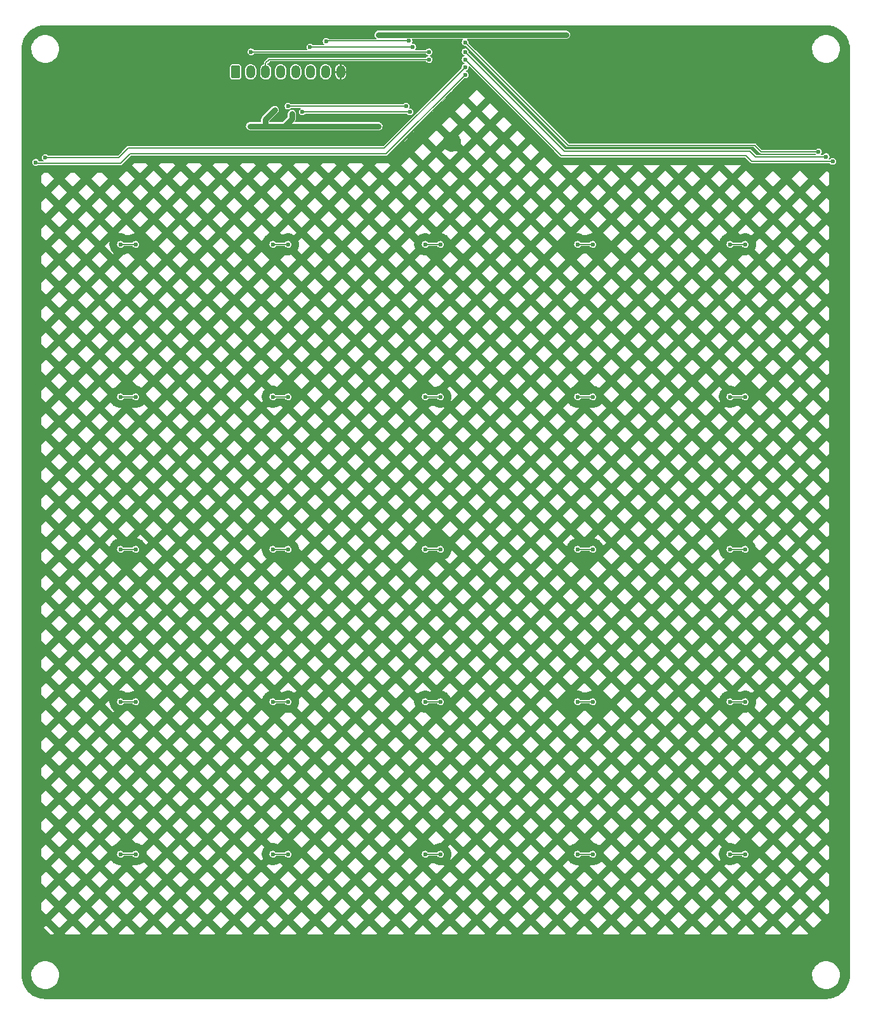
<source format=gbl>
G04 #@! TF.GenerationSoftware,KiCad,Pcbnew,(6.0.0)*
G04 #@! TF.CreationDate,2022-05-24T21:35:38-07:00*
G04 #@! TF.ProjectId,capTouch,63617054-6f75-4636-982e-6b696361645f,rev?*
G04 #@! TF.SameCoordinates,Original*
G04 #@! TF.FileFunction,Copper,L2,Bot*
G04 #@! TF.FilePolarity,Positive*
%FSLAX46Y46*%
G04 Gerber Fmt 4.6, Leading zero omitted, Abs format (unit mm)*
G04 Created by KiCad (PCBNEW (6.0.0)) date 2022-05-24 21:35:38*
%MOMM*%
%LPD*%
G01*
G04 APERTURE LIST*
G04 Aperture macros list*
%AMRoundRect*
0 Rectangle with rounded corners*
0 $1 Rounding radius*
0 $2 $3 $4 $5 $6 $7 $8 $9 X,Y pos of 4 corners*
0 Add a 4 corners polygon primitive as box body*
4,1,4,$2,$3,$4,$5,$6,$7,$8,$9,$2,$3,0*
0 Add four circle primitives for the rounded corners*
1,1,$1+$1,$2,$3*
1,1,$1+$1,$4,$5*
1,1,$1+$1,$6,$7*
1,1,$1+$1,$8,$9*
0 Add four rect primitives between the rounded corners*
20,1,$1+$1,$2,$3,$4,$5,0*
20,1,$1+$1,$4,$5,$6,$7,0*
20,1,$1+$1,$6,$7,$8,$9,0*
20,1,$1+$1,$8,$9,$2,$3,0*%
G04 Aperture macros list end*
G04 #@! TA.AperFunction,ComponentPad*
%ADD10RoundRect,0.250000X-0.350000X-0.625000X0.350000X-0.625000X0.350000X0.625000X-0.350000X0.625000X0*%
G04 #@! TD*
G04 #@! TA.AperFunction,ComponentPad*
%ADD11O,1.200000X1.750000*%
G04 #@! TD*
G04 #@! TA.AperFunction,ViaPad*
%ADD12C,0.600000*%
G04 #@! TD*
G04 #@! TA.AperFunction,Conductor*
%ADD13C,0.762000*%
G04 #@! TD*
G04 #@! TA.AperFunction,Conductor*
%ADD14C,0.177800*%
G04 #@! TD*
G04 #@! TA.AperFunction,Conductor*
%ADD15C,0.152400*%
G04 #@! TD*
G04 APERTURE END LIST*
D10*
X84836000Y-42672000D03*
D11*
X86836000Y-42672000D03*
X88836000Y-42672000D03*
X90836000Y-42672000D03*
X92836000Y-42672000D03*
X94836000Y-42672000D03*
X96836000Y-42672000D03*
X98836000Y-42672000D03*
D12*
X90043000Y-47752000D03*
X86741000Y-49911000D03*
X103886000Y-49911000D03*
X128905000Y-37719000D03*
X103886000Y-37719000D03*
X92329000Y-48260000D03*
X93853000Y-46355000D03*
X97282000Y-48641000D03*
X87884000Y-50800000D03*
X95377000Y-48641000D03*
X127508000Y-36830000D03*
X87503000Y-48641000D03*
X131699000Y-40894000D03*
X86106000Y-47752000D03*
X97917000Y-46482000D03*
X107823000Y-41656000D03*
X113665000Y-52070000D03*
X95758000Y-46355000D03*
X91821000Y-46101000D03*
X126238000Y-45212000D03*
X102362000Y-37592000D03*
X101600000Y-50927000D03*
X126746000Y-40894000D03*
X106553000Y-41656000D03*
X126365000Y-43180000D03*
X124968000Y-41402000D03*
X127635000Y-38989000D03*
X120142000Y-36830000D03*
X102235000Y-42164000D03*
X120142000Y-38735000D03*
X129413000Y-40640000D03*
X101600000Y-48768000D03*
X110617000Y-41783000D03*
X86868000Y-46228000D03*
X101600000Y-46355000D03*
X110617000Y-40005000D03*
X86868000Y-40005000D03*
X110617000Y-41021000D03*
X107569000Y-47244000D03*
X91821000Y-47244000D03*
X93726000Y-48006000D03*
X108077000Y-48006000D03*
X94742000Y-39370000D03*
X108458000Y-39370000D03*
X107950000Y-38551900D03*
X96901000Y-38608000D03*
X71501000Y-65659000D03*
X162560000Y-53340000D03*
X115443000Y-38735000D03*
X150749000Y-65659000D03*
X112141000Y-65659000D03*
X130429000Y-65659000D03*
X132461000Y-65659000D03*
X89789000Y-65659000D03*
X110109000Y-65659000D03*
X69469000Y-65659000D03*
X91821000Y-65659000D03*
X152781000Y-65659000D03*
X110109000Y-85979000D03*
X91821000Y-85979000D03*
X69469000Y-85979000D03*
X132461000Y-85979000D03*
X152781000Y-85979000D03*
X150749000Y-85979000D03*
X115443000Y-40005000D03*
X89789000Y-85979000D03*
X130429000Y-85979000D03*
X112141000Y-85979000D03*
X71501000Y-85979000D03*
X163576000Y-53975000D03*
X91821000Y-106299000D03*
X112141000Y-106299000D03*
X164465000Y-54610000D03*
X69469000Y-106299000D03*
X110109000Y-106299000D03*
X152781000Y-106299000D03*
X115443000Y-41021000D03*
X150749000Y-106299000D03*
X130429000Y-106299000D03*
X71501000Y-106299000D03*
X132461000Y-106299000D03*
X89789000Y-106299000D03*
X110109000Y-126619000D03*
X115443000Y-42037000D03*
X132461000Y-126619000D03*
X89789000Y-126619000D03*
X69469000Y-126619000D03*
X152781000Y-126619000D03*
X71501000Y-126619000D03*
X130429000Y-126619000D03*
X91821000Y-126619000D03*
X59436000Y-54102000D03*
X112141000Y-126619000D03*
X150749000Y-126619000D03*
X150749000Y-146939000D03*
X110109000Y-146939000D03*
X69469000Y-146939000D03*
X132461000Y-146939000D03*
X71501000Y-146939000D03*
X152781000Y-146939000D03*
X89789000Y-146939000D03*
X112141000Y-146939000D03*
X130429000Y-146939000D03*
X91821000Y-146939000D03*
X115443000Y-43053000D03*
X58166000Y-54737000D03*
D13*
X88773000Y-49022000D02*
X90043000Y-47752000D01*
X88773000Y-49911000D02*
X91313000Y-49911000D01*
X91313000Y-49911000D02*
X103886000Y-49911000D01*
X91313000Y-49911000D02*
X92329000Y-48895000D01*
X103886000Y-37719000D02*
X128905000Y-37719000D01*
X88773000Y-49911000D02*
X88773000Y-49022000D01*
X92329000Y-48895000D02*
X92329000Y-48260000D01*
X86741000Y-49911000D02*
X88773000Y-49911000D01*
D14*
X110617000Y-40005000D02*
X86868000Y-40005000D01*
X88836000Y-41466000D02*
X88836000Y-42672000D01*
X110617000Y-41021000D02*
X89281000Y-41021000D01*
X89281000Y-41021000D02*
X88836000Y-41466000D01*
X107569000Y-47244000D02*
X91821000Y-47244000D01*
X93726000Y-48006000D02*
X108077000Y-48006000D01*
X94742000Y-39370000D02*
X108458000Y-39370000D01*
X107950000Y-38551900D02*
X96957100Y-38551900D01*
X96957100Y-38551900D02*
X96901000Y-38608000D01*
X129159000Y-52451000D02*
X115443000Y-38735000D01*
X150749000Y-65659000D02*
X152781000Y-65659000D01*
X89789000Y-65659000D02*
X91821000Y-65659000D01*
X130429000Y-65659000D02*
X132461000Y-65659000D01*
X154940000Y-53340000D02*
X154051000Y-52451000D01*
X154051000Y-52451000D02*
X129159000Y-52451000D01*
X110109000Y-65659000D02*
X112141000Y-65659000D01*
X162560000Y-53340000D02*
X154940000Y-53340000D01*
X69469000Y-65659000D02*
X71501000Y-65659000D01*
X153416000Y-53213000D02*
X128651000Y-53213000D01*
D15*
X130429000Y-85979000D02*
X132461000Y-85979000D01*
D14*
X128651000Y-53213000D02*
X115443000Y-40005000D01*
X154178000Y-53975000D02*
X153416000Y-53213000D01*
D15*
X69469000Y-85979000D02*
X71501000Y-85979000D01*
X152781000Y-85979000D02*
X150749000Y-85979000D01*
D14*
X163576000Y-53975000D02*
X154178000Y-53975000D01*
D15*
X110109000Y-85979000D02*
X112141000Y-85979000D01*
X89789000Y-85979000D02*
X91821000Y-85979000D01*
X71501000Y-106299000D02*
X69469000Y-106299000D01*
X152781000Y-106299000D02*
X150749000Y-106299000D01*
D14*
X152908000Y-53848000D02*
X128270000Y-53848000D01*
X153670000Y-54610000D02*
X152908000Y-53848000D01*
D15*
X112141000Y-106299000D02*
X110109000Y-106299000D01*
X91821000Y-106299000D02*
X89789000Y-106299000D01*
D14*
X164465000Y-54610000D02*
X153670000Y-54610000D01*
D15*
X132461000Y-106299000D02*
X130429000Y-106299000D01*
D14*
X128270000Y-53848000D02*
X115443000Y-41021000D01*
D15*
X69469000Y-126619000D02*
X71501000Y-126619000D01*
D14*
X104648000Y-52832000D02*
X115443000Y-42037000D01*
D15*
X152781000Y-126619000D02*
X150749000Y-126619000D01*
X89789000Y-126619000D02*
X91821000Y-126619000D01*
D14*
X69215000Y-54102000D02*
X70485000Y-52832000D01*
X70485000Y-52832000D02*
X104648000Y-52832000D01*
D15*
X130429000Y-126619000D02*
X132461000Y-126619000D01*
X110109000Y-126619000D02*
X112141000Y-126619000D01*
D14*
X59436000Y-54102000D02*
X69215000Y-54102000D01*
X58293000Y-54864000D02*
X69469000Y-54864000D01*
D15*
X91821000Y-146939000D02*
X89789000Y-146939000D01*
X71501000Y-146939000D02*
X69469000Y-146939000D01*
X152781000Y-146939000D02*
X150749000Y-146939000D01*
X132461000Y-146939000D02*
X130429000Y-146939000D01*
X112141000Y-146939000D02*
X110109000Y-146939000D01*
D14*
X70739000Y-53594000D02*
X104902000Y-53594000D01*
X104902000Y-53594000D02*
X115443000Y-43053000D01*
X69469000Y-54864000D02*
X70739000Y-53594000D01*
X58166000Y-54737000D02*
X58293000Y-54864000D01*
G04 #@! TA.AperFunction,Conductor*
G36*
X163551863Y-36449925D02*
G01*
X163576001Y-36453748D01*
X163590726Y-36451416D01*
X163606421Y-36450594D01*
X163903946Y-36466186D01*
X163911774Y-36467009D01*
X164232223Y-36517764D01*
X164239922Y-36519400D01*
X164343547Y-36547166D01*
X164553338Y-36603379D01*
X164560800Y-36605804D01*
X164863710Y-36722081D01*
X164870896Y-36725280D01*
X165159999Y-36872585D01*
X165166800Y-36876511D01*
X165438916Y-37053226D01*
X165445284Y-37057853D01*
X165696466Y-37261256D01*
X165697430Y-37262037D01*
X165703279Y-37267304D01*
X165932696Y-37496721D01*
X165937962Y-37502569D01*
X165975741Y-37549222D01*
X166142147Y-37754716D01*
X166146774Y-37761084D01*
X166323489Y-38033200D01*
X166327415Y-38040001D01*
X166443209Y-38267259D01*
X166474720Y-38329104D01*
X166477919Y-38336290D01*
X166594196Y-38639200D01*
X166596621Y-38646662D01*
X166643204Y-38820513D01*
X166680600Y-38960078D01*
X166682236Y-38967777D01*
X166732991Y-39288226D01*
X166733814Y-39296054D01*
X166749406Y-39593579D01*
X166748584Y-39609274D01*
X166746252Y-39623999D01*
X166747178Y-39629845D01*
X166750075Y-39648136D01*
X166751001Y-39659900D01*
X166751000Y-163032099D01*
X166750074Y-163043862D01*
X166746251Y-163068000D01*
X166747177Y-163073844D01*
X166748583Y-163082723D01*
X166749405Y-163098420D01*
X166733813Y-163395945D01*
X166732990Y-163403773D01*
X166682236Y-163724223D01*
X166680600Y-163731922D01*
X166659457Y-163810828D01*
X166596621Y-164045337D01*
X166594196Y-164052799D01*
X166494963Y-164311310D01*
X166477921Y-164355705D01*
X166474720Y-164362895D01*
X166425599Y-164459302D01*
X166327415Y-164651998D01*
X166323489Y-164658799D01*
X166154901Y-164918401D01*
X166146774Y-164930915D01*
X166142147Y-164937283D01*
X165937963Y-165189430D01*
X165932696Y-165195279D01*
X165703279Y-165424696D01*
X165697430Y-165429963D01*
X165445283Y-165634147D01*
X165438915Y-165638774D01*
X165166799Y-165815489D01*
X165159998Y-165819415D01*
X165020143Y-165890675D01*
X164870895Y-165966720D01*
X164863705Y-165969921D01*
X164560799Y-166086196D01*
X164553337Y-166088621D01*
X164343117Y-166144949D01*
X164239922Y-166172600D01*
X164232223Y-166174236D01*
X163911773Y-166224990D01*
X163903945Y-166225813D01*
X163606420Y-166241405D01*
X163590725Y-166240583D01*
X163576000Y-166238251D01*
X163553473Y-166241819D01*
X163551863Y-166242074D01*
X163540099Y-166243000D01*
X59471901Y-166243000D01*
X59460137Y-166242074D01*
X59458527Y-166241819D01*
X59436000Y-166238251D01*
X59421275Y-166240583D01*
X59405580Y-166241405D01*
X59108055Y-166225813D01*
X59100227Y-166224990D01*
X58779778Y-166174235D01*
X58772079Y-166172599D01*
X58668454Y-166144833D01*
X58458663Y-166088620D01*
X58451201Y-166086195D01*
X58148291Y-165969918D01*
X58141105Y-165966719D01*
X58097641Y-165944573D01*
X57852002Y-165819414D01*
X57845195Y-165815484D01*
X57573085Y-165638773D01*
X57566717Y-165634146D01*
X57330804Y-165443107D01*
X57314570Y-165429961D01*
X57308722Y-165424695D01*
X57079305Y-165195278D01*
X57074038Y-165189429D01*
X56869854Y-164937283D01*
X56865227Y-164930915D01*
X56857100Y-164918401D01*
X56688512Y-164658799D01*
X56684586Y-164651998D01*
X56537281Y-164362895D01*
X56534080Y-164355705D01*
X56522882Y-164326534D01*
X56417805Y-164052799D01*
X56415380Y-164045337D01*
X56331401Y-163731921D01*
X56329765Y-163724222D01*
X56279010Y-163403773D01*
X56278187Y-163395945D01*
X56263207Y-163110095D01*
X57581028Y-163110095D01*
X57581287Y-163112809D01*
X57581287Y-163112813D01*
X57598840Y-163296793D01*
X57606534Y-163377431D01*
X57670364Y-163638285D01*
X57671383Y-163640800D01*
X57671384Y-163640804D01*
X57708291Y-163731922D01*
X57771182Y-163887192D01*
X57772557Y-163889540D01*
X57865627Y-164048491D01*
X57906875Y-164118938D01*
X58074601Y-164328669D01*
X58076595Y-164330531D01*
X58076598Y-164330535D01*
X58210591Y-164455704D01*
X58270846Y-164511991D01*
X58491499Y-164665064D01*
X58493933Y-164666275D01*
X58493940Y-164666279D01*
X58729491Y-164783463D01*
X58729495Y-164783465D01*
X58731938Y-164784680D01*
X58987126Y-164868335D01*
X58989810Y-164868801D01*
X58989814Y-164868802D01*
X59249452Y-164913883D01*
X59249456Y-164913883D01*
X59251717Y-164914276D01*
X59336567Y-164918500D01*
X59504223Y-164918500D01*
X59703846Y-164904016D01*
X59966080Y-164846120D01*
X59968622Y-164845157D01*
X59968625Y-164845156D01*
X60214664Y-164751940D01*
X60217211Y-164750975D01*
X60374674Y-164663512D01*
X60449587Y-164621901D01*
X60451976Y-164620574D01*
X60592222Y-164513542D01*
X60663294Y-164459302D01*
X60663298Y-164459298D01*
X60665458Y-164457650D01*
X60853185Y-164265614D01*
X60939841Y-164146562D01*
X61009621Y-164050695D01*
X61009622Y-164050693D01*
X61011225Y-164048491D01*
X61012890Y-164045328D01*
X61134998Y-163813237D01*
X61135000Y-163813232D01*
X61136265Y-163810828D01*
X61225688Y-163557603D01*
X61277620Y-163294122D01*
X61286781Y-163110095D01*
X161721028Y-163110095D01*
X161721287Y-163112809D01*
X161721287Y-163112813D01*
X161738840Y-163296793D01*
X161746534Y-163377431D01*
X161810364Y-163638285D01*
X161811383Y-163640800D01*
X161811384Y-163640804D01*
X161848291Y-163731922D01*
X161911182Y-163887192D01*
X161912557Y-163889540D01*
X162005627Y-164048491D01*
X162046875Y-164118938D01*
X162214601Y-164328669D01*
X162216595Y-164330531D01*
X162216598Y-164330535D01*
X162350591Y-164455704D01*
X162410846Y-164511991D01*
X162631499Y-164665064D01*
X162633933Y-164666275D01*
X162633940Y-164666279D01*
X162869491Y-164783463D01*
X162869495Y-164783465D01*
X162871938Y-164784680D01*
X163127126Y-164868335D01*
X163129810Y-164868801D01*
X163129814Y-164868802D01*
X163389452Y-164913883D01*
X163389456Y-164913883D01*
X163391717Y-164914276D01*
X163476567Y-164918500D01*
X163644223Y-164918500D01*
X163843846Y-164904016D01*
X164106080Y-164846120D01*
X164108622Y-164845157D01*
X164108625Y-164845156D01*
X164354664Y-164751940D01*
X164357211Y-164750975D01*
X164514674Y-164663512D01*
X164589587Y-164621901D01*
X164591976Y-164620574D01*
X164732222Y-164513542D01*
X164803294Y-164459302D01*
X164803298Y-164459298D01*
X164805458Y-164457650D01*
X164993185Y-164265614D01*
X165079841Y-164146562D01*
X165149621Y-164050695D01*
X165149622Y-164050693D01*
X165151225Y-164048491D01*
X165152890Y-164045328D01*
X165274998Y-163813237D01*
X165275000Y-163813232D01*
X165276265Y-163810828D01*
X165365688Y-163557603D01*
X165417620Y-163294122D01*
X165430972Y-163025905D01*
X165413415Y-162841878D01*
X165405725Y-162761281D01*
X165405724Y-162761278D01*
X165405466Y-162758569D01*
X165341636Y-162497715D01*
X165240818Y-162248808D01*
X165147786Y-162089922D01*
X165106503Y-162019415D01*
X165106501Y-162019412D01*
X165105125Y-162017062D01*
X164937399Y-161807331D01*
X164935405Y-161805469D01*
X164935402Y-161805465D01*
X164743145Y-161625869D01*
X164741154Y-161624009D01*
X164520501Y-161470936D01*
X164518067Y-161469725D01*
X164518060Y-161469721D01*
X164282509Y-161352537D01*
X164282505Y-161352535D01*
X164280062Y-161351320D01*
X164024874Y-161267665D01*
X164022190Y-161267199D01*
X164022186Y-161267198D01*
X163762548Y-161222117D01*
X163762544Y-161222117D01*
X163760283Y-161221724D01*
X163675433Y-161217500D01*
X163507777Y-161217500D01*
X163308154Y-161231984D01*
X163045920Y-161289880D01*
X163043378Y-161290843D01*
X163043375Y-161290844D01*
X162797336Y-161384060D01*
X162794789Y-161385025D01*
X162792407Y-161386348D01*
X162792405Y-161386349D01*
X162562413Y-161514099D01*
X162560024Y-161515426D01*
X162557855Y-161517081D01*
X162557854Y-161517082D01*
X162348706Y-161676698D01*
X162348702Y-161676702D01*
X162346542Y-161678350D01*
X162158815Y-161870386D01*
X162157210Y-161872591D01*
X162053603Y-162014932D01*
X162000775Y-162087509D01*
X161999508Y-162089917D01*
X161999505Y-162089922D01*
X161914587Y-162251326D01*
X161875735Y-162325172D01*
X161786312Y-162578397D01*
X161734380Y-162841878D01*
X161721028Y-163110095D01*
X61286781Y-163110095D01*
X61290972Y-163025905D01*
X61273415Y-162841878D01*
X61265725Y-162761281D01*
X61265724Y-162761278D01*
X61265466Y-162758569D01*
X61201636Y-162497715D01*
X61100818Y-162248808D01*
X61007786Y-162089922D01*
X60966503Y-162019415D01*
X60966501Y-162019412D01*
X60965125Y-162017062D01*
X60797399Y-161807331D01*
X60795405Y-161805469D01*
X60795402Y-161805465D01*
X60603145Y-161625869D01*
X60601154Y-161624009D01*
X60380501Y-161470936D01*
X60378067Y-161469725D01*
X60378060Y-161469721D01*
X60142509Y-161352537D01*
X60142505Y-161352535D01*
X60140062Y-161351320D01*
X59884874Y-161267665D01*
X59882190Y-161267199D01*
X59882186Y-161267198D01*
X59622548Y-161222117D01*
X59622544Y-161222117D01*
X59620283Y-161221724D01*
X59535433Y-161217500D01*
X59367777Y-161217500D01*
X59168154Y-161231984D01*
X58905920Y-161289880D01*
X58903378Y-161290843D01*
X58903375Y-161290844D01*
X58657336Y-161384060D01*
X58654789Y-161385025D01*
X58652407Y-161386348D01*
X58652405Y-161386349D01*
X58422413Y-161514099D01*
X58420024Y-161515426D01*
X58417855Y-161517081D01*
X58417854Y-161517082D01*
X58208706Y-161676698D01*
X58208702Y-161676702D01*
X58206542Y-161678350D01*
X58018815Y-161870386D01*
X58017210Y-161872591D01*
X57913603Y-162014932D01*
X57860775Y-162087509D01*
X57859508Y-162089917D01*
X57859505Y-162089922D01*
X57774587Y-162251326D01*
X57735735Y-162325172D01*
X57646312Y-162578397D01*
X57594380Y-162841878D01*
X57581028Y-163110095D01*
X56263207Y-163110095D01*
X56262595Y-163098420D01*
X56263417Y-163082723D01*
X56264823Y-163073844D01*
X56265749Y-163068000D01*
X56261926Y-163043862D01*
X56261000Y-163032099D01*
X56260999Y-54731410D01*
X57708477Y-54731410D01*
X57709171Y-54736717D01*
X57709171Y-54736720D01*
X57711423Y-54753938D01*
X57725298Y-54860046D01*
X57727457Y-54864952D01*
X57727457Y-54864953D01*
X57729411Y-54869393D01*
X57777547Y-54978791D01*
X57785000Y-54987657D01*
X57785000Y-156845000D01*
X59690000Y-158750000D01*
X161925000Y-158750000D01*
X165100000Y-155575000D01*
X165100000Y-53975000D01*
X164465000Y-53340000D01*
X163017557Y-53340000D01*
X162999166Y-53211579D01*
X162945470Y-53093482D01*
X162928758Y-53074086D01*
X162864282Y-52999258D01*
X162864281Y-52999257D01*
X162860787Y-52995202D01*
X162851280Y-52989040D01*
X162756416Y-52927552D01*
X162756415Y-52927551D01*
X162751923Y-52924640D01*
X162709367Y-52911913D01*
X162632765Y-52889004D01*
X162632762Y-52889004D01*
X162627631Y-52887469D01*
X162622276Y-52887436D01*
X162622274Y-52887436D01*
X162564164Y-52887081D01*
X162497902Y-52886676D01*
X162373166Y-52922326D01*
X162263448Y-52991553D01*
X162259904Y-52995566D01*
X162191710Y-53072780D01*
X162146525Y-53097364D01*
X162135345Y-53098200D01*
X155071305Y-53098200D01*
X155022967Y-53080607D01*
X155018131Y-53076174D01*
X154227858Y-52285901D01*
X154225147Y-52283045D01*
X154201592Y-52256884D01*
X154201591Y-52256884D01*
X154196302Y-52251009D01*
X154179720Y-52243627D01*
X154172139Y-52240251D01*
X154161769Y-52234620D01*
X154146222Y-52224524D01*
X154146220Y-52224523D01*
X154139589Y-52220217D01*
X154131781Y-52218980D01*
X154131780Y-52218980D01*
X154130048Y-52218706D01*
X154111224Y-52213130D01*
X154109618Y-52212415D01*
X154109616Y-52212415D01*
X154102396Y-52209200D01*
X154075946Y-52209200D01*
X154064182Y-52208274D01*
X154045869Y-52205373D01*
X154045867Y-52205373D01*
X154038062Y-52204137D01*
X154030430Y-52206182D01*
X154030429Y-52206182D01*
X154028728Y-52206638D01*
X154009265Y-52209200D01*
X129290305Y-52209200D01*
X129241967Y-52191607D01*
X129237131Y-52187174D01*
X116716052Y-39666095D01*
X161721028Y-39666095D01*
X161721287Y-39668809D01*
X161721287Y-39668813D01*
X161738840Y-39852793D01*
X161746534Y-39933431D01*
X161810364Y-40194285D01*
X161811383Y-40196800D01*
X161811384Y-40196804D01*
X161842495Y-40273613D01*
X161911182Y-40443192D01*
X161957740Y-40522707D01*
X162045479Y-40672553D01*
X162046875Y-40674938D01*
X162048576Y-40677064D01*
X162048578Y-40677068D01*
X162109926Y-40753780D01*
X162214601Y-40884669D01*
X162216595Y-40886531D01*
X162216598Y-40886535D01*
X162348895Y-41010120D01*
X162410846Y-41067991D01*
X162631499Y-41221064D01*
X162633933Y-41222275D01*
X162633940Y-41222279D01*
X162869491Y-41339463D01*
X162869495Y-41339465D01*
X162871938Y-41340680D01*
X163127126Y-41424335D01*
X163129810Y-41424801D01*
X163129814Y-41424802D01*
X163389452Y-41469883D01*
X163389456Y-41469883D01*
X163391717Y-41470276D01*
X163476567Y-41474500D01*
X163644223Y-41474500D01*
X163843846Y-41460016D01*
X164106080Y-41402120D01*
X164108622Y-41401157D01*
X164108625Y-41401156D01*
X164354664Y-41307940D01*
X164357211Y-41306975D01*
X164388469Y-41289613D01*
X164589587Y-41177901D01*
X164591976Y-41176574D01*
X164607223Y-41164938D01*
X164803294Y-41015302D01*
X164803298Y-41015298D01*
X164805458Y-41013650D01*
X164953281Y-40862434D01*
X164991279Y-40823564D01*
X164991281Y-40823562D01*
X164993185Y-40821614D01*
X165004064Y-40806668D01*
X165149621Y-40606695D01*
X165149622Y-40606693D01*
X165151225Y-40604491D01*
X165161274Y-40585392D01*
X165274998Y-40369237D01*
X165275000Y-40369232D01*
X165276265Y-40366828D01*
X165365688Y-40113603D01*
X165417620Y-39850122D01*
X165422005Y-39762046D01*
X165428252Y-39636540D01*
X165430972Y-39581905D01*
X165428229Y-39553148D01*
X165405725Y-39317281D01*
X165405724Y-39317278D01*
X165405466Y-39314569D01*
X165400936Y-39296054D01*
X165371840Y-39177151D01*
X165341636Y-39053715D01*
X165330235Y-39025566D01*
X165241838Y-38807326D01*
X165241837Y-38807325D01*
X165240818Y-38804808D01*
X165147786Y-38645922D01*
X165106503Y-38575415D01*
X165106501Y-38575412D01*
X165105125Y-38573062D01*
X165097142Y-38563079D01*
X165021121Y-38468020D01*
X164937399Y-38363331D01*
X164935405Y-38361469D01*
X164935402Y-38361465D01*
X164752198Y-38190326D01*
X164741154Y-38180009D01*
X164520501Y-38026936D01*
X164518067Y-38025725D01*
X164518060Y-38025721D01*
X164282509Y-37908537D01*
X164282505Y-37908535D01*
X164280062Y-37907320D01*
X164024874Y-37823665D01*
X164022190Y-37823199D01*
X164022186Y-37823198D01*
X163762548Y-37778117D01*
X163762544Y-37778117D01*
X163760283Y-37777724D01*
X163675433Y-37773500D01*
X163507777Y-37773500D01*
X163308154Y-37787984D01*
X163045920Y-37845880D01*
X163043378Y-37846843D01*
X163043375Y-37846844D01*
X162797336Y-37940060D01*
X162794789Y-37941025D01*
X162792407Y-37942348D01*
X162792405Y-37942349D01*
X162628858Y-38033192D01*
X162560024Y-38071426D01*
X162557855Y-38073081D01*
X162557854Y-38073082D01*
X162348706Y-38232698D01*
X162348702Y-38232702D01*
X162346542Y-38234350D01*
X162277104Y-38305382D01*
X162198913Y-38385368D01*
X162158815Y-38426386D01*
X162157210Y-38428591D01*
X162027656Y-38606579D01*
X162000775Y-38643509D01*
X161999508Y-38645917D01*
X161999505Y-38645922D01*
X161882753Y-38867833D01*
X161875735Y-38881172D01*
X161786312Y-39134397D01*
X161734380Y-39397878D01*
X161721028Y-39666095D01*
X116716052Y-39666095D01*
X115912818Y-38862861D01*
X115891078Y-38816241D01*
X115891834Y-38797215D01*
X115900420Y-38746179D01*
X115900557Y-38735000D01*
X115899991Y-38731046D01*
X115882925Y-38611876D01*
X115882924Y-38611873D01*
X115882166Y-38606579D01*
X115877526Y-38596373D01*
X115830689Y-38493362D01*
X115830688Y-38493361D01*
X115828470Y-38488482D01*
X115824428Y-38483791D01*
X115747285Y-38394261D01*
X115747283Y-38394259D01*
X115743787Y-38390202D01*
X115739294Y-38387290D01*
X115736401Y-38384766D01*
X115711543Y-38339731D01*
X115721448Y-38289254D01*
X115761483Y-38256953D01*
X115785838Y-38252900D01*
X128941648Y-38252900D01*
X128944187Y-38252552D01*
X128944190Y-38252552D01*
X129044846Y-38238764D01*
X129044847Y-38238764D01*
X129049926Y-38238068D01*
X129153649Y-38193183D01*
X129179468Y-38182010D01*
X129179469Y-38182010D01*
X129184175Y-38179973D01*
X129213597Y-38156148D01*
X129293873Y-38091141D01*
X129297856Y-38087916D01*
X129382593Y-37968679D01*
X129392897Y-37940060D01*
X129430407Y-37835870D01*
X129432143Y-37831048D01*
X129442857Y-37685161D01*
X129413943Y-37541767D01*
X129347534Y-37411431D01*
X129288157Y-37346859D01*
X129251991Y-37307528D01*
X129251989Y-37307526D01*
X129248521Y-37303755D01*
X129244167Y-37301055D01*
X129244164Y-37301053D01*
X129128557Y-37229374D01*
X129124199Y-37226672D01*
X129119278Y-37225242D01*
X129119275Y-37225241D01*
X128987517Y-37186962D01*
X128987516Y-37186962D01*
X128983727Y-37185861D01*
X128977750Y-37185422D01*
X128974728Y-37185200D01*
X128974724Y-37185200D01*
X128973364Y-37185100D01*
X103849352Y-37185100D01*
X103846813Y-37185448D01*
X103846810Y-37185448D01*
X103746154Y-37199236D01*
X103746153Y-37199236D01*
X103741074Y-37199932D01*
X103736369Y-37201968D01*
X103682589Y-37225241D01*
X103606825Y-37258027D01*
X103493144Y-37350084D01*
X103408407Y-37469321D01*
X103358857Y-37606952D01*
X103348143Y-37752839D01*
X103349157Y-37757867D01*
X103349157Y-37757870D01*
X103355348Y-37788572D01*
X103377057Y-37896233D01*
X103443466Y-38026569D01*
X103452597Y-38036499D01*
X103539009Y-38130472D01*
X103539011Y-38130474D01*
X103542479Y-38134245D01*
X103546837Y-38136947D01*
X103601739Y-38170988D01*
X103633550Y-38211413D01*
X103631934Y-38262827D01*
X103597648Y-38301174D01*
X103562112Y-38310100D01*
X97276666Y-38310100D01*
X97228328Y-38292507D01*
X97219697Y-38283987D01*
X97205284Y-38267259D01*
X97205279Y-38267255D01*
X97201787Y-38263202D01*
X97192146Y-38256953D01*
X97097416Y-38195552D01*
X97097415Y-38195551D01*
X97092923Y-38192640D01*
X97039767Y-38176743D01*
X96973765Y-38157004D01*
X96973762Y-38157004D01*
X96968631Y-38155469D01*
X96963276Y-38155436D01*
X96963274Y-38155436D01*
X96905164Y-38155081D01*
X96838902Y-38154676D01*
X96714166Y-38190326D01*
X96604448Y-38259553D01*
X96518570Y-38356791D01*
X96516294Y-38361638D01*
X96516293Y-38361640D01*
X96502712Y-38390567D01*
X96463436Y-38474223D01*
X96443477Y-38602410D01*
X96444171Y-38607717D01*
X96444171Y-38607720D01*
X96448286Y-38639184D01*
X96460298Y-38731046D01*
X96462457Y-38735952D01*
X96462457Y-38735953D01*
X96495607Y-38811293D01*
X96512547Y-38849791D01*
X96596023Y-38949098D01*
X96655842Y-38988916D01*
X96658071Y-38990400D01*
X96688561Y-39031830D01*
X96685286Y-39083166D01*
X96649780Y-39120386D01*
X96616402Y-39128200D01*
X95166004Y-39128200D01*
X95117666Y-39110607D01*
X95109035Y-39102087D01*
X95046282Y-39029258D01*
X95046281Y-39029257D01*
X95042787Y-39025202D01*
X95037157Y-39021553D01*
X94938416Y-38957552D01*
X94938415Y-38957551D01*
X94933923Y-38954640D01*
X94891367Y-38941913D01*
X94814765Y-38919004D01*
X94814762Y-38919004D01*
X94809631Y-38917469D01*
X94804276Y-38917436D01*
X94804274Y-38917436D01*
X94746164Y-38917081D01*
X94679902Y-38916676D01*
X94555166Y-38952326D01*
X94445448Y-39021553D01*
X94359570Y-39118791D01*
X94357294Y-39123638D01*
X94357293Y-39123640D01*
X94324781Y-39192890D01*
X94304436Y-39236223D01*
X94284477Y-39364410D01*
X94285171Y-39369717D01*
X94285171Y-39369720D01*
X94287045Y-39384049D01*
X94301298Y-39493046D01*
X94303457Y-39497952D01*
X94303457Y-39497953D01*
X94349006Y-39601470D01*
X94353547Y-39611791D01*
X94361321Y-39621039D01*
X94376933Y-39639612D01*
X94394569Y-39687934D01*
X94377018Y-39736287D01*
X94332492Y-39762046D01*
X94319369Y-39763200D01*
X87292004Y-39763200D01*
X87243666Y-39745607D01*
X87235035Y-39737087D01*
X87172282Y-39664258D01*
X87172281Y-39664257D01*
X87168787Y-39660202D01*
X87159192Y-39653983D01*
X87064416Y-39592552D01*
X87064415Y-39592551D01*
X87059923Y-39589640D01*
X87017367Y-39576913D01*
X86940765Y-39554004D01*
X86940762Y-39554004D01*
X86935631Y-39552469D01*
X86930276Y-39552436D01*
X86930274Y-39552436D01*
X86872164Y-39552081D01*
X86805902Y-39551676D01*
X86681166Y-39587326D01*
X86571448Y-39656553D01*
X86485570Y-39753791D01*
X86483294Y-39758638D01*
X86483293Y-39758640D01*
X86481076Y-39763362D01*
X86430436Y-39871223D01*
X86410477Y-39999410D01*
X86411171Y-40004717D01*
X86411171Y-40004720D01*
X86413045Y-40019047D01*
X86427298Y-40128046D01*
X86479547Y-40246791D01*
X86563023Y-40346098D01*
X86671017Y-40417984D01*
X86794845Y-40456671D01*
X86861716Y-40457896D01*
X86919193Y-40458950D01*
X86919195Y-40458950D01*
X86924555Y-40459048D01*
X86929726Y-40457638D01*
X86929728Y-40457638D01*
X86997058Y-40439282D01*
X87049718Y-40424925D01*
X87160273Y-40357044D01*
X87163865Y-40353076D01*
X87163867Y-40353074D01*
X87237672Y-40271535D01*
X87283154Y-40247505D01*
X87293425Y-40246800D01*
X110193528Y-40246800D01*
X110241866Y-40264393D01*
X110251093Y-40273613D01*
X110308574Y-40341996D01*
X110308578Y-40341999D01*
X110312023Y-40346098D01*
X110420017Y-40417984D01*
X110492643Y-40440674D01*
X110494675Y-40441309D01*
X110535567Y-40472516D01*
X110546832Y-40522707D01*
X110523199Y-40568397D01*
X110492915Y-40585392D01*
X110430166Y-40603326D01*
X110320448Y-40672553D01*
X110313643Y-40680258D01*
X110248710Y-40753780D01*
X110203525Y-40778364D01*
X110192345Y-40779200D01*
X89289310Y-40779200D01*
X89285374Y-40779097D01*
X89283993Y-40779025D01*
X89242329Y-40776841D01*
X89234949Y-40779674D01*
X89217640Y-40786318D01*
X89206327Y-40789669D01*
X89188190Y-40793525D01*
X89188187Y-40793526D01*
X89180454Y-40795170D01*
X89174058Y-40799817D01*
X89174056Y-40799818D01*
X89172637Y-40800849D01*
X89155387Y-40810215D01*
X89153744Y-40810846D01*
X89153743Y-40810846D01*
X89146364Y-40813679D01*
X89127662Y-40832381D01*
X89118689Y-40840045D01*
X89097293Y-40855590D01*
X89093342Y-40862434D01*
X89092461Y-40863960D01*
X89080510Y-40879533D01*
X88670901Y-41289142D01*
X88668045Y-41291853D01*
X88652721Y-41305651D01*
X88636009Y-41320698D01*
X88632794Y-41327920D01*
X88625251Y-41344861D01*
X88619620Y-41355231D01*
X88609524Y-41370778D01*
X88609523Y-41370780D01*
X88605217Y-41377411D01*
X88603980Y-41385219D01*
X88603980Y-41385220D01*
X88603706Y-41386952D01*
X88598130Y-41405776D01*
X88594200Y-41414604D01*
X88594200Y-41441054D01*
X88593274Y-41452818D01*
X88590491Y-41470390D01*
X88589137Y-41478938D01*
X88591182Y-41486570D01*
X88591182Y-41486571D01*
X88591638Y-41488272D01*
X88594200Y-41507735D01*
X88594200Y-41631910D01*
X88576607Y-41680248D01*
X88548443Y-41701106D01*
X88460430Y-41738556D01*
X88319028Y-41842616D01*
X88205358Y-41976414D01*
X88203371Y-41980306D01*
X88203370Y-41980307D01*
X88161697Y-42061920D01*
X88125517Y-42132774D01*
X88083788Y-42303307D01*
X88083100Y-42314396D01*
X88083100Y-42990958D01*
X88098306Y-43121383D01*
X88099798Y-43125492D01*
X88099798Y-43125494D01*
X88132329Y-43215114D01*
X88158209Y-43286413D01*
X88184002Y-43325754D01*
X88251865Y-43429261D01*
X88254470Y-43433235D01*
X88381925Y-43553974D01*
X88385703Y-43556168D01*
X88385705Y-43556170D01*
X88500462Y-43622826D01*
X88533738Y-43642154D01*
X88537925Y-43643422D01*
X88537927Y-43643423D01*
X88697581Y-43691778D01*
X88697583Y-43691778D01*
X88701765Y-43693045D01*
X88706122Y-43693315D01*
X88706126Y-43693316D01*
X88872634Y-43703646D01*
X88872638Y-43703646D01*
X88876993Y-43703916D01*
X88972941Y-43687429D01*
X89045718Y-43674924D01*
X89045722Y-43674923D01*
X89050022Y-43674184D01*
X89122315Y-43643423D01*
X89207549Y-43607155D01*
X89211570Y-43605444D01*
X89319354Y-43526124D01*
X89349453Y-43503974D01*
X89349455Y-43503973D01*
X89352972Y-43501384D01*
X89466642Y-43367586D01*
X89486494Y-43328708D01*
X89544498Y-43215114D01*
X89544499Y-43215112D01*
X89546483Y-43211226D01*
X89588212Y-43040693D01*
X89588900Y-43029604D01*
X89588900Y-42990958D01*
X90083100Y-42990958D01*
X90098306Y-43121383D01*
X90099798Y-43125492D01*
X90099798Y-43125494D01*
X90132329Y-43215114D01*
X90158209Y-43286413D01*
X90184002Y-43325754D01*
X90251865Y-43429261D01*
X90254470Y-43433235D01*
X90381925Y-43553974D01*
X90385703Y-43556168D01*
X90385705Y-43556170D01*
X90500462Y-43622826D01*
X90533738Y-43642154D01*
X90537925Y-43643422D01*
X90537927Y-43643423D01*
X90697581Y-43691778D01*
X90697583Y-43691778D01*
X90701765Y-43693045D01*
X90706122Y-43693315D01*
X90706126Y-43693316D01*
X90872634Y-43703646D01*
X90872638Y-43703646D01*
X90876993Y-43703916D01*
X90972941Y-43687429D01*
X91045718Y-43674924D01*
X91045722Y-43674923D01*
X91050022Y-43674184D01*
X91122315Y-43643423D01*
X91207549Y-43607155D01*
X91211570Y-43605444D01*
X91319354Y-43526124D01*
X91349453Y-43503974D01*
X91349455Y-43503973D01*
X91352972Y-43501384D01*
X91466642Y-43367586D01*
X91486494Y-43328708D01*
X91544498Y-43215114D01*
X91544499Y-43215112D01*
X91546483Y-43211226D01*
X91588212Y-43040693D01*
X91588900Y-43029604D01*
X91588900Y-42990958D01*
X92083100Y-42990958D01*
X92098306Y-43121383D01*
X92099798Y-43125492D01*
X92099798Y-43125494D01*
X92132329Y-43215114D01*
X92158209Y-43286413D01*
X92184002Y-43325754D01*
X92251865Y-43429261D01*
X92254470Y-43433235D01*
X92381925Y-43553974D01*
X92385703Y-43556168D01*
X92385705Y-43556170D01*
X92500462Y-43622826D01*
X92533738Y-43642154D01*
X92537925Y-43643422D01*
X92537927Y-43643423D01*
X92697581Y-43691778D01*
X92697583Y-43691778D01*
X92701765Y-43693045D01*
X92706122Y-43693315D01*
X92706126Y-43693316D01*
X92872634Y-43703646D01*
X92872638Y-43703646D01*
X92876993Y-43703916D01*
X92972941Y-43687429D01*
X93045718Y-43674924D01*
X93045722Y-43674923D01*
X93050022Y-43674184D01*
X93122315Y-43643423D01*
X93207549Y-43607155D01*
X93211570Y-43605444D01*
X93319354Y-43526124D01*
X93349453Y-43503974D01*
X93349455Y-43503973D01*
X93352972Y-43501384D01*
X93466642Y-43367586D01*
X93486494Y-43328708D01*
X93544498Y-43215114D01*
X93544499Y-43215112D01*
X93546483Y-43211226D01*
X93588212Y-43040693D01*
X93588900Y-43029604D01*
X93588900Y-42990958D01*
X94083100Y-42990958D01*
X94098306Y-43121383D01*
X94099798Y-43125492D01*
X94099798Y-43125494D01*
X94132329Y-43215114D01*
X94158209Y-43286413D01*
X94184002Y-43325754D01*
X94251865Y-43429261D01*
X94254470Y-43433235D01*
X94381925Y-43553974D01*
X94385703Y-43556168D01*
X94385705Y-43556170D01*
X94500462Y-43622826D01*
X94533738Y-43642154D01*
X94537925Y-43643422D01*
X94537927Y-43643423D01*
X94697581Y-43691778D01*
X94697583Y-43691778D01*
X94701765Y-43693045D01*
X94706122Y-43693315D01*
X94706126Y-43693316D01*
X94872634Y-43703646D01*
X94872638Y-43703646D01*
X94876993Y-43703916D01*
X94972941Y-43687429D01*
X95045718Y-43674924D01*
X95045722Y-43674923D01*
X95050022Y-43674184D01*
X95122315Y-43643423D01*
X95207549Y-43607155D01*
X95211570Y-43605444D01*
X95319354Y-43526124D01*
X95349453Y-43503974D01*
X95349455Y-43503973D01*
X95352972Y-43501384D01*
X95466642Y-43367586D01*
X95486494Y-43328708D01*
X95544498Y-43215114D01*
X95544499Y-43215112D01*
X95546483Y-43211226D01*
X95588212Y-43040693D01*
X95588900Y-43029604D01*
X95588900Y-42990958D01*
X96083100Y-42990958D01*
X96098306Y-43121383D01*
X96099798Y-43125492D01*
X96099798Y-43125494D01*
X96132329Y-43215114D01*
X96158209Y-43286413D01*
X96184002Y-43325754D01*
X96251865Y-43429261D01*
X96254470Y-43433235D01*
X96381925Y-43553974D01*
X96385703Y-43556168D01*
X96385705Y-43556170D01*
X96500462Y-43622826D01*
X96533738Y-43642154D01*
X96537925Y-43643422D01*
X96537927Y-43643423D01*
X96697581Y-43691778D01*
X96697583Y-43691778D01*
X96701765Y-43693045D01*
X96706122Y-43693315D01*
X96706126Y-43693316D01*
X96872634Y-43703646D01*
X96872638Y-43703646D01*
X96876993Y-43703916D01*
X96972941Y-43687429D01*
X97045718Y-43674924D01*
X97045722Y-43674923D01*
X97050022Y-43674184D01*
X97122315Y-43643423D01*
X97207549Y-43607155D01*
X97211570Y-43605444D01*
X97319354Y-43526124D01*
X97349453Y-43503974D01*
X97349455Y-43503973D01*
X97352972Y-43501384D01*
X97466642Y-43367586D01*
X97486494Y-43328708D01*
X97544498Y-43215114D01*
X97544499Y-43215112D01*
X97546483Y-43211226D01*
X97588212Y-43040693D01*
X97588900Y-43029604D01*
X97588900Y-42988756D01*
X98083600Y-42988756D01*
X98083852Y-42993094D01*
X98098290Y-43116926D01*
X98100288Y-43125379D01*
X98157167Y-43282080D01*
X98161052Y-43289838D01*
X98252462Y-43429261D01*
X98258027Y-43435916D01*
X98379058Y-43550571D01*
X98385998Y-43555763D01*
X98530164Y-43639500D01*
X98538121Y-43642960D01*
X98697673Y-43691284D01*
X98698358Y-43691407D01*
X98706132Y-43689111D01*
X98709000Y-43684787D01*
X98709000Y-43675371D01*
X98963000Y-43675371D01*
X98966697Y-43685528D01*
X98969989Y-43687429D01*
X99045573Y-43674441D01*
X99053903Y-43671989D01*
X99207298Y-43606719D01*
X99214841Y-43602416D01*
X99349110Y-43503607D01*
X99355457Y-43497688D01*
X99463394Y-43370638D01*
X99468212Y-43363414D01*
X99544027Y-43214939D01*
X99547049Y-43206811D01*
X99586918Y-43043879D01*
X99587920Y-43037295D01*
X99588329Y-43030710D01*
X99588400Y-43028398D01*
X99588400Y-42812259D01*
X99584703Y-42802102D01*
X99579331Y-42799000D01*
X98976259Y-42799000D01*
X98966102Y-42802697D01*
X98963000Y-42808069D01*
X98963000Y-43675371D01*
X98709000Y-43675371D01*
X98709000Y-42812259D01*
X98705303Y-42802102D01*
X98699931Y-42799000D01*
X98096859Y-42799000D01*
X98086702Y-42802697D01*
X98083600Y-42808069D01*
X98083600Y-42988756D01*
X97588900Y-42988756D01*
X97588900Y-42531741D01*
X98083600Y-42531741D01*
X98087297Y-42541898D01*
X98092669Y-42545000D01*
X98695741Y-42545000D01*
X98705898Y-42541303D01*
X98709000Y-42535931D01*
X98709000Y-42531741D01*
X98963000Y-42531741D01*
X98966697Y-42541898D01*
X98972069Y-42545000D01*
X99575141Y-42545000D01*
X99585298Y-42541303D01*
X99588400Y-42535931D01*
X99588400Y-42355244D01*
X99588148Y-42350906D01*
X99573710Y-42227074D01*
X99571712Y-42218621D01*
X99514833Y-42061920D01*
X99510948Y-42054162D01*
X99419538Y-41914739D01*
X99413973Y-41908084D01*
X99292942Y-41793429D01*
X99286002Y-41788237D01*
X99141836Y-41704500D01*
X99133879Y-41701040D01*
X98974327Y-41652716D01*
X98973642Y-41652593D01*
X98965868Y-41654889D01*
X98963000Y-41659213D01*
X98963000Y-42531741D01*
X98709000Y-42531741D01*
X98709000Y-41668629D01*
X98705303Y-41658472D01*
X98702011Y-41656571D01*
X98626427Y-41669559D01*
X98618097Y-41672011D01*
X98464702Y-41737281D01*
X98457159Y-41741584D01*
X98322890Y-41840393D01*
X98316543Y-41846312D01*
X98208606Y-41973362D01*
X98203788Y-41980586D01*
X98127973Y-42129061D01*
X98124951Y-42137189D01*
X98085082Y-42300121D01*
X98084080Y-42306705D01*
X98083671Y-42313290D01*
X98083600Y-42315602D01*
X98083600Y-42531741D01*
X97588900Y-42531741D01*
X97588900Y-42353042D01*
X97573694Y-42222617D01*
X97558565Y-42180938D01*
X97515282Y-42061694D01*
X97515281Y-42061692D01*
X97513791Y-42057587D01*
X97463124Y-41980307D01*
X97419924Y-41914416D01*
X97419923Y-41914414D01*
X97417530Y-41910765D01*
X97409569Y-41903223D01*
X97293247Y-41793031D01*
X97290075Y-41790026D01*
X97286297Y-41787832D01*
X97286295Y-41787830D01*
X97142048Y-41704045D01*
X97142047Y-41704045D01*
X97138262Y-41701846D01*
X97134075Y-41700578D01*
X97134073Y-41700577D01*
X96974419Y-41652222D01*
X96974417Y-41652222D01*
X96970235Y-41650955D01*
X96965878Y-41650685D01*
X96965874Y-41650684D01*
X96799366Y-41640354D01*
X96799362Y-41640354D01*
X96795007Y-41640084D01*
X96708493Y-41654950D01*
X96626282Y-41669076D01*
X96626278Y-41669077D01*
X96621978Y-41669816D01*
X96617960Y-41671526D01*
X96617959Y-41671526D01*
X96511127Y-41716984D01*
X96460430Y-41738556D01*
X96319028Y-41842616D01*
X96205358Y-41976414D01*
X96203371Y-41980306D01*
X96203370Y-41980307D01*
X96161697Y-42061920D01*
X96125517Y-42132774D01*
X96083788Y-42303307D01*
X96083100Y-42314396D01*
X96083100Y-42990958D01*
X95588900Y-42990958D01*
X95588900Y-42353042D01*
X95573694Y-42222617D01*
X95558565Y-42180938D01*
X95515282Y-42061694D01*
X95515281Y-42061692D01*
X95513791Y-42057587D01*
X95463124Y-41980307D01*
X95419924Y-41914416D01*
X95419923Y-41914414D01*
X95417530Y-41910765D01*
X95409569Y-41903223D01*
X95293247Y-41793031D01*
X95290075Y-41790026D01*
X95286297Y-41787832D01*
X95286295Y-41787830D01*
X95142048Y-41704045D01*
X95142047Y-41704045D01*
X95138262Y-41701846D01*
X95134075Y-41700578D01*
X95134073Y-41700577D01*
X94974419Y-41652222D01*
X94974417Y-41652222D01*
X94970235Y-41650955D01*
X94965878Y-41650685D01*
X94965874Y-41650684D01*
X94799366Y-41640354D01*
X94799362Y-41640354D01*
X94795007Y-41640084D01*
X94708493Y-41654950D01*
X94626282Y-41669076D01*
X94626278Y-41669077D01*
X94621978Y-41669816D01*
X94617960Y-41671526D01*
X94617959Y-41671526D01*
X94511127Y-41716984D01*
X94460430Y-41738556D01*
X94319028Y-41842616D01*
X94205358Y-41976414D01*
X94203371Y-41980306D01*
X94203370Y-41980307D01*
X94161697Y-42061920D01*
X94125517Y-42132774D01*
X94083788Y-42303307D01*
X94083100Y-42314396D01*
X94083100Y-42990958D01*
X93588900Y-42990958D01*
X93588900Y-42353042D01*
X93573694Y-42222617D01*
X93558565Y-42180938D01*
X93515282Y-42061694D01*
X93515281Y-42061692D01*
X93513791Y-42057587D01*
X93463124Y-41980307D01*
X93419924Y-41914416D01*
X93419923Y-41914414D01*
X93417530Y-41910765D01*
X93409569Y-41903223D01*
X93293247Y-41793031D01*
X93290075Y-41790026D01*
X93286297Y-41787832D01*
X93286295Y-41787830D01*
X93142048Y-41704045D01*
X93142047Y-41704045D01*
X93138262Y-41701846D01*
X93134075Y-41700578D01*
X93134073Y-41700577D01*
X92974419Y-41652222D01*
X92974417Y-41652222D01*
X92970235Y-41650955D01*
X92965878Y-41650685D01*
X92965874Y-41650684D01*
X92799366Y-41640354D01*
X92799362Y-41640354D01*
X92795007Y-41640084D01*
X92708493Y-41654950D01*
X92626282Y-41669076D01*
X92626278Y-41669077D01*
X92621978Y-41669816D01*
X92617960Y-41671526D01*
X92617959Y-41671526D01*
X92511127Y-41716984D01*
X92460430Y-41738556D01*
X92319028Y-41842616D01*
X92205358Y-41976414D01*
X92203371Y-41980306D01*
X92203370Y-41980307D01*
X92161697Y-42061920D01*
X92125517Y-42132774D01*
X92083788Y-42303307D01*
X92083100Y-42314396D01*
X92083100Y-42990958D01*
X91588900Y-42990958D01*
X91588900Y-42353042D01*
X91573694Y-42222617D01*
X91558565Y-42180938D01*
X91515282Y-42061694D01*
X91515281Y-42061692D01*
X91513791Y-42057587D01*
X91463124Y-41980307D01*
X91419924Y-41914416D01*
X91419923Y-41914414D01*
X91417530Y-41910765D01*
X91409569Y-41903223D01*
X91293247Y-41793031D01*
X91290075Y-41790026D01*
X91286297Y-41787832D01*
X91286295Y-41787830D01*
X91142048Y-41704045D01*
X91142047Y-41704045D01*
X91138262Y-41701846D01*
X91134075Y-41700578D01*
X91134073Y-41700577D01*
X90974419Y-41652222D01*
X90974417Y-41652222D01*
X90970235Y-41650955D01*
X90965878Y-41650685D01*
X90965874Y-41650684D01*
X90799366Y-41640354D01*
X90799362Y-41640354D01*
X90795007Y-41640084D01*
X90708493Y-41654950D01*
X90626282Y-41669076D01*
X90626278Y-41669077D01*
X90621978Y-41669816D01*
X90617960Y-41671526D01*
X90617959Y-41671526D01*
X90511127Y-41716984D01*
X90460430Y-41738556D01*
X90319028Y-41842616D01*
X90205358Y-41976414D01*
X90203371Y-41980306D01*
X90203370Y-41980307D01*
X90161697Y-42061920D01*
X90125517Y-42132774D01*
X90083788Y-42303307D01*
X90083100Y-42314396D01*
X90083100Y-42990958D01*
X89588900Y-42990958D01*
X89588900Y-42353042D01*
X89573694Y-42222617D01*
X89558565Y-42180938D01*
X89515282Y-42061694D01*
X89515281Y-42061692D01*
X89513791Y-42057587D01*
X89463124Y-41980307D01*
X89419924Y-41914416D01*
X89419923Y-41914414D01*
X89417530Y-41910765D01*
X89409569Y-41903223D01*
X89293247Y-41793031D01*
X89290075Y-41790026D01*
X89286297Y-41787832D01*
X89286295Y-41787830D01*
X89142048Y-41704045D01*
X89142047Y-41704045D01*
X89138262Y-41701846D01*
X89131203Y-41699708D01*
X89090041Y-41668861D01*
X89077800Y-41627737D01*
X89077800Y-41597305D01*
X89095393Y-41548967D01*
X89099826Y-41544131D01*
X89359131Y-41284826D01*
X89405751Y-41263086D01*
X89412305Y-41262800D01*
X110193528Y-41262800D01*
X110241866Y-41280393D01*
X110251093Y-41289613D01*
X110308574Y-41357996D01*
X110308578Y-41357999D01*
X110312023Y-41362098D01*
X110366632Y-41398449D01*
X110390903Y-41414604D01*
X110420017Y-41433984D01*
X110543845Y-41472671D01*
X110610716Y-41473896D01*
X110668193Y-41474950D01*
X110668195Y-41474950D01*
X110673555Y-41475048D01*
X110678726Y-41473638D01*
X110678728Y-41473638D01*
X110746058Y-41455282D01*
X110798718Y-41440925D01*
X110909273Y-41373044D01*
X110912865Y-41369076D01*
X110912867Y-41369074D01*
X110970274Y-41305651D01*
X110996332Y-41276863D01*
X111052897Y-41160112D01*
X111074420Y-41032179D01*
X111074557Y-41021000D01*
X111074143Y-41018110D01*
X111056925Y-40897876D01*
X111056924Y-40897873D01*
X111056166Y-40892579D01*
X111028795Y-40832381D01*
X111004689Y-40779362D01*
X111004688Y-40779361D01*
X111002470Y-40774482D01*
X110994969Y-40765776D01*
X110921282Y-40680258D01*
X110921281Y-40680257D01*
X110917787Y-40676202D01*
X110912157Y-40672553D01*
X110813416Y-40608552D01*
X110813415Y-40608551D01*
X110808923Y-40605640D01*
X110803792Y-40604106D01*
X110803791Y-40604105D01*
X110740041Y-40585040D01*
X110698771Y-40554335D01*
X110686893Y-40504285D01*
X110709965Y-40458310D01*
X110741807Y-40440441D01*
X110776473Y-40430990D01*
X110798718Y-40424925D01*
X110909273Y-40357044D01*
X110912865Y-40353076D01*
X110912867Y-40353074D01*
X110986672Y-40271535D01*
X110996332Y-40260863D01*
X111052897Y-40144112D01*
X111074420Y-40016179D01*
X111074557Y-40005000D01*
X111074145Y-40002122D01*
X111056925Y-39881876D01*
X111056924Y-39881873D01*
X111056166Y-39876579D01*
X111002470Y-39758482D01*
X110994969Y-39749776D01*
X110921282Y-39664258D01*
X110921281Y-39664257D01*
X110917787Y-39660202D01*
X110908192Y-39653983D01*
X110813416Y-39592552D01*
X110813415Y-39592551D01*
X110808923Y-39589640D01*
X110766367Y-39576913D01*
X110689765Y-39554004D01*
X110689762Y-39554004D01*
X110684631Y-39552469D01*
X110679276Y-39552436D01*
X110679274Y-39552436D01*
X110621164Y-39552081D01*
X110554902Y-39551676D01*
X110430166Y-39587326D01*
X110320448Y-39656553D01*
X110316904Y-39660566D01*
X110248710Y-39737780D01*
X110203525Y-39762364D01*
X110192345Y-39763200D01*
X108882520Y-39763200D01*
X108834182Y-39745607D01*
X108808462Y-39701058D01*
X108817395Y-39650400D01*
X108826767Y-39637535D01*
X108827668Y-39636540D01*
X108837332Y-39625863D01*
X108893897Y-39509112D01*
X108915420Y-39381179D01*
X108915557Y-39370000D01*
X108915145Y-39367122D01*
X108897925Y-39246876D01*
X108897924Y-39246873D01*
X108897166Y-39241579D01*
X108855338Y-39149583D01*
X108845689Y-39128362D01*
X108845688Y-39128361D01*
X108843470Y-39123482D01*
X108835969Y-39114776D01*
X108762282Y-39029258D01*
X108762281Y-39029257D01*
X108758787Y-39025202D01*
X108753157Y-39021553D01*
X108654416Y-38957552D01*
X108654415Y-38957551D01*
X108649923Y-38954640D01*
X108607367Y-38941913D01*
X108530765Y-38919004D01*
X108530762Y-38919004D01*
X108525631Y-38917469D01*
X108520276Y-38917436D01*
X108520274Y-38917436D01*
X108395922Y-38916676D01*
X108347693Y-38898787D01*
X108322246Y-38854082D01*
X108331971Y-38809041D01*
X108329332Y-38807763D01*
X108383559Y-38695838D01*
X108383559Y-38695837D01*
X108385897Y-38691012D01*
X108407420Y-38563079D01*
X108407557Y-38551900D01*
X108407145Y-38549022D01*
X108389925Y-38428776D01*
X108389924Y-38428773D01*
X108389166Y-38423479D01*
X108359951Y-38359224D01*
X108355959Y-38307941D01*
X108385867Y-38266089D01*
X108428407Y-38252900D01*
X115100274Y-38252900D01*
X115148612Y-38270493D01*
X115174332Y-38315042D01*
X115165399Y-38365700D01*
X115149772Y-38384456D01*
X115146448Y-38386553D01*
X115060570Y-38483791D01*
X115058294Y-38488638D01*
X115058293Y-38488640D01*
X115017553Y-38575415D01*
X115005436Y-38601223D01*
X114985477Y-38729410D01*
X114986171Y-38734717D01*
X114986171Y-38734720D01*
X114995029Y-38802460D01*
X115002298Y-38858046D01*
X115004457Y-38862952D01*
X115004457Y-38862953D01*
X115028096Y-38916676D01*
X115054547Y-38976791D01*
X115138023Y-39076098D01*
X115246017Y-39147984D01*
X115369845Y-39186671D01*
X115452412Y-39188184D01*
X115494199Y-39188950D01*
X115494200Y-39188950D01*
X115499555Y-39189048D01*
X115504722Y-39187639D01*
X115510040Y-39186977D01*
X115510341Y-39189395D01*
X115552363Y-39192890D01*
X115574049Y-39208006D01*
X128982142Y-52616099D01*
X128984852Y-52618954D01*
X129013698Y-52650991D01*
X129030280Y-52658373D01*
X129037861Y-52661749D01*
X129048231Y-52667380D01*
X129063778Y-52677476D01*
X129063780Y-52677477D01*
X129070411Y-52681783D01*
X129078219Y-52683020D01*
X129078220Y-52683020D01*
X129079952Y-52683294D01*
X129098776Y-52688870D01*
X129100382Y-52689585D01*
X129100384Y-52689585D01*
X129107604Y-52692800D01*
X129134054Y-52692800D01*
X129145818Y-52693726D01*
X129164131Y-52696627D01*
X129164133Y-52696627D01*
X129171938Y-52697863D01*
X129179570Y-52695818D01*
X129179571Y-52695818D01*
X129181272Y-52695362D01*
X129200735Y-52692800D01*
X153919695Y-52692800D01*
X153968033Y-52710393D01*
X153972869Y-52714826D01*
X154598043Y-53340000D01*
X153884957Y-53340000D01*
X153592858Y-53047901D01*
X153590147Y-53045045D01*
X153566592Y-53018884D01*
X153566591Y-53018884D01*
X153561302Y-53013009D01*
X153544720Y-53005627D01*
X153537139Y-53002251D01*
X153526769Y-52996620D01*
X153511222Y-52986524D01*
X153511220Y-52986523D01*
X153504589Y-52982217D01*
X153496781Y-52980980D01*
X153496780Y-52980980D01*
X153495048Y-52980706D01*
X153476224Y-52975130D01*
X153474618Y-52974415D01*
X153474616Y-52974415D01*
X153467396Y-52971200D01*
X153440946Y-52971200D01*
X153429182Y-52970274D01*
X153410869Y-52967373D01*
X153410867Y-52967373D01*
X153403062Y-52966137D01*
X153395430Y-52968182D01*
X153395429Y-52968182D01*
X153393728Y-52968638D01*
X153374265Y-52971200D01*
X128782305Y-52971200D01*
X128733967Y-52953607D01*
X128729131Y-52949174D01*
X115912818Y-40132861D01*
X115891078Y-40086241D01*
X115891834Y-40067215D01*
X115900420Y-40016179D01*
X115900557Y-40005000D01*
X115900145Y-40002122D01*
X115882925Y-39881876D01*
X115882924Y-39881873D01*
X115882166Y-39876579D01*
X115828470Y-39758482D01*
X115820969Y-39749776D01*
X115747282Y-39664258D01*
X115747281Y-39664257D01*
X115743787Y-39660202D01*
X115734192Y-39653983D01*
X115639416Y-39592552D01*
X115639415Y-39592551D01*
X115634923Y-39589640D01*
X115592367Y-39576913D01*
X115515765Y-39554004D01*
X115515762Y-39554004D01*
X115510631Y-39552469D01*
X115505276Y-39552436D01*
X115505274Y-39552436D01*
X115447164Y-39552081D01*
X115380902Y-39551676D01*
X115256166Y-39587326D01*
X115146448Y-39656553D01*
X115060570Y-39753791D01*
X115058294Y-39758638D01*
X115058293Y-39758640D01*
X115056076Y-39763362D01*
X115005436Y-39871223D01*
X114985477Y-39999410D01*
X114986171Y-40004717D01*
X114986171Y-40004720D01*
X114988045Y-40019047D01*
X115002298Y-40128046D01*
X115054547Y-40246791D01*
X115138023Y-40346098D01*
X115246017Y-40417984D01*
X115318643Y-40440674D01*
X115320675Y-40441309D01*
X115361567Y-40472516D01*
X115372832Y-40522707D01*
X115349199Y-40568397D01*
X115318915Y-40585392D01*
X115256166Y-40603326D01*
X115146448Y-40672553D01*
X115060570Y-40769791D01*
X115058294Y-40774638D01*
X115058293Y-40774640D01*
X115017074Y-40862434D01*
X115005436Y-40887223D01*
X114985477Y-41015410D01*
X114986171Y-41020717D01*
X114986171Y-41020720D01*
X114994343Y-41083210D01*
X115002298Y-41144046D01*
X115004457Y-41148952D01*
X115004457Y-41148953D01*
X115035504Y-41219512D01*
X115054547Y-41262791D01*
X115138023Y-41362098D01*
X115192632Y-41398449D01*
X115216903Y-41414604D01*
X115246017Y-41433984D01*
X115251135Y-41435583D01*
X115320675Y-41457309D01*
X115361567Y-41488516D01*
X115372832Y-41538707D01*
X115349199Y-41584397D01*
X115318915Y-41601392D01*
X115256166Y-41619326D01*
X115146448Y-41688553D01*
X115060570Y-41785791D01*
X115058294Y-41790638D01*
X115058293Y-41790640D01*
X115007713Y-41898373D01*
X115005436Y-41903223D01*
X114985477Y-42031410D01*
X114986171Y-42036717D01*
X114986171Y-42036720D01*
X114994685Y-42101824D01*
X114983508Y-42152035D01*
X114973294Y-42164749D01*
X104569869Y-52568174D01*
X104523249Y-52589914D01*
X104516695Y-52590200D01*
X70493303Y-52590200D01*
X70489366Y-52590097D01*
X70446329Y-52587841D01*
X70438949Y-52590674D01*
X70421640Y-52597318D01*
X70410327Y-52600669D01*
X70392190Y-52604525D01*
X70392187Y-52604526D01*
X70384454Y-52606170D01*
X70378058Y-52610817D01*
X70378056Y-52610818D01*
X70376637Y-52611849D01*
X70359387Y-52621215D01*
X70357744Y-52621846D01*
X70357743Y-52621846D01*
X70350364Y-52624679D01*
X70331662Y-52643381D01*
X70322689Y-52651045D01*
X70301293Y-52666590D01*
X70297342Y-52673434D01*
X70296461Y-52674960D01*
X70284510Y-52690533D01*
X69635043Y-53340000D01*
X58420000Y-53340000D01*
X57785000Y-53975000D01*
X57785000Y-54484172D01*
X57783570Y-54485791D01*
X57781294Y-54490638D01*
X57781293Y-54490640D01*
X57748702Y-54560058D01*
X57728436Y-54603223D01*
X57708477Y-54731410D01*
X56260999Y-54731410D01*
X56260999Y-49944839D01*
X86203143Y-49944839D01*
X86232057Y-50088233D01*
X86298466Y-50218569D01*
X86301935Y-50222341D01*
X86394009Y-50322472D01*
X86394011Y-50322474D01*
X86397479Y-50326245D01*
X86401833Y-50328945D01*
X86401836Y-50328947D01*
X86474516Y-50374010D01*
X86521801Y-50403328D01*
X86526722Y-50404758D01*
X86526725Y-50404759D01*
X86658483Y-50443038D01*
X86662273Y-50444139D01*
X86667897Y-50444552D01*
X86671272Y-50444800D01*
X86671276Y-50444800D01*
X86672636Y-50444900D01*
X88750202Y-50444900D01*
X88755709Y-50445102D01*
X88806839Y-50448857D01*
X88819105Y-50446384D01*
X88833967Y-50444900D01*
X91299421Y-50444900D01*
X91302569Y-50444966D01*
X91363717Y-50447529D01*
X91368708Y-50446358D01*
X91373812Y-50445876D01*
X91373827Y-50446034D01*
X91383626Y-50444900D01*
X103922648Y-50444900D01*
X103925187Y-50444552D01*
X103925190Y-50444552D01*
X104025846Y-50430764D01*
X104025847Y-50430764D01*
X104030926Y-50430068D01*
X104035631Y-50428032D01*
X104160468Y-50374010D01*
X104160469Y-50374010D01*
X104165175Y-50371973D01*
X104278856Y-50279916D01*
X104363593Y-50160679D01*
X104413143Y-50023048D01*
X104423857Y-49877161D01*
X104394943Y-49733767D01*
X104328534Y-49603431D01*
X104269157Y-49538859D01*
X104232991Y-49499528D01*
X104232989Y-49499526D01*
X104229521Y-49495755D01*
X104225167Y-49493055D01*
X104225164Y-49493053D01*
X104109557Y-49421374D01*
X104105199Y-49418672D01*
X104100278Y-49417242D01*
X104100275Y-49417241D01*
X103968517Y-49378962D01*
X103968516Y-49378962D01*
X103964727Y-49377861D01*
X103958750Y-49377422D01*
X103955728Y-49377200D01*
X103955724Y-49377200D01*
X103954364Y-49377100D01*
X92786420Y-49377100D01*
X92738082Y-49359507D01*
X92712362Y-49314958D01*
X92721295Y-49264300D01*
X92735519Y-49246546D01*
X92740468Y-49241995D01*
X92740471Y-49241991D01*
X92744245Y-49238521D01*
X92767650Y-49200773D01*
X92771663Y-49194934D01*
X92795415Y-49163642D01*
X92798515Y-49159558D01*
X92805429Y-49142096D01*
X92811432Y-49130161D01*
X92821328Y-49114199D01*
X92833719Y-49071548D01*
X92836014Y-49064847D01*
X92850477Y-49028317D01*
X92852364Y-49023551D01*
X92854327Y-49004877D01*
X92856898Y-48991767D01*
X92862139Y-48973727D01*
X92862900Y-48963364D01*
X92862900Y-48927245D01*
X92863312Y-48919385D01*
X92867118Y-48883171D01*
X92867654Y-48878072D01*
X92863953Y-48856190D01*
X92862900Y-48843650D01*
X92862900Y-48223352D01*
X92848068Y-48115074D01*
X92846032Y-48110369D01*
X92792010Y-47985532D01*
X92792010Y-47985531D01*
X92789973Y-47980825D01*
X92697916Y-47867144D01*
X92578679Y-47782407D01*
X92573853Y-47780670D01*
X92573852Y-47780669D01*
X92445870Y-47734593D01*
X92441048Y-47732857D01*
X92295161Y-47722143D01*
X92290133Y-47723157D01*
X92290130Y-47723157D01*
X92216089Y-47738087D01*
X92151767Y-47751057D01*
X92147198Y-47753385D01*
X92147195Y-47753386D01*
X92128426Y-47762949D01*
X92077370Y-47769217D01*
X92073844Y-47766927D01*
X92049209Y-47802438D01*
X92039948Y-47808031D01*
X92021431Y-47817466D01*
X91971512Y-47863369D01*
X91917528Y-47913009D01*
X91917526Y-47913011D01*
X91913755Y-47916479D01*
X91911055Y-47920833D01*
X91911053Y-47920836D01*
X91856443Y-48008913D01*
X91836672Y-48040801D01*
X91835242Y-48045722D01*
X91835241Y-48045725D01*
X91813618Y-48120154D01*
X91795861Y-48181273D01*
X91795100Y-48191636D01*
X91795100Y-48642703D01*
X91777507Y-48691041D01*
X91773074Y-48695877D01*
X91113878Y-49355074D01*
X91067258Y-49376814D01*
X91060704Y-49377100D01*
X89382100Y-49377100D01*
X89333762Y-49359507D01*
X89308042Y-49314958D01*
X89306900Y-49301900D01*
X89306900Y-49274297D01*
X89324493Y-49225959D01*
X89328926Y-49221123D01*
X90444623Y-48105425D01*
X90446438Y-48103610D01*
X90512515Y-48016559D01*
X90566364Y-47880551D01*
X90567355Y-47871127D01*
X90579515Y-47755421D01*
X90581654Y-47735072D01*
X90557259Y-47590841D01*
X90537072Y-47547942D01*
X90497158Y-47463120D01*
X90497156Y-47463118D01*
X90494976Y-47458484D01*
X90399394Y-47347750D01*
X90277554Y-47266800D01*
X90272679Y-47265216D01*
X90272677Y-47265215D01*
X90190181Y-47238410D01*
X91363477Y-47238410D01*
X91364171Y-47243717D01*
X91364171Y-47243720D01*
X91366045Y-47258049D01*
X91380298Y-47367046D01*
X91382457Y-47371952D01*
X91382457Y-47371953D01*
X91430390Y-47480889D01*
X91432547Y-47485791D01*
X91516023Y-47585098D01*
X91624017Y-47656984D01*
X91747845Y-47695671D01*
X91814716Y-47696896D01*
X91872193Y-47697950D01*
X91872195Y-47697950D01*
X91877555Y-47698048D01*
X91882726Y-47696638D01*
X91882728Y-47696638D01*
X91949292Y-47678491D01*
X91986028Y-47668475D01*
X92027710Y-47671939D01*
X92039290Y-47644658D01*
X92054939Y-47631861D01*
X92066767Y-47624599D01*
X92113273Y-47596044D01*
X92116865Y-47592076D01*
X92116867Y-47592074D01*
X92190672Y-47510535D01*
X92236154Y-47486505D01*
X92246425Y-47485800D01*
X93441549Y-47485800D01*
X93489887Y-47503393D01*
X93515607Y-47547942D01*
X93506674Y-47598600D01*
X93481677Y-47624599D01*
X93429448Y-47657553D01*
X93343570Y-47754791D01*
X93341294Y-47759638D01*
X93341293Y-47759640D01*
X93292214Y-47864177D01*
X93288436Y-47872223D01*
X93268477Y-48000410D01*
X93269171Y-48005717D01*
X93269171Y-48005720D01*
X93280200Y-48090058D01*
X93285298Y-48129046D01*
X93337547Y-48247791D01*
X93421023Y-48347098D01*
X93529017Y-48418984D01*
X93652845Y-48457671D01*
X93719716Y-48458896D01*
X93777193Y-48459950D01*
X93777195Y-48459950D01*
X93782555Y-48460048D01*
X93787726Y-48458638D01*
X93787728Y-48458638D01*
X93855058Y-48440282D01*
X93907718Y-48425925D01*
X94018273Y-48358044D01*
X94021865Y-48354076D01*
X94021867Y-48354074D01*
X94095672Y-48272535D01*
X94141154Y-48248505D01*
X94151425Y-48247800D01*
X107653528Y-48247800D01*
X107701866Y-48265393D01*
X107711093Y-48274613D01*
X107768574Y-48342996D01*
X107768578Y-48342999D01*
X107772023Y-48347098D01*
X107880017Y-48418984D01*
X108003845Y-48457671D01*
X108070716Y-48458896D01*
X108128193Y-48459950D01*
X108128195Y-48459950D01*
X108133555Y-48460048D01*
X108138726Y-48458638D01*
X108138728Y-48458638D01*
X108206058Y-48440282D01*
X108258718Y-48425925D01*
X108369273Y-48358044D01*
X108372865Y-48354076D01*
X108372867Y-48354074D01*
X108446672Y-48272535D01*
X108456332Y-48261863D01*
X108495377Y-48181273D01*
X108510559Y-48149938D01*
X108510559Y-48149937D01*
X108512897Y-48145112D01*
X108534420Y-48017179D01*
X108534557Y-48006000D01*
X108534145Y-48003122D01*
X108516925Y-47882876D01*
X108516924Y-47882873D01*
X108516166Y-47877579D01*
X108513731Y-47872223D01*
X108464689Y-47764362D01*
X108464688Y-47764361D01*
X108462470Y-47759482D01*
X108457218Y-47753386D01*
X108381282Y-47665258D01*
X108381281Y-47665257D01*
X108377787Y-47661202D01*
X108372157Y-47657553D01*
X108273416Y-47593552D01*
X108273415Y-47593551D01*
X108268923Y-47590640D01*
X108226367Y-47577913D01*
X108149765Y-47555004D01*
X108149762Y-47555004D01*
X108144631Y-47553469D01*
X108139276Y-47553436D01*
X108139274Y-47553436D01*
X108077716Y-47553060D01*
X108042198Y-47552843D01*
X107993969Y-47534954D01*
X107968522Y-47490250D01*
X107974982Y-47444856D01*
X108004897Y-47383112D01*
X108026420Y-47255179D01*
X108026557Y-47244000D01*
X108026145Y-47241122D01*
X108008925Y-47120876D01*
X108008924Y-47120873D01*
X108008166Y-47115579D01*
X107954470Y-46997482D01*
X107946969Y-46988776D01*
X107873282Y-46903258D01*
X107873281Y-46903257D01*
X107869787Y-46899202D01*
X107864157Y-46895553D01*
X107765416Y-46831552D01*
X107765415Y-46831551D01*
X107760923Y-46828640D01*
X107718367Y-46815913D01*
X107641765Y-46793004D01*
X107641762Y-46793004D01*
X107636631Y-46791469D01*
X107631276Y-46791436D01*
X107631274Y-46791436D01*
X107573164Y-46791081D01*
X107506902Y-46790676D01*
X107382166Y-46826326D01*
X107272448Y-46895553D01*
X107268904Y-46899566D01*
X107200710Y-46976780D01*
X107155525Y-47001364D01*
X107144345Y-47002200D01*
X92245004Y-47002200D01*
X92196666Y-46984607D01*
X92188035Y-46976087D01*
X92125282Y-46903258D01*
X92125281Y-46903257D01*
X92121787Y-46899202D01*
X92116157Y-46895553D01*
X92017416Y-46831552D01*
X92017415Y-46831551D01*
X92012923Y-46828640D01*
X91970367Y-46815913D01*
X91893765Y-46793004D01*
X91893762Y-46793004D01*
X91888631Y-46791469D01*
X91883276Y-46791436D01*
X91883274Y-46791436D01*
X91825164Y-46791081D01*
X91758902Y-46790676D01*
X91634166Y-46826326D01*
X91524448Y-46895553D01*
X91438570Y-46992791D01*
X91436294Y-46997638D01*
X91436293Y-46997640D01*
X91434076Y-47002362D01*
X91383436Y-47110223D01*
X91363477Y-47238410D01*
X90190181Y-47238410D01*
X90143311Y-47223181D01*
X90143309Y-47223181D01*
X90138435Y-47221597D01*
X90133317Y-47221383D01*
X90133314Y-47221382D01*
X90065359Y-47218535D01*
X89992283Y-47215472D01*
X89987296Y-47216642D01*
X89987293Y-47216642D01*
X89854860Y-47247704D01*
X89854859Y-47247704D01*
X89849868Y-47248875D01*
X89721682Y-47319346D01*
X89713816Y-47326135D01*
X89712830Y-47327121D01*
X88405096Y-48634856D01*
X88402823Y-48637037D01*
X88361528Y-48675009D01*
X88361526Y-48675011D01*
X88357755Y-48678479D01*
X88355053Y-48682837D01*
X88334350Y-48716227D01*
X88330337Y-48722066D01*
X88303485Y-48757442D01*
X88301597Y-48762211D01*
X88296571Y-48774904D01*
X88290568Y-48786839D01*
X88280672Y-48802801D01*
X88279243Y-48807721D01*
X88268281Y-48845451D01*
X88265986Y-48852153D01*
X88249636Y-48893449D01*
X88249100Y-48898547D01*
X88249100Y-48898548D01*
X88247674Y-48912120D01*
X88245102Y-48925233D01*
X88239861Y-48943273D01*
X88239100Y-48953636D01*
X88239100Y-48989755D01*
X88238688Y-48997615D01*
X88234346Y-49038928D01*
X88235201Y-49043983D01*
X88238047Y-49060809D01*
X88239100Y-49073350D01*
X88239100Y-49301900D01*
X88221507Y-49350238D01*
X88176958Y-49375958D01*
X88163900Y-49377100D01*
X86704352Y-49377100D01*
X86701813Y-49377448D01*
X86701810Y-49377448D01*
X86601154Y-49391236D01*
X86601153Y-49391236D01*
X86596074Y-49391932D01*
X86591369Y-49393968D01*
X86537589Y-49417241D01*
X86461825Y-49450027D01*
X86348144Y-49542084D01*
X86263407Y-49661321D01*
X86213857Y-49798952D01*
X86203143Y-49944839D01*
X56260999Y-49944839D01*
X56260999Y-43328708D01*
X84083100Y-43328708D01*
X84098043Y-43423055D01*
X84100730Y-43428328D01*
X84139695Y-43504801D01*
X84155984Y-43536771D01*
X84246229Y-43627016D01*
X84251505Y-43629704D01*
X84251506Y-43629705D01*
X84299344Y-43654079D01*
X84359945Y-43684957D01*
X84390960Y-43689869D01*
X84451374Y-43699438D01*
X84451376Y-43699438D01*
X84454292Y-43699900D01*
X85217708Y-43699900D01*
X85220624Y-43699438D01*
X85220626Y-43699438D01*
X85281040Y-43689869D01*
X85312055Y-43684957D01*
X85372656Y-43654079D01*
X85420494Y-43629705D01*
X85420495Y-43629704D01*
X85425771Y-43627016D01*
X85516016Y-43536771D01*
X85532306Y-43504801D01*
X85571270Y-43428328D01*
X85573957Y-43423055D01*
X85588900Y-43328708D01*
X85588900Y-42990958D01*
X86083100Y-42990958D01*
X86098306Y-43121383D01*
X86099798Y-43125492D01*
X86099798Y-43125494D01*
X86132329Y-43215114D01*
X86158209Y-43286413D01*
X86184002Y-43325754D01*
X86251865Y-43429261D01*
X86254470Y-43433235D01*
X86381925Y-43553974D01*
X86385703Y-43556168D01*
X86385705Y-43556170D01*
X86500462Y-43622826D01*
X86533738Y-43642154D01*
X86537925Y-43643422D01*
X86537927Y-43643423D01*
X86697581Y-43691778D01*
X86697583Y-43691778D01*
X86701765Y-43693045D01*
X86706122Y-43693315D01*
X86706126Y-43693316D01*
X86872634Y-43703646D01*
X86872638Y-43703646D01*
X86876993Y-43703916D01*
X86972941Y-43687429D01*
X87045718Y-43674924D01*
X87045722Y-43674923D01*
X87050022Y-43674184D01*
X87122315Y-43643423D01*
X87207549Y-43607155D01*
X87211570Y-43605444D01*
X87319354Y-43526124D01*
X87349453Y-43503974D01*
X87349455Y-43503973D01*
X87352972Y-43501384D01*
X87466642Y-43367586D01*
X87486494Y-43328708D01*
X87544498Y-43215114D01*
X87544499Y-43215112D01*
X87546483Y-43211226D01*
X87588212Y-43040693D01*
X87588900Y-43029604D01*
X87588900Y-42353042D01*
X87573694Y-42222617D01*
X87558565Y-42180938D01*
X87515282Y-42061694D01*
X87515281Y-42061692D01*
X87513791Y-42057587D01*
X87463124Y-41980307D01*
X87419924Y-41914416D01*
X87419923Y-41914414D01*
X87417530Y-41910765D01*
X87409569Y-41903223D01*
X87293247Y-41793031D01*
X87290075Y-41790026D01*
X87286297Y-41787832D01*
X87286295Y-41787830D01*
X87142048Y-41704045D01*
X87142047Y-41704045D01*
X87138262Y-41701846D01*
X87134075Y-41700578D01*
X87134073Y-41700577D01*
X86974419Y-41652222D01*
X86974417Y-41652222D01*
X86970235Y-41650955D01*
X86965878Y-41650685D01*
X86965874Y-41650684D01*
X86799366Y-41640354D01*
X86799362Y-41640354D01*
X86795007Y-41640084D01*
X86708493Y-41654950D01*
X86626282Y-41669076D01*
X86626278Y-41669077D01*
X86621978Y-41669816D01*
X86617960Y-41671526D01*
X86617959Y-41671526D01*
X86511127Y-41716984D01*
X86460430Y-41738556D01*
X86319028Y-41842616D01*
X86205358Y-41976414D01*
X86203371Y-41980306D01*
X86203370Y-41980307D01*
X86161697Y-42061920D01*
X86125517Y-42132774D01*
X86083788Y-42303307D01*
X86083100Y-42314396D01*
X86083100Y-42990958D01*
X85588900Y-42990958D01*
X85588900Y-42015292D01*
X85573957Y-41920945D01*
X85516016Y-41807229D01*
X85425771Y-41716984D01*
X85393571Y-41700577D01*
X85333198Y-41669816D01*
X85312055Y-41659043D01*
X85259278Y-41650684D01*
X85220626Y-41644562D01*
X85220624Y-41644562D01*
X85217708Y-41644100D01*
X84454292Y-41644100D01*
X84451376Y-41644562D01*
X84451374Y-41644562D01*
X84412722Y-41650684D01*
X84359945Y-41659043D01*
X84338802Y-41669816D01*
X84278430Y-41700577D01*
X84246229Y-41716984D01*
X84155984Y-41807229D01*
X84098043Y-41920945D01*
X84083100Y-42015292D01*
X84083100Y-43328708D01*
X56260999Y-43328708D01*
X56260999Y-39666095D01*
X57581028Y-39666095D01*
X57581287Y-39668809D01*
X57581287Y-39668813D01*
X57598840Y-39852793D01*
X57606534Y-39933431D01*
X57670364Y-40194285D01*
X57671383Y-40196800D01*
X57671384Y-40196804D01*
X57702495Y-40273613D01*
X57771182Y-40443192D01*
X57817740Y-40522707D01*
X57905479Y-40672553D01*
X57906875Y-40674938D01*
X57908576Y-40677064D01*
X57908578Y-40677068D01*
X57969926Y-40753780D01*
X58074601Y-40884669D01*
X58076595Y-40886531D01*
X58076598Y-40886535D01*
X58208895Y-41010120D01*
X58270846Y-41067991D01*
X58491499Y-41221064D01*
X58493933Y-41222275D01*
X58493940Y-41222279D01*
X58729491Y-41339463D01*
X58729495Y-41339465D01*
X58731938Y-41340680D01*
X58987126Y-41424335D01*
X58989810Y-41424801D01*
X58989814Y-41424802D01*
X59249452Y-41469883D01*
X59249456Y-41469883D01*
X59251717Y-41470276D01*
X59336567Y-41474500D01*
X59504223Y-41474500D01*
X59703846Y-41460016D01*
X59966080Y-41402120D01*
X59968622Y-41401157D01*
X59968625Y-41401156D01*
X60214664Y-41307940D01*
X60217211Y-41306975D01*
X60248469Y-41289613D01*
X60449587Y-41177901D01*
X60451976Y-41176574D01*
X60467223Y-41164938D01*
X60663294Y-41015302D01*
X60663298Y-41015298D01*
X60665458Y-41013650D01*
X60813281Y-40862434D01*
X60851279Y-40823564D01*
X60851281Y-40823562D01*
X60853185Y-40821614D01*
X60864064Y-40806668D01*
X61009621Y-40606695D01*
X61009622Y-40606693D01*
X61011225Y-40604491D01*
X61021274Y-40585392D01*
X61134998Y-40369237D01*
X61135000Y-40369232D01*
X61136265Y-40366828D01*
X61225688Y-40113603D01*
X61277620Y-39850122D01*
X61282005Y-39762046D01*
X61288252Y-39636540D01*
X61290972Y-39581905D01*
X61288229Y-39553148D01*
X61265725Y-39317281D01*
X61265724Y-39317278D01*
X61265466Y-39314569D01*
X61260936Y-39296054D01*
X61231840Y-39177151D01*
X61201636Y-39053715D01*
X61190235Y-39025566D01*
X61101838Y-38807326D01*
X61101837Y-38807325D01*
X61100818Y-38804808D01*
X61007786Y-38645922D01*
X60966503Y-38575415D01*
X60966501Y-38575412D01*
X60965125Y-38573062D01*
X60957142Y-38563079D01*
X60881121Y-38468020D01*
X60797399Y-38363331D01*
X60795405Y-38361469D01*
X60795402Y-38361465D01*
X60612198Y-38190326D01*
X60601154Y-38180009D01*
X60380501Y-38026936D01*
X60378067Y-38025725D01*
X60378060Y-38025721D01*
X60142509Y-37908537D01*
X60142505Y-37908535D01*
X60140062Y-37907320D01*
X59884874Y-37823665D01*
X59882190Y-37823199D01*
X59882186Y-37823198D01*
X59622548Y-37778117D01*
X59622544Y-37778117D01*
X59620283Y-37777724D01*
X59535433Y-37773500D01*
X59367777Y-37773500D01*
X59168154Y-37787984D01*
X58905920Y-37845880D01*
X58903378Y-37846843D01*
X58903375Y-37846844D01*
X58657336Y-37940060D01*
X58654789Y-37941025D01*
X58652407Y-37942348D01*
X58652405Y-37942349D01*
X58488858Y-38033192D01*
X58420024Y-38071426D01*
X58417855Y-38073081D01*
X58417854Y-38073082D01*
X58208706Y-38232698D01*
X58208702Y-38232702D01*
X58206542Y-38234350D01*
X58137104Y-38305382D01*
X58058913Y-38385368D01*
X58018815Y-38426386D01*
X58017210Y-38428591D01*
X57887656Y-38606579D01*
X57860775Y-38643509D01*
X57859508Y-38645917D01*
X57859505Y-38645922D01*
X57742753Y-38867833D01*
X57735735Y-38881172D01*
X57646312Y-39134397D01*
X57594380Y-39397878D01*
X57581028Y-39666095D01*
X56260999Y-39666095D01*
X56260999Y-39659900D01*
X56261925Y-39648136D01*
X56264822Y-39629845D01*
X56265748Y-39623999D01*
X56263416Y-39609274D01*
X56262594Y-39593579D01*
X56278186Y-39296054D01*
X56279009Y-39288226D01*
X56329764Y-38967777D01*
X56331400Y-38960078D01*
X56368796Y-38820513D01*
X56415379Y-38646662D01*
X56417804Y-38639200D01*
X56534081Y-38336290D01*
X56537280Y-38329104D01*
X56568791Y-38267259D01*
X56684585Y-38040001D01*
X56688511Y-38033200D01*
X56865226Y-37761084D01*
X56869853Y-37754716D01*
X57036259Y-37549222D01*
X57074038Y-37502569D01*
X57079304Y-37496721D01*
X57308721Y-37267304D01*
X57314570Y-37262037D01*
X57315535Y-37261256D01*
X57566716Y-37057853D01*
X57573084Y-37053226D01*
X57845200Y-36876511D01*
X57852001Y-36872585D01*
X58141104Y-36725280D01*
X58148290Y-36722081D01*
X58451200Y-36605804D01*
X58458662Y-36603379D01*
X58668453Y-36547166D01*
X58772078Y-36519400D01*
X58779777Y-36517764D01*
X59100226Y-36467009D01*
X59108054Y-36466186D01*
X59405579Y-36450594D01*
X59421274Y-36451416D01*
X59435999Y-36453748D01*
X59460137Y-36449925D01*
X59471900Y-36448999D01*
X147767177Y-36449000D01*
X147859649Y-36449000D01*
X163540100Y-36448999D01*
X163551863Y-36449925D01*
G37*
G04 #@! TD.AperFunction*
G04 #@! TA.AperFunction,Conductor*
G36*
X106045000Y-53340000D02*
G01*
X105497957Y-53340000D01*
X114797688Y-44040269D01*
X106045000Y-53340000D01*
G37*
G04 #@! TD.AperFunction*
G04 #@! TA.AperFunction,Conductor*
G36*
X115998800Y-41927320D02*
G01*
X116023987Y-41943944D01*
X127420043Y-53340000D01*
X127000000Y-53340000D01*
X116205000Y-42545000D01*
X115870955Y-42899923D01*
X115828470Y-42806482D01*
X115743787Y-42708202D01*
X115634923Y-42637640D01*
X115629792Y-42636106D01*
X115629791Y-42636105D01*
X115566041Y-42617040D01*
X115524771Y-42586335D01*
X115512893Y-42536285D01*
X115535965Y-42490310D01*
X115567807Y-42472441D01*
X115602473Y-42462990D01*
X115624718Y-42456925D01*
X115735273Y-42389044D01*
X115738865Y-42385076D01*
X115738867Y-42385074D01*
X115775481Y-42344623D01*
X115822332Y-42292863D01*
X115878897Y-42176112D01*
X115900420Y-42048179D01*
X115900557Y-42037000D01*
X115900145Y-42034121D01*
X115900144Y-42034110D01*
X115896373Y-42007779D01*
X115906935Y-41957436D01*
X115947387Y-41925660D01*
X115998800Y-41927320D01*
G37*
G04 #@! TD.AperFunction*
G04 #@! TA.AperFunction,Conductor*
G36*
X127000000Y-53340000D02*
G01*
X127420043Y-53340000D01*
X128093142Y-54013099D01*
X128095853Y-54015955D01*
X128118871Y-54041519D01*
X128124698Y-54047991D01*
X128131920Y-54051206D01*
X128131921Y-54051207D01*
X128148862Y-54058749D01*
X128159232Y-54064379D01*
X128181411Y-54078782D01*
X128189214Y-54080018D01*
X128189217Y-54080019D01*
X128190950Y-54080293D01*
X128209774Y-54085869D01*
X128211336Y-54086564D01*
X128218604Y-54089800D01*
X128245055Y-54089800D01*
X128256819Y-54090726D01*
X128275132Y-54093627D01*
X128275134Y-54093627D01*
X128282938Y-54094863D01*
X128290570Y-54092818D01*
X128290571Y-54092818D01*
X128292272Y-54092362D01*
X128311735Y-54089800D01*
X152776695Y-54089800D01*
X152825033Y-54107393D01*
X152829869Y-54111826D01*
X153493142Y-54775099D01*
X153495852Y-54777954D01*
X153524698Y-54809991D01*
X153540275Y-54816926D01*
X153548861Y-54820749D01*
X153559231Y-54826380D01*
X153574778Y-54836476D01*
X153574780Y-54836477D01*
X153581411Y-54840783D01*
X153589219Y-54842020D01*
X153589220Y-54842020D01*
X153590952Y-54842294D01*
X153609776Y-54847870D01*
X153611382Y-54848585D01*
X153611384Y-54848585D01*
X153618604Y-54851800D01*
X153645054Y-54851800D01*
X153656818Y-54852726D01*
X153675131Y-54855627D01*
X153675133Y-54855627D01*
X153682938Y-54856863D01*
X153690570Y-54854818D01*
X153690571Y-54854818D01*
X153692272Y-54854362D01*
X153711735Y-54851800D01*
X164041528Y-54851800D01*
X164089866Y-54869393D01*
X164099093Y-54878613D01*
X164156574Y-54946996D01*
X164156578Y-54946999D01*
X164160023Y-54951098D01*
X164268017Y-55022984D01*
X164391845Y-55061671D01*
X164458716Y-55062896D01*
X164516193Y-55063950D01*
X164516195Y-55063950D01*
X164521555Y-55064048D01*
X164526726Y-55062638D01*
X164526728Y-55062638D01*
X164594058Y-55044282D01*
X164646718Y-55029925D01*
X164757273Y-54962044D01*
X164760865Y-54958076D01*
X164760867Y-54958074D01*
X164832791Y-54878613D01*
X164844332Y-54865863D01*
X164887628Y-54776499D01*
X164898559Y-54753938D01*
X164898559Y-54753937D01*
X164900897Y-54749112D01*
X164922420Y-54621179D01*
X164922557Y-54610000D01*
X164921785Y-54604607D01*
X164904925Y-54486876D01*
X164904924Y-54486873D01*
X164904166Y-54481579D01*
X164892921Y-54456847D01*
X164852689Y-54368362D01*
X164852688Y-54368361D01*
X164850470Y-54363482D01*
X164845828Y-54358094D01*
X164769282Y-54269258D01*
X164769281Y-54269257D01*
X164765787Y-54265202D01*
X164756280Y-54259040D01*
X164661416Y-54197552D01*
X164661415Y-54197551D01*
X164656923Y-54194640D01*
X164591221Y-54174991D01*
X164537765Y-54159004D01*
X164537762Y-54159004D01*
X164532631Y-54157469D01*
X164527276Y-54157436D01*
X164527274Y-54157436D01*
X164469164Y-54157081D01*
X164402902Y-54156676D01*
X164278166Y-54192326D01*
X164168448Y-54261553D01*
X164164904Y-54265566D01*
X164096710Y-54342780D01*
X164051525Y-54367364D01*
X164040345Y-54368200D01*
X164000520Y-54368200D01*
X163952182Y-54350607D01*
X163926462Y-54306058D01*
X163935395Y-54255400D01*
X163944767Y-54242535D01*
X163944812Y-54242486D01*
X163955332Y-54230863D01*
X163998628Y-54141499D01*
X164009559Y-54118938D01*
X164009559Y-54118937D01*
X164011897Y-54114112D01*
X164033420Y-53986179D01*
X164033557Y-53975000D01*
X164033145Y-53972122D01*
X164015925Y-53851876D01*
X164015924Y-53851873D01*
X164015166Y-53846579D01*
X164012950Y-53841705D01*
X163963689Y-53733362D01*
X163963688Y-53733361D01*
X163961470Y-53728482D01*
X163956828Y-53723094D01*
X163880282Y-53634258D01*
X163880281Y-53634257D01*
X163876787Y-53630202D01*
X163871157Y-53626553D01*
X163772416Y-53562552D01*
X163772415Y-53562551D01*
X163767923Y-53559640D01*
X163702221Y-53539991D01*
X163648765Y-53524004D01*
X163648762Y-53524004D01*
X163643631Y-53522469D01*
X163638276Y-53522436D01*
X163638274Y-53522436D01*
X163580164Y-53522081D01*
X163513902Y-53521676D01*
X163389166Y-53557326D01*
X163279448Y-53626553D01*
X163275904Y-53630566D01*
X163207710Y-53707780D01*
X163162525Y-53732364D01*
X163151345Y-53733200D01*
X162984520Y-53733200D01*
X162936182Y-53715607D01*
X162910462Y-53671058D01*
X162919395Y-53620400D01*
X162928767Y-53607535D01*
X162929975Y-53606200D01*
X162939332Y-53595863D01*
X162982628Y-53506499D01*
X162993559Y-53483938D01*
X162993559Y-53483937D01*
X162995897Y-53479112D01*
X163017420Y-53351179D01*
X163017557Y-53340000D01*
X164465000Y-53340000D01*
X165100000Y-53975000D01*
X165100000Y-155575000D01*
X161925000Y-158750000D01*
X59690000Y-158750000D01*
X57785000Y-156845000D01*
X57785000Y-156722476D01*
X59205664Y-156722476D01*
X60141988Y-157658800D01*
X60427432Y-157658800D01*
X60590747Y-157495485D01*
X62024758Y-157495485D01*
X62188073Y-157658800D01*
X64019534Y-157658800D01*
X64182849Y-157495485D01*
X65616860Y-157495485D01*
X65780175Y-157658800D01*
X67611637Y-157658800D01*
X67774952Y-157495485D01*
X69208963Y-157495485D01*
X69372278Y-157658800D01*
X71203739Y-157658800D01*
X71367054Y-157495485D01*
X72801065Y-157495485D01*
X72964380Y-157658800D01*
X74795842Y-157658800D01*
X74959157Y-157495485D01*
X76393168Y-157495485D01*
X76556483Y-157658800D01*
X78387944Y-157658800D01*
X78551259Y-157495485D01*
X79985270Y-157495485D01*
X80148585Y-157658800D01*
X81980047Y-157658800D01*
X82143362Y-157495485D01*
X83577373Y-157495485D01*
X83740688Y-157658800D01*
X85572149Y-157658800D01*
X85735464Y-157495485D01*
X87169475Y-157495485D01*
X87332790Y-157658800D01*
X89164252Y-157658800D01*
X89327567Y-157495485D01*
X90761577Y-157495485D01*
X90924892Y-157658800D01*
X92756354Y-157658800D01*
X92919669Y-157495485D01*
X94353680Y-157495485D01*
X94516995Y-157658800D01*
X96348457Y-157658800D01*
X96511772Y-157495485D01*
X97945782Y-157495485D01*
X98109097Y-157658800D01*
X99940559Y-157658800D01*
X100103874Y-157495485D01*
X101537885Y-157495485D01*
X101701200Y-157658800D01*
X103532661Y-157658800D01*
X103695976Y-157495485D01*
X105129987Y-157495485D01*
X105293302Y-157658800D01*
X107124764Y-157658800D01*
X107288079Y-157495485D01*
X108722090Y-157495485D01*
X108885405Y-157658800D01*
X110716866Y-157658800D01*
X110880181Y-157495485D01*
X112314192Y-157495485D01*
X112477507Y-157658800D01*
X114308969Y-157658800D01*
X114472284Y-157495485D01*
X115906295Y-157495485D01*
X116069610Y-157658800D01*
X117901071Y-157658800D01*
X118064386Y-157495485D01*
X119498397Y-157495485D01*
X119661712Y-157658800D01*
X121493174Y-157658800D01*
X121656489Y-157495485D01*
X123090499Y-157495485D01*
X123253814Y-157658800D01*
X125085276Y-157658800D01*
X125248591Y-157495485D01*
X126682602Y-157495485D01*
X126845917Y-157658800D01*
X128677379Y-157658800D01*
X128840694Y-157495485D01*
X130274704Y-157495485D01*
X130438019Y-157658800D01*
X132269481Y-157658800D01*
X132432796Y-157495485D01*
X133866807Y-157495485D01*
X134030122Y-157658800D01*
X135861583Y-157658800D01*
X136024898Y-157495485D01*
X137458909Y-157495485D01*
X137622224Y-157658800D01*
X139453686Y-157658800D01*
X139617001Y-157495485D01*
X141051012Y-157495485D01*
X141214327Y-157658800D01*
X143045788Y-157658800D01*
X143209103Y-157495485D01*
X144643114Y-157495485D01*
X144806429Y-157658800D01*
X146637891Y-157658800D01*
X146801206Y-157495485D01*
X148235217Y-157495485D01*
X148398532Y-157658800D01*
X150229993Y-157658800D01*
X150393308Y-157495485D01*
X151827319Y-157495485D01*
X151990634Y-157658800D01*
X153822096Y-157658800D01*
X153985411Y-157495485D01*
X155419422Y-157495485D01*
X155582737Y-157658800D01*
X157414198Y-157658800D01*
X157577513Y-157495485D01*
X159011524Y-157495485D01*
X159174839Y-157658800D01*
X161006301Y-157658800D01*
X161169616Y-157495485D01*
X160090570Y-156416439D01*
X159011524Y-157495485D01*
X157577513Y-157495485D01*
X156498467Y-156416439D01*
X155419422Y-157495485D01*
X153985411Y-157495485D01*
X152906365Y-156416439D01*
X151827319Y-157495485D01*
X150393308Y-157495485D01*
X149314262Y-156416439D01*
X148235217Y-157495485D01*
X146801206Y-157495485D01*
X145722160Y-156416439D01*
X144643114Y-157495485D01*
X143209103Y-157495485D01*
X142130058Y-156416439D01*
X141051012Y-157495485D01*
X139617001Y-157495485D01*
X138537955Y-156416439D01*
X137458909Y-157495485D01*
X136024898Y-157495485D01*
X134945853Y-156416439D01*
X133866807Y-157495485D01*
X132432796Y-157495485D01*
X131353750Y-156416439D01*
X130274704Y-157495485D01*
X128840694Y-157495485D01*
X127761648Y-156416439D01*
X126682602Y-157495485D01*
X125248591Y-157495485D01*
X124169545Y-156416439D01*
X123090499Y-157495485D01*
X121656489Y-157495485D01*
X120577443Y-156416439D01*
X119498397Y-157495485D01*
X118064386Y-157495485D01*
X116985340Y-156416439D01*
X115906295Y-157495485D01*
X114472284Y-157495485D01*
X113393238Y-156416439D01*
X112314192Y-157495485D01*
X110880181Y-157495485D01*
X109801136Y-156416439D01*
X108722090Y-157495485D01*
X107288079Y-157495485D01*
X106209033Y-156416439D01*
X105129987Y-157495485D01*
X103695976Y-157495485D01*
X102616931Y-156416439D01*
X101537885Y-157495485D01*
X100103874Y-157495485D01*
X99024828Y-156416439D01*
X97945782Y-157495485D01*
X96511772Y-157495485D01*
X95432726Y-156416439D01*
X94353680Y-157495485D01*
X92919669Y-157495485D01*
X91840623Y-156416439D01*
X90761577Y-157495485D01*
X89327567Y-157495485D01*
X88248521Y-156416439D01*
X87169475Y-157495485D01*
X85735464Y-157495485D01*
X84656418Y-156416439D01*
X83577373Y-157495485D01*
X82143362Y-157495485D01*
X81064316Y-156416439D01*
X79985270Y-157495485D01*
X78551259Y-157495485D01*
X77472213Y-156416439D01*
X76393168Y-157495485D01*
X74959157Y-157495485D01*
X73880111Y-156416439D01*
X72801065Y-157495485D01*
X71367054Y-157495485D01*
X70288009Y-156416439D01*
X69208963Y-157495485D01*
X67774952Y-157495485D01*
X66695906Y-156416439D01*
X65616860Y-157495485D01*
X64182849Y-157495485D01*
X63103804Y-156416439D01*
X62024758Y-157495485D01*
X60590747Y-157495485D01*
X59511701Y-156416439D01*
X59205664Y-156722476D01*
X57785000Y-156722476D01*
X57785000Y-155699434D01*
X60228707Y-155699434D01*
X61307752Y-156778480D01*
X62386798Y-155699434D01*
X63820809Y-155699434D01*
X64899855Y-156778480D01*
X65978901Y-155699434D01*
X67412912Y-155699434D01*
X68491957Y-156778480D01*
X69571003Y-155699434D01*
X71005014Y-155699434D01*
X72084060Y-156778480D01*
X73163106Y-155699434D01*
X74597116Y-155699434D01*
X75676162Y-156778480D01*
X76755208Y-155699434D01*
X78189219Y-155699434D01*
X79268265Y-156778480D01*
X80347311Y-155699434D01*
X81781321Y-155699434D01*
X82860367Y-156778480D01*
X83939413Y-155699434D01*
X85373424Y-155699434D01*
X86452470Y-156778480D01*
X87531515Y-155699434D01*
X88965526Y-155699434D01*
X90044572Y-156778480D01*
X91123618Y-155699434D01*
X92557629Y-155699434D01*
X93636674Y-156778480D01*
X94715720Y-155699434D01*
X96149731Y-155699434D01*
X97228777Y-156778480D01*
X98307823Y-155699434D01*
X99741834Y-155699434D01*
X100820879Y-156778480D01*
X101899925Y-155699434D01*
X103333936Y-155699434D01*
X104412982Y-156778480D01*
X105492028Y-155699434D01*
X106926038Y-155699434D01*
X108005084Y-156778480D01*
X109084130Y-155699434D01*
X110518141Y-155699434D01*
X111597187Y-156778480D01*
X112676233Y-155699434D01*
X114110243Y-155699434D01*
X115189289Y-156778480D01*
X116268335Y-155699434D01*
X117702346Y-155699434D01*
X118781392Y-156778480D01*
X119860437Y-155699434D01*
X121294448Y-155699434D01*
X122373494Y-156778480D01*
X123452540Y-155699434D01*
X124886551Y-155699434D01*
X125965597Y-156778480D01*
X127044642Y-155699434D01*
X128478653Y-155699434D01*
X129557699Y-156778480D01*
X130636745Y-155699434D01*
X132070756Y-155699434D01*
X133149801Y-156778480D01*
X134228847Y-155699434D01*
X135662858Y-155699434D01*
X136741904Y-156778480D01*
X137820950Y-155699434D01*
X139254961Y-155699434D01*
X140334006Y-156778480D01*
X141413052Y-155699434D01*
X142847063Y-155699434D01*
X143926109Y-156778480D01*
X145005155Y-155699434D01*
X146439165Y-155699434D01*
X147518211Y-156778480D01*
X148597257Y-155699434D01*
X150031268Y-155699434D01*
X151110314Y-156778480D01*
X152189359Y-155699434D01*
X153623370Y-155699434D01*
X154702416Y-156778480D01*
X155781462Y-155699434D01*
X157215473Y-155699434D01*
X158294519Y-156778480D01*
X159373564Y-155699434D01*
X160807575Y-155699434D01*
X161886621Y-156778480D01*
X162965667Y-155699434D01*
X161886621Y-154620388D01*
X160807575Y-155699434D01*
X159373564Y-155699434D01*
X158294519Y-154620388D01*
X157215473Y-155699434D01*
X155781462Y-155699434D01*
X154702416Y-154620388D01*
X153623370Y-155699434D01*
X152189359Y-155699434D01*
X151110314Y-154620388D01*
X150031268Y-155699434D01*
X148597257Y-155699434D01*
X147518211Y-154620388D01*
X146439165Y-155699434D01*
X145005155Y-155699434D01*
X143926109Y-154620388D01*
X142847063Y-155699434D01*
X141413052Y-155699434D01*
X140334006Y-154620388D01*
X139254961Y-155699434D01*
X137820950Y-155699434D01*
X136741904Y-154620388D01*
X135662858Y-155699434D01*
X134228847Y-155699434D01*
X133149801Y-154620388D01*
X132070756Y-155699434D01*
X130636745Y-155699434D01*
X129557699Y-154620388D01*
X128478653Y-155699434D01*
X127044642Y-155699434D01*
X125965597Y-154620388D01*
X124886551Y-155699434D01*
X123452540Y-155699434D01*
X122373494Y-154620388D01*
X121294448Y-155699434D01*
X119860437Y-155699434D01*
X118781392Y-154620388D01*
X117702346Y-155699434D01*
X116268335Y-155699434D01*
X115189289Y-154620388D01*
X114110243Y-155699434D01*
X112676233Y-155699434D01*
X111597187Y-154620388D01*
X110518141Y-155699434D01*
X109084130Y-155699434D01*
X108005084Y-154620388D01*
X106926038Y-155699434D01*
X105492028Y-155699434D01*
X104412982Y-154620388D01*
X103333936Y-155699434D01*
X101899925Y-155699434D01*
X100820879Y-154620388D01*
X99741834Y-155699434D01*
X98307823Y-155699434D01*
X97228777Y-154620388D01*
X96149731Y-155699434D01*
X94715720Y-155699434D01*
X93636674Y-154620388D01*
X92557629Y-155699434D01*
X91123618Y-155699434D01*
X90044572Y-154620388D01*
X88965526Y-155699434D01*
X87531515Y-155699434D01*
X86452470Y-154620388D01*
X85373424Y-155699434D01*
X83939413Y-155699434D01*
X82860367Y-154620388D01*
X81781321Y-155699434D01*
X80347311Y-155699434D01*
X79268265Y-154620388D01*
X78189219Y-155699434D01*
X76755208Y-155699434D01*
X75676162Y-154620388D01*
X74597116Y-155699434D01*
X73163106Y-155699434D01*
X72084060Y-154620388D01*
X71005014Y-155699434D01*
X69571003Y-155699434D01*
X68491957Y-154620388D01*
X67412912Y-155699434D01*
X65978901Y-155699434D01*
X64899855Y-154620388D01*
X63820809Y-155699434D01*
X62386798Y-155699434D01*
X61307752Y-154620388D01*
X60228707Y-155699434D01*
X57785000Y-155699434D01*
X57785000Y-154346928D01*
X58876200Y-154346928D01*
X59511701Y-154982428D01*
X60590747Y-153903383D01*
X62024758Y-153903383D01*
X63103804Y-154982428D01*
X64182849Y-153903383D01*
X65616860Y-153903383D01*
X66695906Y-154982428D01*
X67774952Y-153903383D01*
X69208963Y-153903383D01*
X70288009Y-154982428D01*
X71367054Y-153903383D01*
X72801065Y-153903383D01*
X73880111Y-154982428D01*
X74959157Y-153903383D01*
X76393168Y-153903383D01*
X77472213Y-154982428D01*
X78551259Y-153903383D01*
X79985270Y-153903383D01*
X81064316Y-154982428D01*
X82143362Y-153903383D01*
X83577373Y-153903383D01*
X84656418Y-154982428D01*
X85735464Y-153903383D01*
X87169475Y-153903383D01*
X88248521Y-154982428D01*
X89327567Y-153903383D01*
X90761577Y-153903383D01*
X91840623Y-154982428D01*
X92919669Y-153903383D01*
X94353680Y-153903383D01*
X95432726Y-154982428D01*
X96511772Y-153903383D01*
X97945782Y-153903383D01*
X99024828Y-154982428D01*
X100103874Y-153903383D01*
X101537885Y-153903383D01*
X102616931Y-154982428D01*
X103695976Y-153903383D01*
X105129987Y-153903383D01*
X106209033Y-154982428D01*
X107288079Y-153903383D01*
X108722090Y-153903383D01*
X109801136Y-154982428D01*
X110880181Y-153903383D01*
X112314192Y-153903383D01*
X113393238Y-154982428D01*
X114472284Y-153903383D01*
X115906295Y-153903383D01*
X116985340Y-154982428D01*
X118064386Y-153903383D01*
X119498397Y-153903383D01*
X120577443Y-154982428D01*
X121656489Y-153903383D01*
X123090499Y-153903383D01*
X124169545Y-154982428D01*
X125248591Y-153903383D01*
X126682602Y-153903383D01*
X127761648Y-154982428D01*
X128840694Y-153903383D01*
X130274704Y-153903383D01*
X131353750Y-154982428D01*
X132432796Y-153903383D01*
X133866807Y-153903383D01*
X134945853Y-154982428D01*
X136024898Y-153903383D01*
X137458909Y-153903383D01*
X138537955Y-154982428D01*
X139617001Y-153903383D01*
X141051012Y-153903383D01*
X142130058Y-154982428D01*
X143209103Y-153903383D01*
X144643114Y-153903383D01*
X145722160Y-154982428D01*
X146801206Y-153903383D01*
X148235217Y-153903383D01*
X149314262Y-154982428D01*
X150393308Y-153903383D01*
X151827319Y-153903383D01*
X152906365Y-154982428D01*
X153985411Y-153903383D01*
X155419422Y-153903383D01*
X156498467Y-154982428D01*
X157577513Y-153903383D01*
X159011524Y-153903383D01*
X160090570Y-154982428D01*
X161169616Y-153903383D01*
X162603626Y-153903383D01*
X163682672Y-154982428D01*
X164008800Y-154656301D01*
X164008800Y-153150465D01*
X163682672Y-152824337D01*
X162603626Y-153903383D01*
X161169616Y-153903383D01*
X160090570Y-152824337D01*
X159011524Y-153903383D01*
X157577513Y-153903383D01*
X156498467Y-152824337D01*
X155419422Y-153903383D01*
X153985411Y-153903383D01*
X152906365Y-152824337D01*
X151827319Y-153903383D01*
X150393308Y-153903383D01*
X149314262Y-152824337D01*
X148235217Y-153903383D01*
X146801206Y-153903383D01*
X145722160Y-152824337D01*
X144643114Y-153903383D01*
X143209103Y-153903383D01*
X142130058Y-152824337D01*
X141051012Y-153903383D01*
X139617001Y-153903383D01*
X138537955Y-152824337D01*
X137458909Y-153903383D01*
X136024898Y-153903383D01*
X134945853Y-152824337D01*
X133866807Y-153903383D01*
X132432796Y-153903383D01*
X131353750Y-152824337D01*
X130274704Y-153903383D01*
X128840694Y-153903383D01*
X127761648Y-152824337D01*
X126682602Y-153903383D01*
X125248591Y-153903383D01*
X124169545Y-152824337D01*
X123090499Y-153903383D01*
X121656489Y-153903383D01*
X120577443Y-152824337D01*
X119498397Y-153903383D01*
X118064386Y-153903383D01*
X116985340Y-152824337D01*
X115906295Y-153903383D01*
X114472284Y-153903383D01*
X113393238Y-152824337D01*
X112314192Y-153903383D01*
X110880181Y-153903383D01*
X109801136Y-152824337D01*
X108722090Y-153903383D01*
X107288079Y-153903383D01*
X106209033Y-152824337D01*
X105129987Y-153903383D01*
X103695976Y-153903383D01*
X102616931Y-152824337D01*
X101537885Y-153903383D01*
X100103874Y-153903383D01*
X99024828Y-152824337D01*
X97945782Y-153903383D01*
X96511772Y-153903383D01*
X95432726Y-152824337D01*
X94353680Y-153903383D01*
X92919669Y-153903383D01*
X91840623Y-152824337D01*
X90761577Y-153903383D01*
X89327567Y-153903383D01*
X88248521Y-152824337D01*
X87169475Y-153903383D01*
X85735464Y-153903383D01*
X84656418Y-152824337D01*
X83577373Y-153903383D01*
X82143362Y-153903383D01*
X81064316Y-152824337D01*
X79985270Y-153903383D01*
X78551259Y-153903383D01*
X77472213Y-152824337D01*
X76393168Y-153903383D01*
X74959157Y-153903383D01*
X73880111Y-152824337D01*
X72801065Y-153903383D01*
X71367054Y-153903383D01*
X70288009Y-152824337D01*
X69208963Y-153903383D01*
X67774952Y-153903383D01*
X66695906Y-152824337D01*
X65616860Y-153903383D01*
X64182849Y-153903383D01*
X63103804Y-152824337D01*
X62024758Y-153903383D01*
X60590747Y-153903383D01*
X59511701Y-152824337D01*
X58876200Y-153459838D01*
X58876200Y-154346928D01*
X57785000Y-154346928D01*
X57785000Y-152107331D01*
X60228707Y-152107331D01*
X61307752Y-153186377D01*
X62386798Y-152107331D01*
X63820809Y-152107331D01*
X64899855Y-153186377D01*
X65978901Y-152107331D01*
X67412912Y-152107331D01*
X68491957Y-153186377D01*
X69571003Y-152107331D01*
X71005014Y-152107331D01*
X72084060Y-153186377D01*
X73163106Y-152107331D01*
X74597116Y-152107331D01*
X75676162Y-153186377D01*
X76755208Y-152107331D01*
X78189219Y-152107331D01*
X79268265Y-153186377D01*
X80347311Y-152107331D01*
X81781321Y-152107331D01*
X82860367Y-153186377D01*
X83939413Y-152107331D01*
X85373424Y-152107331D01*
X86452470Y-153186377D01*
X87531515Y-152107331D01*
X88965526Y-152107331D01*
X90044572Y-153186377D01*
X91123618Y-152107331D01*
X92557629Y-152107331D01*
X93636674Y-153186377D01*
X94715720Y-152107331D01*
X96149731Y-152107331D01*
X97228777Y-153186377D01*
X98307823Y-152107331D01*
X99741834Y-152107331D01*
X100820879Y-153186377D01*
X101899925Y-152107331D01*
X103333936Y-152107331D01*
X104412982Y-153186377D01*
X105492028Y-152107331D01*
X106926038Y-152107331D01*
X108005084Y-153186377D01*
X109084130Y-152107331D01*
X110518141Y-152107331D01*
X111597187Y-153186377D01*
X112676233Y-152107331D01*
X114110243Y-152107331D01*
X115189289Y-153186377D01*
X116268335Y-152107331D01*
X117702346Y-152107331D01*
X118781392Y-153186377D01*
X119860437Y-152107331D01*
X121294448Y-152107331D01*
X122373494Y-153186377D01*
X123452540Y-152107331D01*
X124886551Y-152107331D01*
X125965597Y-153186377D01*
X127044642Y-152107331D01*
X128478653Y-152107331D01*
X129557699Y-153186377D01*
X130636745Y-152107331D01*
X132070756Y-152107331D01*
X133149801Y-153186377D01*
X134228847Y-152107331D01*
X135662858Y-152107331D01*
X136741904Y-153186377D01*
X137820950Y-152107331D01*
X139254961Y-152107331D01*
X140334006Y-153186377D01*
X141413052Y-152107331D01*
X142847063Y-152107331D01*
X143926109Y-153186377D01*
X145005155Y-152107331D01*
X146439165Y-152107331D01*
X147518211Y-153186377D01*
X148597257Y-152107331D01*
X150031268Y-152107331D01*
X151110314Y-153186377D01*
X152189359Y-152107331D01*
X153623370Y-152107331D01*
X154702416Y-153186377D01*
X155781462Y-152107331D01*
X157215473Y-152107331D01*
X158294519Y-153186377D01*
X159373564Y-152107331D01*
X160807575Y-152107331D01*
X161886621Y-153186377D01*
X162965667Y-152107331D01*
X161886621Y-151028286D01*
X160807575Y-152107331D01*
X159373564Y-152107331D01*
X158294519Y-151028286D01*
X157215473Y-152107331D01*
X155781462Y-152107331D01*
X154702416Y-151028286D01*
X153623370Y-152107331D01*
X152189359Y-152107331D01*
X151110314Y-151028286D01*
X150031268Y-152107331D01*
X148597257Y-152107331D01*
X147518211Y-151028286D01*
X146439165Y-152107331D01*
X145005155Y-152107331D01*
X143926109Y-151028286D01*
X142847063Y-152107331D01*
X141413052Y-152107331D01*
X140334006Y-151028286D01*
X139254961Y-152107331D01*
X137820950Y-152107331D01*
X136741904Y-151028286D01*
X135662858Y-152107331D01*
X134228847Y-152107331D01*
X133149801Y-151028286D01*
X132070756Y-152107331D01*
X130636745Y-152107331D01*
X129557699Y-151028286D01*
X128478653Y-152107331D01*
X127044642Y-152107331D01*
X125965597Y-151028286D01*
X124886551Y-152107331D01*
X123452540Y-152107331D01*
X122373494Y-151028286D01*
X121294448Y-152107331D01*
X119860437Y-152107331D01*
X118781392Y-151028286D01*
X117702346Y-152107331D01*
X116268335Y-152107331D01*
X115189289Y-151028286D01*
X114110243Y-152107331D01*
X112676233Y-152107331D01*
X111597187Y-151028286D01*
X110518141Y-152107331D01*
X109084130Y-152107331D01*
X108005084Y-151028286D01*
X106926038Y-152107331D01*
X105492028Y-152107331D01*
X104412982Y-151028286D01*
X103333936Y-152107331D01*
X101899925Y-152107331D01*
X100820879Y-151028286D01*
X99741834Y-152107331D01*
X98307823Y-152107331D01*
X97228777Y-151028286D01*
X96149731Y-152107331D01*
X94715720Y-152107331D01*
X93636674Y-151028286D01*
X92557629Y-152107331D01*
X91123618Y-152107331D01*
X90044572Y-151028286D01*
X88965526Y-152107331D01*
X87531515Y-152107331D01*
X86452470Y-151028286D01*
X85373424Y-152107331D01*
X83939413Y-152107331D01*
X82860367Y-151028286D01*
X81781321Y-152107331D01*
X80347311Y-152107331D01*
X79268265Y-151028286D01*
X78189219Y-152107331D01*
X76755208Y-152107331D01*
X75676162Y-151028286D01*
X74597116Y-152107331D01*
X73163106Y-152107331D01*
X72084060Y-151028286D01*
X71005014Y-152107331D01*
X69571003Y-152107331D01*
X68491957Y-151028286D01*
X67412912Y-152107331D01*
X65978901Y-152107331D01*
X64899855Y-151028286D01*
X63820809Y-152107331D01*
X62386798Y-152107331D01*
X61307752Y-151028286D01*
X60228707Y-152107331D01*
X57785000Y-152107331D01*
X57785000Y-150754825D01*
X58876200Y-150754825D01*
X59511701Y-151390326D01*
X60590747Y-150311280D01*
X62024758Y-150311280D01*
X63103804Y-151390326D01*
X64182849Y-150311280D01*
X65616860Y-150311280D01*
X66695906Y-151390326D01*
X67774952Y-150311280D01*
X69208963Y-150311280D01*
X70288009Y-151390326D01*
X71367054Y-150311280D01*
X72801065Y-150311280D01*
X73880111Y-151390326D01*
X74959157Y-150311280D01*
X76393168Y-150311280D01*
X77472213Y-151390326D01*
X78551259Y-150311280D01*
X79985270Y-150311280D01*
X81064316Y-151390326D01*
X82143362Y-150311280D01*
X83577373Y-150311280D01*
X84656418Y-151390326D01*
X85735464Y-150311280D01*
X87169475Y-150311280D01*
X88248521Y-151390326D01*
X89327567Y-150311280D01*
X90761577Y-150311280D01*
X91840623Y-151390326D01*
X92919669Y-150311280D01*
X94353680Y-150311280D01*
X95432726Y-151390326D01*
X96511772Y-150311280D01*
X97945782Y-150311280D01*
X99024828Y-151390326D01*
X100103874Y-150311280D01*
X101537885Y-150311280D01*
X102616931Y-151390326D01*
X103695976Y-150311280D01*
X105129987Y-150311280D01*
X106209033Y-151390326D01*
X107288079Y-150311280D01*
X108722090Y-150311280D01*
X109801136Y-151390326D01*
X110880181Y-150311280D01*
X112314192Y-150311280D01*
X113393238Y-151390326D01*
X114472284Y-150311280D01*
X115906295Y-150311280D01*
X116985340Y-151390326D01*
X118064386Y-150311280D01*
X119498397Y-150311280D01*
X120577443Y-151390326D01*
X121656489Y-150311280D01*
X123090499Y-150311280D01*
X124169545Y-151390326D01*
X125248591Y-150311280D01*
X126682602Y-150311280D01*
X127761648Y-151390326D01*
X128840694Y-150311280D01*
X130274704Y-150311280D01*
X131353750Y-151390326D01*
X132432796Y-150311280D01*
X133866807Y-150311280D01*
X134945853Y-151390326D01*
X136024898Y-150311280D01*
X137458909Y-150311280D01*
X138537955Y-151390326D01*
X139617001Y-150311280D01*
X141051012Y-150311280D01*
X142130058Y-151390326D01*
X143209103Y-150311280D01*
X144643114Y-150311280D01*
X145722160Y-151390326D01*
X146801206Y-150311280D01*
X148235217Y-150311280D01*
X149314262Y-151390326D01*
X150393308Y-150311280D01*
X151827319Y-150311280D01*
X152906365Y-151390326D01*
X153985411Y-150311280D01*
X155419422Y-150311280D01*
X156498467Y-151390326D01*
X157577513Y-150311280D01*
X159011524Y-150311280D01*
X160090570Y-151390326D01*
X161169616Y-150311280D01*
X162603626Y-150311280D01*
X163682672Y-151390326D01*
X164008800Y-151064198D01*
X164008800Y-149558362D01*
X163682672Y-149232234D01*
X162603626Y-150311280D01*
X161169616Y-150311280D01*
X160090570Y-149232234D01*
X159011524Y-150311280D01*
X157577513Y-150311280D01*
X156498467Y-149232234D01*
X155419422Y-150311280D01*
X153985411Y-150311280D01*
X152906365Y-149232234D01*
X151827319Y-150311280D01*
X150393308Y-150311280D01*
X149314262Y-149232234D01*
X148235217Y-150311280D01*
X146801206Y-150311280D01*
X145722160Y-149232234D01*
X144643114Y-150311280D01*
X143209103Y-150311280D01*
X142130058Y-149232234D01*
X141051012Y-150311280D01*
X139617001Y-150311280D01*
X138537955Y-149232234D01*
X137458909Y-150311280D01*
X136024898Y-150311280D01*
X134945853Y-149232234D01*
X133866807Y-150311280D01*
X132432796Y-150311280D01*
X131353750Y-149232234D01*
X130274704Y-150311280D01*
X128840694Y-150311280D01*
X127761648Y-149232234D01*
X126682602Y-150311280D01*
X125248591Y-150311280D01*
X124169545Y-149232234D01*
X123090499Y-150311280D01*
X121656489Y-150311280D01*
X120577443Y-149232234D01*
X119498397Y-150311280D01*
X118064386Y-150311280D01*
X116985340Y-149232234D01*
X115906295Y-150311280D01*
X114472284Y-150311280D01*
X113393238Y-149232234D01*
X112314192Y-150311280D01*
X110880181Y-150311280D01*
X109801136Y-149232234D01*
X108722090Y-150311280D01*
X107288079Y-150311280D01*
X106209033Y-149232234D01*
X105129987Y-150311280D01*
X103695976Y-150311280D01*
X102616931Y-149232234D01*
X101537885Y-150311280D01*
X100103874Y-150311280D01*
X99024828Y-149232234D01*
X97945782Y-150311280D01*
X96511772Y-150311280D01*
X95432726Y-149232234D01*
X94353680Y-150311280D01*
X92919669Y-150311280D01*
X91840623Y-149232234D01*
X90761577Y-150311280D01*
X89327567Y-150311280D01*
X88248521Y-149232234D01*
X87169475Y-150311280D01*
X85735464Y-150311280D01*
X84656418Y-149232234D01*
X83577373Y-150311280D01*
X82143362Y-150311280D01*
X81064316Y-149232234D01*
X79985270Y-150311280D01*
X78551259Y-150311280D01*
X77472213Y-149232234D01*
X76393168Y-150311280D01*
X74959157Y-150311280D01*
X73880111Y-149232234D01*
X72801065Y-150311280D01*
X71367054Y-150311280D01*
X70288009Y-149232234D01*
X69208963Y-150311280D01*
X67774952Y-150311280D01*
X66695906Y-149232234D01*
X65616860Y-150311280D01*
X64182849Y-150311280D01*
X63103804Y-149232234D01*
X62024758Y-150311280D01*
X60590747Y-150311280D01*
X59511701Y-149232234D01*
X58876200Y-149867735D01*
X58876200Y-150754825D01*
X57785000Y-150754825D01*
X57785000Y-148515229D01*
X60228707Y-148515229D01*
X61307752Y-149594275D01*
X62386798Y-148515229D01*
X63820809Y-148515229D01*
X64899855Y-149594275D01*
X65978901Y-148515229D01*
X67412912Y-148515229D01*
X68491957Y-149594275D01*
X69571003Y-148515229D01*
X71005014Y-148515229D01*
X72084060Y-149594275D01*
X73163106Y-148515229D01*
X74597116Y-148515229D01*
X75676162Y-149594275D01*
X76755208Y-148515229D01*
X78189219Y-148515229D01*
X79268265Y-149594275D01*
X80347311Y-148515229D01*
X81781321Y-148515229D01*
X82860367Y-149594275D01*
X83939413Y-148515229D01*
X85373424Y-148515229D01*
X86452470Y-149594275D01*
X87531515Y-148515229D01*
X88965526Y-148515229D01*
X90044572Y-149594275D01*
X91123618Y-148515229D01*
X92557629Y-148515229D01*
X93636674Y-149594275D01*
X94715720Y-148515229D01*
X96149731Y-148515229D01*
X97228777Y-149594275D01*
X98307823Y-148515229D01*
X99741834Y-148515229D01*
X100820879Y-149594275D01*
X101899925Y-148515229D01*
X103333936Y-148515229D01*
X104412982Y-149594275D01*
X105492028Y-148515229D01*
X106926038Y-148515229D01*
X108005084Y-149594275D01*
X109084130Y-148515229D01*
X110518141Y-148515229D01*
X111597187Y-149594275D01*
X112676233Y-148515229D01*
X114110243Y-148515229D01*
X115189289Y-149594275D01*
X116268335Y-148515229D01*
X117702346Y-148515229D01*
X118781392Y-149594275D01*
X119860437Y-148515229D01*
X121294448Y-148515229D01*
X122373494Y-149594275D01*
X123452540Y-148515229D01*
X124886551Y-148515229D01*
X125965597Y-149594275D01*
X127044642Y-148515229D01*
X128478653Y-148515229D01*
X129557699Y-149594275D01*
X130636745Y-148515229D01*
X132070756Y-148515229D01*
X133149801Y-149594275D01*
X134228847Y-148515229D01*
X135662858Y-148515229D01*
X136741904Y-149594275D01*
X137820950Y-148515229D01*
X139254961Y-148515229D01*
X140334006Y-149594275D01*
X141413052Y-148515229D01*
X142847063Y-148515229D01*
X143926109Y-149594275D01*
X145005155Y-148515229D01*
X146439165Y-148515229D01*
X147518211Y-149594275D01*
X148597257Y-148515229D01*
X150031268Y-148515229D01*
X151110314Y-149594275D01*
X152189359Y-148515229D01*
X153623370Y-148515229D01*
X154702416Y-149594275D01*
X155781462Y-148515229D01*
X157215473Y-148515229D01*
X158294519Y-149594275D01*
X159373564Y-148515229D01*
X160807575Y-148515229D01*
X161886621Y-149594275D01*
X162965667Y-148515229D01*
X161886621Y-147436183D01*
X160807575Y-148515229D01*
X159373564Y-148515229D01*
X158294519Y-147436183D01*
X157215473Y-148515229D01*
X155781462Y-148515229D01*
X154702416Y-147436183D01*
X153623370Y-148515229D01*
X152189359Y-148515229D01*
X151856230Y-148182100D01*
X151527962Y-148182100D01*
X151461286Y-148223039D01*
X151456633Y-148225673D01*
X151347744Y-148282297D01*
X151342915Y-148284594D01*
X151323347Y-148293062D01*
X151318367Y-148295010D01*
X151202536Y-148335631D01*
X151197430Y-148337220D01*
X151072267Y-148371343D01*
X151067061Y-148372565D01*
X150946637Y-148396354D01*
X150941357Y-148397204D01*
X150920199Y-148399839D01*
X150914873Y-148400310D01*
X150792322Y-148406785D01*
X150786976Y-148406877D01*
X150657266Y-148404500D01*
X150651926Y-148404212D01*
X150529670Y-148393247D01*
X150524364Y-148392581D01*
X150503317Y-148389172D01*
X150498073Y-148388129D01*
X150378618Y-148359945D01*
X150373461Y-148358533D01*
X150249633Y-148319846D01*
X150244590Y-148318072D01*
X150232980Y-148313517D01*
X150031268Y-148515229D01*
X148597257Y-148515229D01*
X147518211Y-147436183D01*
X146439165Y-148515229D01*
X145005155Y-148515229D01*
X143926109Y-147436183D01*
X142847063Y-148515229D01*
X141413052Y-148515229D01*
X140334006Y-147436183D01*
X139254961Y-148515229D01*
X137820950Y-148515229D01*
X136741904Y-147436183D01*
X135662858Y-148515229D01*
X134228847Y-148515229D01*
X133590605Y-147876987D01*
X133505043Y-147971514D01*
X133501315Y-147975349D01*
X133412674Y-148060276D01*
X133408683Y-148063836D01*
X133392278Y-148077455D01*
X133388046Y-148080722D01*
X133288295Y-148152201D01*
X133283841Y-148155158D01*
X133173286Y-148223039D01*
X133168633Y-148225673D01*
X133059744Y-148282297D01*
X133054915Y-148284594D01*
X133035347Y-148293062D01*
X133030367Y-148295010D01*
X132914536Y-148335631D01*
X132909430Y-148337220D01*
X132784267Y-148371343D01*
X132779061Y-148372565D01*
X132658637Y-148396354D01*
X132653357Y-148397204D01*
X132632199Y-148399839D01*
X132626873Y-148400310D01*
X132504322Y-148406785D01*
X132498976Y-148406877D01*
X132369266Y-148404500D01*
X132363926Y-148404212D01*
X132241670Y-148393247D01*
X132236364Y-148392581D01*
X132215317Y-148389172D01*
X132210073Y-148388130D01*
X132200187Y-148385798D01*
X132070756Y-148515229D01*
X130636745Y-148515229D01*
X130525492Y-148403976D01*
X130472322Y-148406785D01*
X130466976Y-148406877D01*
X130337266Y-148404500D01*
X130331926Y-148404212D01*
X130209670Y-148393247D01*
X130204364Y-148392581D01*
X130183317Y-148389172D01*
X130178073Y-148388129D01*
X130058618Y-148359945D01*
X130053461Y-148358533D01*
X129929633Y-148319846D01*
X129924590Y-148318072D01*
X129810365Y-148273253D01*
X129805461Y-148271125D01*
X129786217Y-148261947D01*
X129781474Y-148259474D01*
X129674701Y-148198883D01*
X129670147Y-148196080D01*
X129562153Y-148124194D01*
X129557809Y-148121074D01*
X129460718Y-148045966D01*
X129456607Y-148042545D01*
X129440712Y-148028333D01*
X129436855Y-148024630D01*
X129351406Y-147936529D01*
X129347823Y-147932561D01*
X129264347Y-147833254D01*
X129261054Y-147829041D01*
X129220588Y-147773294D01*
X128478653Y-148515229D01*
X127044642Y-148515229D01*
X125965597Y-147436183D01*
X124886551Y-148515229D01*
X123452540Y-148515229D01*
X122373494Y-147436183D01*
X121294448Y-148515229D01*
X119860437Y-148515229D01*
X118781392Y-147436183D01*
X117702346Y-148515229D01*
X116268335Y-148515229D01*
X115189289Y-147436183D01*
X114110243Y-148515229D01*
X112676233Y-148515229D01*
X112517762Y-148356758D01*
X112464267Y-148371343D01*
X112459061Y-148372565D01*
X112338637Y-148396354D01*
X112333357Y-148397204D01*
X112312199Y-148399839D01*
X112306873Y-148400310D01*
X112184322Y-148406785D01*
X112178976Y-148406877D01*
X112049266Y-148404500D01*
X112043926Y-148404212D01*
X111921670Y-148393247D01*
X111916364Y-148392581D01*
X111895317Y-148389172D01*
X111890073Y-148388129D01*
X111770618Y-148359945D01*
X111765461Y-148358533D01*
X111641633Y-148319846D01*
X111636590Y-148318072D01*
X111522365Y-148273253D01*
X111517461Y-148271125D01*
X111498217Y-148261947D01*
X111493474Y-148259474D01*
X111386701Y-148198883D01*
X111382147Y-148196080D01*
X111361145Y-148182100D01*
X110887962Y-148182100D01*
X110821286Y-148223039D01*
X110816633Y-148225673D01*
X110798016Y-148235354D01*
X110518141Y-148515229D01*
X109084130Y-148515229D01*
X108005084Y-147436183D01*
X106926038Y-148515229D01*
X105492028Y-148515229D01*
X104412982Y-147436183D01*
X103333936Y-148515229D01*
X101899925Y-148515229D01*
X100820879Y-147436183D01*
X99741834Y-148515229D01*
X98307823Y-148515229D01*
X97228777Y-147436183D01*
X96149731Y-148515229D01*
X94715720Y-148515229D01*
X93636674Y-147436183D01*
X92557629Y-148515229D01*
X91123618Y-148515229D01*
X90790489Y-148182100D01*
X90567962Y-148182100D01*
X90501286Y-148223039D01*
X90496633Y-148225673D01*
X90387744Y-148282297D01*
X90382915Y-148284594D01*
X90363347Y-148293062D01*
X90358367Y-148295010D01*
X90242536Y-148335631D01*
X90237430Y-148337220D01*
X90112267Y-148371343D01*
X90107061Y-148372565D01*
X89986637Y-148396354D01*
X89981357Y-148397204D01*
X89960199Y-148399839D01*
X89954873Y-148400310D01*
X89832322Y-148406785D01*
X89826976Y-148406877D01*
X89697266Y-148404500D01*
X89691926Y-148404212D01*
X89569670Y-148393247D01*
X89564364Y-148392581D01*
X89543317Y-148389172D01*
X89538073Y-148388129D01*
X89418618Y-148359945D01*
X89413461Y-148358533D01*
X89289633Y-148319846D01*
X89284590Y-148318072D01*
X89197037Y-148283718D01*
X88965526Y-148515229D01*
X87531515Y-148515229D01*
X86452470Y-147436183D01*
X85373424Y-148515229D01*
X83939413Y-148515229D01*
X82860367Y-147436183D01*
X81781321Y-148515229D01*
X80347311Y-148515229D01*
X79268265Y-147436183D01*
X78189219Y-148515229D01*
X76755208Y-148515229D01*
X75676162Y-147436183D01*
X74597116Y-148515229D01*
X73163106Y-148515229D01*
X72580366Y-147932489D01*
X72545043Y-147971514D01*
X72541315Y-147975349D01*
X72452674Y-148060276D01*
X72448683Y-148063836D01*
X72432278Y-148077455D01*
X72428046Y-148080722D01*
X72328295Y-148152201D01*
X72323841Y-148155158D01*
X72213286Y-148223039D01*
X72208633Y-148225673D01*
X72099744Y-148282297D01*
X72094915Y-148284594D01*
X72075347Y-148293062D01*
X72070367Y-148295010D01*
X71954536Y-148335631D01*
X71949430Y-148337220D01*
X71824267Y-148371343D01*
X71819061Y-148372565D01*
X71698637Y-148396354D01*
X71693357Y-148397204D01*
X71672199Y-148399839D01*
X71666873Y-148400310D01*
X71544322Y-148406785D01*
X71538976Y-148406877D01*
X71409266Y-148404500D01*
X71403926Y-148404212D01*
X71281670Y-148393247D01*
X71276364Y-148392581D01*
X71255317Y-148389172D01*
X71250073Y-148388129D01*
X71154632Y-148365611D01*
X71005014Y-148515229D01*
X69571003Y-148515229D01*
X69461824Y-148406050D01*
X69377266Y-148404500D01*
X69371926Y-148404212D01*
X69249670Y-148393247D01*
X69244364Y-148392581D01*
X69223317Y-148389172D01*
X69218073Y-148388129D01*
X69098618Y-148359945D01*
X69093461Y-148358533D01*
X68969633Y-148319846D01*
X68964590Y-148318072D01*
X68850365Y-148273253D01*
X68845461Y-148271125D01*
X68826217Y-148261947D01*
X68821474Y-148259474D01*
X68714701Y-148198883D01*
X68710147Y-148196080D01*
X68602153Y-148124194D01*
X68597809Y-148121074D01*
X68500718Y-148045966D01*
X68496607Y-148042545D01*
X68480712Y-148028333D01*
X68476855Y-148024630D01*
X68391406Y-147936529D01*
X68387823Y-147932561D01*
X68304347Y-147833254D01*
X68301054Y-147829041D01*
X68228956Y-147729717D01*
X68225971Y-147725281D01*
X68217104Y-147711036D01*
X67412912Y-148515229D01*
X65978901Y-148515229D01*
X64899855Y-147436183D01*
X63820809Y-148515229D01*
X62386798Y-148515229D01*
X61307752Y-147436183D01*
X60228707Y-148515229D01*
X57785000Y-148515229D01*
X57785000Y-147162723D01*
X58876200Y-147162723D01*
X59511701Y-147798224D01*
X60590747Y-146719178D01*
X62024758Y-146719178D01*
X63103804Y-147798224D01*
X64182849Y-146719178D01*
X65616860Y-146719178D01*
X66695906Y-147798224D01*
X67560720Y-146933410D01*
X69011477Y-146933410D01*
X69012171Y-146938717D01*
X69012171Y-146938720D01*
X69013833Y-146951427D01*
X69028298Y-147062046D01*
X69080547Y-147180791D01*
X69164023Y-147280098D01*
X69272017Y-147351984D01*
X69395845Y-147390671D01*
X69462716Y-147391896D01*
X69520193Y-147392950D01*
X69520195Y-147392950D01*
X69525555Y-147393048D01*
X69530726Y-147391638D01*
X69530728Y-147391638D01*
X69606830Y-147370890D01*
X69650718Y-147358925D01*
X69761273Y-147291044D01*
X69764865Y-147287076D01*
X69764867Y-147287074D01*
X69848332Y-147194863D01*
X69849920Y-147196300D01*
X69884727Y-147171012D01*
X69905453Y-147168100D01*
X71066853Y-147168100D01*
X71115191Y-147185693D01*
X71124416Y-147194911D01*
X71196023Y-147280098D01*
X71304017Y-147351984D01*
X71427845Y-147390671D01*
X71494716Y-147391896D01*
X71552193Y-147392950D01*
X71552195Y-147392950D01*
X71557555Y-147393048D01*
X71562726Y-147391638D01*
X71562728Y-147391638D01*
X71638830Y-147370890D01*
X71682718Y-147358925D01*
X71793273Y-147291044D01*
X71796865Y-147287076D01*
X71796867Y-147287074D01*
X71833737Y-147246340D01*
X71880332Y-147194863D01*
X71936897Y-147078112D01*
X71958420Y-146950179D01*
X71958557Y-146939000D01*
X71958145Y-146936122D01*
X71940925Y-146815876D01*
X71940924Y-146815873D01*
X71940166Y-146810579D01*
X71925084Y-146777408D01*
X71888689Y-146697362D01*
X71888688Y-146697361D01*
X71886470Y-146692482D01*
X71878969Y-146683776D01*
X71805282Y-146598258D01*
X71805281Y-146598257D01*
X71801787Y-146594202D01*
X71798818Y-146592278D01*
X72927965Y-146592278D01*
X72942979Y-146661567D01*
X72943926Y-146666831D01*
X72962317Y-146795252D01*
X72962673Y-146798137D01*
X72969576Y-146864539D01*
X72969821Y-146867437D01*
X72970574Y-146879020D01*
X72970706Y-146881919D01*
X72970893Y-146889006D01*
X73880111Y-147798224D01*
X74959157Y-146719178D01*
X76393168Y-146719178D01*
X77472213Y-147798224D01*
X78551259Y-146719178D01*
X79985270Y-146719178D01*
X81064316Y-147798224D01*
X82143362Y-146719178D01*
X83577373Y-146719178D01*
X84656418Y-147798224D01*
X85735464Y-146719178D01*
X87169475Y-146719178D01*
X88248521Y-147798224D01*
X88467883Y-147578862D01*
X88420173Y-147470432D01*
X88418194Y-147465464D01*
X88376869Y-147349890D01*
X88375249Y-147344794D01*
X88369515Y-147324257D01*
X88368261Y-147319058D01*
X88343739Y-147198795D01*
X88342858Y-147193521D01*
X88326037Y-147064885D01*
X88325532Y-147059563D01*
X88318306Y-146937057D01*
X88318221Y-146933410D01*
X89331477Y-146933410D01*
X89332171Y-146938717D01*
X89332171Y-146938720D01*
X89333833Y-146951427D01*
X89348298Y-147062046D01*
X89400547Y-147180791D01*
X89484023Y-147280098D01*
X89592017Y-147351984D01*
X89715845Y-147390671D01*
X89782716Y-147391896D01*
X89840193Y-147392950D01*
X89840195Y-147392950D01*
X89845555Y-147393048D01*
X89850726Y-147391638D01*
X89850728Y-147391638D01*
X89926830Y-147370890D01*
X89970718Y-147358925D01*
X90081273Y-147291044D01*
X90084865Y-147287076D01*
X90084867Y-147287074D01*
X90168332Y-147194863D01*
X90169920Y-147196300D01*
X90204727Y-147171012D01*
X90225453Y-147168100D01*
X91386853Y-147168100D01*
X91435191Y-147185693D01*
X91444416Y-147194911D01*
X91516023Y-147280098D01*
X91624017Y-147351984D01*
X91747845Y-147390671D01*
X91814716Y-147391896D01*
X91872193Y-147392950D01*
X91872195Y-147392950D01*
X91877555Y-147393048D01*
X91882726Y-147391638D01*
X91882728Y-147391638D01*
X91958830Y-147370890D01*
X92002718Y-147358925D01*
X92113273Y-147291044D01*
X92116865Y-147287076D01*
X92116867Y-147287074D01*
X92153737Y-147246340D01*
X92200332Y-147194863D01*
X92256897Y-147078112D01*
X92278420Y-146950179D01*
X92278557Y-146939000D01*
X92278145Y-146936122D01*
X92260925Y-146815876D01*
X92260924Y-146815873D01*
X92260166Y-146810579D01*
X92245084Y-146777408D01*
X92218608Y-146719178D01*
X94353680Y-146719178D01*
X95432726Y-147798224D01*
X96511772Y-146719178D01*
X97945782Y-146719178D01*
X99024828Y-147798224D01*
X100103874Y-146719178D01*
X101537885Y-146719178D01*
X102616931Y-147798224D01*
X103695976Y-146719178D01*
X105129987Y-146719178D01*
X106209033Y-147798224D01*
X107073847Y-146933410D01*
X109651477Y-146933410D01*
X109652171Y-146938717D01*
X109652171Y-146938720D01*
X109653833Y-146951427D01*
X109668298Y-147062046D01*
X109720547Y-147180791D01*
X109804023Y-147280098D01*
X109912017Y-147351984D01*
X110035845Y-147390671D01*
X110102716Y-147391896D01*
X110160193Y-147392950D01*
X110160195Y-147392950D01*
X110165555Y-147393048D01*
X110170726Y-147391638D01*
X110170728Y-147391638D01*
X110246830Y-147370890D01*
X110290718Y-147358925D01*
X110401273Y-147291044D01*
X110404865Y-147287076D01*
X110404867Y-147287074D01*
X110488332Y-147194863D01*
X110489920Y-147196300D01*
X110524727Y-147171012D01*
X110545453Y-147168100D01*
X111706853Y-147168100D01*
X111755191Y-147185693D01*
X111764416Y-147194911D01*
X111836023Y-147280098D01*
X111944017Y-147351984D01*
X112067845Y-147390671D01*
X112134716Y-147391896D01*
X112192193Y-147392950D01*
X112192195Y-147392950D01*
X112197555Y-147393048D01*
X112202726Y-147391638D01*
X112202728Y-147391638D01*
X112278830Y-147370890D01*
X112322718Y-147358925D01*
X112433273Y-147291044D01*
X112436865Y-147287076D01*
X112436867Y-147287074D01*
X112473737Y-147246340D01*
X112520332Y-147194863D01*
X112576897Y-147078112D01*
X112598420Y-146950179D01*
X112598557Y-146939000D01*
X112598145Y-146936122D01*
X112580925Y-146815876D01*
X112580924Y-146815873D01*
X112580166Y-146810579D01*
X112565084Y-146777408D01*
X112528689Y-146697362D01*
X112528688Y-146697361D01*
X112526470Y-146692482D01*
X112518969Y-146683776D01*
X112445282Y-146598258D01*
X112445281Y-146598257D01*
X112441787Y-146594202D01*
X112436157Y-146590553D01*
X112337416Y-146526552D01*
X112337415Y-146526551D01*
X112332923Y-146523640D01*
X112290166Y-146510853D01*
X112213765Y-146488004D01*
X112213762Y-146488004D01*
X112208631Y-146486469D01*
X112203276Y-146486436D01*
X112203274Y-146486436D01*
X112145164Y-146486081D01*
X112078902Y-146485676D01*
X111954166Y-146521326D01*
X111844448Y-146590553D01*
X111840904Y-146594566D01*
X111761494Y-146684480D01*
X111716309Y-146709064D01*
X111705129Y-146709900D01*
X110543947Y-146709900D01*
X110495609Y-146692307D01*
X110486978Y-146683787D01*
X110413282Y-146598258D01*
X110413281Y-146598257D01*
X110409787Y-146594202D01*
X110404157Y-146590553D01*
X110305416Y-146526552D01*
X110305415Y-146526551D01*
X110300923Y-146523640D01*
X110258166Y-146510853D01*
X110181765Y-146488004D01*
X110181762Y-146488004D01*
X110176631Y-146486469D01*
X110171276Y-146486436D01*
X110171274Y-146486436D01*
X110113164Y-146486081D01*
X110046902Y-146485676D01*
X109922166Y-146521326D01*
X109812448Y-146590553D01*
X109726570Y-146687791D01*
X109671436Y-146805223D01*
X109651477Y-146933410D01*
X107073847Y-146933410D01*
X107288079Y-146719178D01*
X106209033Y-145640132D01*
X105129987Y-146719178D01*
X103695976Y-146719178D01*
X102616931Y-145640132D01*
X101537885Y-146719178D01*
X100103874Y-146719178D01*
X99024828Y-145640132D01*
X97945782Y-146719178D01*
X96511772Y-146719178D01*
X95432726Y-145640132D01*
X94353680Y-146719178D01*
X92218608Y-146719178D01*
X92208689Y-146697362D01*
X92208688Y-146697361D01*
X92206470Y-146692482D01*
X92198969Y-146683776D01*
X92125282Y-146598258D01*
X92125281Y-146598257D01*
X92121787Y-146594202D01*
X92116157Y-146590553D01*
X92017416Y-146526552D01*
X92017415Y-146526551D01*
X92012923Y-146523640D01*
X91970166Y-146510853D01*
X91893765Y-146488004D01*
X91893762Y-146488004D01*
X91888631Y-146486469D01*
X91883276Y-146486436D01*
X91883274Y-146486436D01*
X91825164Y-146486081D01*
X91758902Y-146485676D01*
X91634166Y-146521326D01*
X91524448Y-146590553D01*
X91520904Y-146594566D01*
X91441494Y-146684480D01*
X91396309Y-146709064D01*
X91385129Y-146709900D01*
X90223947Y-146709900D01*
X90175609Y-146692307D01*
X90166978Y-146683787D01*
X90093282Y-146598258D01*
X90093281Y-146598257D01*
X90089787Y-146594202D01*
X90084157Y-146590553D01*
X89985416Y-146526552D01*
X89985415Y-146526551D01*
X89980923Y-146523640D01*
X89938166Y-146510853D01*
X89861765Y-146488004D01*
X89861762Y-146488004D01*
X89856631Y-146486469D01*
X89851276Y-146486436D01*
X89851274Y-146486436D01*
X89793164Y-146486081D01*
X89726902Y-146485676D01*
X89602166Y-146521326D01*
X89492448Y-146590553D01*
X89406570Y-146687791D01*
X89351436Y-146805223D01*
X89331477Y-146933410D01*
X88318221Y-146933410D01*
X88318182Y-146931712D01*
X88318442Y-146910393D01*
X88318697Y-146905051D01*
X88328915Y-146782718D01*
X88329549Y-146777408D01*
X88349508Y-146649221D01*
X88350518Y-146643969D01*
X88377973Y-146524335D01*
X88379354Y-146519169D01*
X88385588Y-146498779D01*
X88387332Y-146493725D01*
X88431465Y-146379203D01*
X88433564Y-146374285D01*
X88488698Y-146256853D01*
X88491141Y-146252096D01*
X88551064Y-146144986D01*
X88553839Y-146140416D01*
X88565545Y-146122595D01*
X88568638Y-146118233D01*
X88637055Y-146028666D01*
X88248521Y-145640132D01*
X87169475Y-146719178D01*
X85735464Y-146719178D01*
X84656418Y-145640132D01*
X83577373Y-146719178D01*
X82143362Y-146719178D01*
X81064316Y-145640132D01*
X79985270Y-146719178D01*
X78551259Y-146719178D01*
X77472213Y-145640132D01*
X76393168Y-146719178D01*
X74959157Y-146719178D01*
X73880111Y-145640132D01*
X72927965Y-146592278D01*
X71798818Y-146592278D01*
X71796157Y-146590553D01*
X71697416Y-146526552D01*
X71697415Y-146526551D01*
X71692923Y-146523640D01*
X71650166Y-146510853D01*
X71573765Y-146488004D01*
X71573762Y-146488004D01*
X71568631Y-146486469D01*
X71563276Y-146486436D01*
X71563274Y-146486436D01*
X71505164Y-146486081D01*
X71438902Y-146485676D01*
X71314166Y-146521326D01*
X71204448Y-146590553D01*
X71200904Y-146594566D01*
X71121494Y-146684480D01*
X71076309Y-146709064D01*
X71065129Y-146709900D01*
X69903947Y-146709900D01*
X69855609Y-146692307D01*
X69846978Y-146683787D01*
X69773282Y-146598258D01*
X69773281Y-146598257D01*
X69769787Y-146594202D01*
X69764157Y-146590553D01*
X69665416Y-146526552D01*
X69665415Y-146526551D01*
X69660923Y-146523640D01*
X69618166Y-146510853D01*
X69541765Y-146488004D01*
X69541762Y-146488004D01*
X69536631Y-146486469D01*
X69531276Y-146486436D01*
X69531274Y-146486436D01*
X69473164Y-146486081D01*
X69406902Y-146485676D01*
X69282166Y-146521326D01*
X69172448Y-146590553D01*
X69086570Y-146687791D01*
X69031436Y-146805223D01*
X69011477Y-146933410D01*
X67560720Y-146933410D01*
X67774952Y-146719178D01*
X66695906Y-145640132D01*
X65616860Y-146719178D01*
X64182849Y-146719178D01*
X63103804Y-145640132D01*
X62024758Y-146719178D01*
X60590747Y-146719178D01*
X59511701Y-145640132D01*
X58876200Y-146275633D01*
X58876200Y-147162723D01*
X57785000Y-147162723D01*
X57785000Y-144923127D01*
X60228707Y-144923127D01*
X61307752Y-146002172D01*
X62386798Y-144923127D01*
X63820809Y-144923127D01*
X64899855Y-146002172D01*
X65978901Y-144923127D01*
X67412912Y-144923127D01*
X68410865Y-145921080D01*
X68412422Y-145919318D01*
X68416102Y-145915439D01*
X68503676Y-145829454D01*
X68507622Y-145825846D01*
X68523859Y-145812027D01*
X68528052Y-145808708D01*
X68626944Y-145735998D01*
X68631362Y-145732985D01*
X68741080Y-145663758D01*
X68745701Y-145661067D01*
X68853904Y-145603110D01*
X68858705Y-145600755D01*
X68878168Y-145592049D01*
X68883124Y-145590040D01*
X68916113Y-145578017D01*
X69571003Y-144923127D01*
X71005014Y-144923127D01*
X71554249Y-145472361D01*
X71574830Y-145472487D01*
X71580173Y-145472710D01*
X71702563Y-145482183D01*
X71707877Y-145482785D01*
X71728964Y-145485937D01*
X71734220Y-145486915D01*
X71853992Y-145513634D01*
X71859166Y-145514983D01*
X71983458Y-145552154D01*
X71988522Y-145553867D01*
X72103311Y-145597298D01*
X72108242Y-145599367D01*
X72127597Y-145608310D01*
X72132369Y-145610724D01*
X72239856Y-145669999D01*
X72244444Y-145672746D01*
X72347008Y-145739225D01*
X73163106Y-144923127D01*
X74597116Y-144923127D01*
X75676162Y-146002172D01*
X76755208Y-144923127D01*
X78189219Y-144923127D01*
X79268265Y-146002172D01*
X80347311Y-144923127D01*
X81781321Y-144923127D01*
X82860367Y-146002172D01*
X83939413Y-144923127D01*
X85373424Y-144923127D01*
X86452470Y-146002172D01*
X87531515Y-144923127D01*
X88965526Y-144923127D01*
X89534734Y-145492334D01*
X89573549Y-145484172D01*
X89578817Y-145483258D01*
X89599942Y-145480364D01*
X89605263Y-145479827D01*
X89727755Y-145471852D01*
X89733101Y-145471694D01*
X89862830Y-145472487D01*
X89868173Y-145472710D01*
X89990563Y-145482183D01*
X89995877Y-145482785D01*
X90016964Y-145485937D01*
X90022220Y-145486915D01*
X90141992Y-145513634D01*
X90147166Y-145514983D01*
X90271458Y-145552154D01*
X90276522Y-145553867D01*
X90391311Y-145597298D01*
X90396242Y-145599367D01*
X90415597Y-145608310D01*
X90420369Y-145610724D01*
X90430457Y-145616287D01*
X91123618Y-144923127D01*
X92557629Y-144923127D01*
X93636674Y-146002172D01*
X94715720Y-144923127D01*
X96149731Y-144923127D01*
X97228777Y-146002172D01*
X98307823Y-144923127D01*
X99741834Y-144923127D01*
X100820879Y-146002172D01*
X101899925Y-144923127D01*
X103333936Y-144923127D01*
X104412982Y-146002172D01*
X105492028Y-144923127D01*
X106926038Y-144923127D01*
X108005084Y-146002172D01*
X108129699Y-145877557D01*
X113155813Y-145877557D01*
X113206328Y-145928382D01*
X113209960Y-145932306D01*
X113294643Y-146030586D01*
X113297988Y-146034759D01*
X113371298Y-146133204D01*
X113374337Y-146137603D01*
X113385824Y-146155565D01*
X113388542Y-146160169D01*
X113447151Y-146268000D01*
X113449536Y-146272786D01*
X113503232Y-146390883D01*
X113505271Y-146395825D01*
X113547995Y-146510853D01*
X113549676Y-146515927D01*
X113555661Y-146536391D01*
X113556979Y-146541575D01*
X113582979Y-146661567D01*
X113583926Y-146666831D01*
X113602317Y-146795252D01*
X113602673Y-146798137D01*
X113609576Y-146864539D01*
X113609821Y-146867437D01*
X113610574Y-146879020D01*
X113610706Y-146881918D01*
X113612460Y-146948525D01*
X113612480Y-146951427D01*
X113612343Y-146962606D01*
X113612252Y-146965506D01*
X113608866Y-147032049D01*
X113608663Y-147034943D01*
X113607627Y-147046497D01*
X113607311Y-147049384D01*
X113598794Y-147115534D01*
X113598368Y-147118407D01*
X113576845Y-147246340D01*
X113575770Y-147251580D01*
X113546849Y-147370890D01*
X113545406Y-147376039D01*
X113538923Y-147396351D01*
X113537117Y-147401383D01*
X113491594Y-147515339D01*
X113489435Y-147520230D01*
X113432870Y-147636981D01*
X113430370Y-147641706D01*
X113369163Y-147748047D01*
X113366334Y-147752582D01*
X113358787Y-147763773D01*
X113393238Y-147798224D01*
X114472284Y-146719178D01*
X115906295Y-146719178D01*
X116985340Y-147798224D01*
X118064386Y-146719178D01*
X119498397Y-146719178D01*
X120577443Y-147798224D01*
X121656489Y-146719178D01*
X123090499Y-146719178D01*
X124169545Y-147798224D01*
X125248591Y-146719178D01*
X126682602Y-146719178D01*
X127761648Y-147798224D01*
X128626462Y-146933410D01*
X129971477Y-146933410D01*
X129972171Y-146938717D01*
X129972171Y-146938720D01*
X129973833Y-146951427D01*
X129988298Y-147062046D01*
X130040547Y-147180791D01*
X130124023Y-147280098D01*
X130232017Y-147351984D01*
X130355845Y-147390671D01*
X130422716Y-147391896D01*
X130480193Y-147392950D01*
X130480195Y-147392950D01*
X130485555Y-147393048D01*
X130490726Y-147391638D01*
X130490728Y-147391638D01*
X130566830Y-147370890D01*
X130610718Y-147358925D01*
X130721273Y-147291044D01*
X130724865Y-147287076D01*
X130724867Y-147287074D01*
X130808332Y-147194863D01*
X130809920Y-147196300D01*
X130844727Y-147171012D01*
X130865453Y-147168100D01*
X132026853Y-147168100D01*
X132075191Y-147185693D01*
X132084416Y-147194911D01*
X132156023Y-147280098D01*
X132264017Y-147351984D01*
X132387845Y-147390671D01*
X132454716Y-147391896D01*
X132512193Y-147392950D01*
X132512195Y-147392950D01*
X132517555Y-147393048D01*
X132522726Y-147391638D01*
X132522728Y-147391638D01*
X132598830Y-147370890D01*
X132642718Y-147358925D01*
X132753273Y-147291044D01*
X132756865Y-147287076D01*
X132756867Y-147287074D01*
X132793737Y-147246340D01*
X132840332Y-147194863D01*
X132896897Y-147078112D01*
X132918420Y-146950179D01*
X132918557Y-146939000D01*
X132918145Y-146936122D01*
X132900925Y-146815876D01*
X132900924Y-146815873D01*
X132900166Y-146810579D01*
X132885084Y-146777408D01*
X132848689Y-146697362D01*
X132848688Y-146697361D01*
X132846470Y-146692482D01*
X132838969Y-146683776D01*
X132835846Y-146680151D01*
X133905834Y-146680151D01*
X133918880Y-146771251D01*
X134945853Y-147798224D01*
X136024898Y-146719178D01*
X137458909Y-146719178D01*
X138537955Y-147798224D01*
X139617001Y-146719178D01*
X141051012Y-146719178D01*
X142130058Y-147798224D01*
X143209103Y-146719178D01*
X144643114Y-146719178D01*
X145722160Y-147798224D01*
X146801206Y-146719178D01*
X148235217Y-146719178D01*
X149314262Y-147798224D01*
X149463680Y-147648806D01*
X149434748Y-147593991D01*
X149432422Y-147589177D01*
X149380173Y-147470432D01*
X149378194Y-147465464D01*
X149336869Y-147349890D01*
X149335249Y-147344794D01*
X149329515Y-147324257D01*
X149328261Y-147319058D01*
X149303739Y-147198795D01*
X149302858Y-147193521D01*
X149286037Y-147064885D01*
X149285532Y-147059563D01*
X149278306Y-146937057D01*
X149278221Y-146933410D01*
X150291477Y-146933410D01*
X150292171Y-146938717D01*
X150292171Y-146938720D01*
X150293833Y-146951427D01*
X150308298Y-147062046D01*
X150360547Y-147180791D01*
X150444023Y-147280098D01*
X150552017Y-147351984D01*
X150675845Y-147390671D01*
X150742716Y-147391896D01*
X150800193Y-147392950D01*
X150800195Y-147392950D01*
X150805555Y-147393048D01*
X150810726Y-147391638D01*
X150810728Y-147391638D01*
X150886830Y-147370890D01*
X150930718Y-147358925D01*
X151041273Y-147291044D01*
X151044865Y-147287076D01*
X151044867Y-147287074D01*
X151128332Y-147194863D01*
X151129920Y-147196300D01*
X151164727Y-147171012D01*
X151185453Y-147168100D01*
X152346853Y-147168100D01*
X152395191Y-147185693D01*
X152404416Y-147194911D01*
X152476023Y-147280098D01*
X152584017Y-147351984D01*
X152707845Y-147390671D01*
X152774716Y-147391896D01*
X152832193Y-147392950D01*
X152832195Y-147392950D01*
X152837555Y-147393048D01*
X152842726Y-147391638D01*
X152842728Y-147391638D01*
X152918830Y-147370890D01*
X152962718Y-147358925D01*
X153073273Y-147291044D01*
X153076865Y-147287076D01*
X153076867Y-147287074D01*
X153113737Y-147246340D01*
X153160332Y-147194863D01*
X153216897Y-147078112D01*
X153238420Y-146950179D01*
X153238557Y-146939000D01*
X153238145Y-146936122D01*
X153220925Y-146815876D01*
X153220924Y-146815873D01*
X153220166Y-146810579D01*
X153205084Y-146777408D01*
X153178608Y-146719178D01*
X155419422Y-146719178D01*
X156498467Y-147798224D01*
X157577513Y-146719178D01*
X159011524Y-146719178D01*
X160090570Y-147798224D01*
X161169616Y-146719178D01*
X162603626Y-146719178D01*
X163682672Y-147798224D01*
X164008800Y-147472096D01*
X164008800Y-145966260D01*
X163682672Y-145640132D01*
X162603626Y-146719178D01*
X161169616Y-146719178D01*
X160090570Y-145640132D01*
X159011524Y-146719178D01*
X157577513Y-146719178D01*
X156498467Y-145640132D01*
X155419422Y-146719178D01*
X153178608Y-146719178D01*
X153168689Y-146697362D01*
X153168688Y-146697361D01*
X153166470Y-146692482D01*
X153158969Y-146683776D01*
X153085282Y-146598258D01*
X153085281Y-146598257D01*
X153081787Y-146594202D01*
X153076157Y-146590553D01*
X152977416Y-146526552D01*
X152977415Y-146526551D01*
X152972923Y-146523640D01*
X152930166Y-146510853D01*
X152853765Y-146488004D01*
X152853762Y-146488004D01*
X152848631Y-146486469D01*
X152843276Y-146486436D01*
X152843274Y-146486436D01*
X152785164Y-146486081D01*
X152718902Y-146485676D01*
X152594166Y-146521326D01*
X152484448Y-146590553D01*
X152480904Y-146594566D01*
X152401494Y-146684480D01*
X152356309Y-146709064D01*
X152345129Y-146709900D01*
X151183947Y-146709900D01*
X151135609Y-146692307D01*
X151126978Y-146683787D01*
X151053282Y-146598258D01*
X151053281Y-146598257D01*
X151049787Y-146594202D01*
X151044157Y-146590553D01*
X150945416Y-146526552D01*
X150945415Y-146526551D01*
X150940923Y-146523640D01*
X150898166Y-146510853D01*
X150821765Y-146488004D01*
X150821762Y-146488004D01*
X150816631Y-146486469D01*
X150811276Y-146486436D01*
X150811274Y-146486436D01*
X150753164Y-146486081D01*
X150686902Y-146485676D01*
X150562166Y-146521326D01*
X150452448Y-146590553D01*
X150366570Y-146687791D01*
X150311436Y-146805223D01*
X150291477Y-146933410D01*
X149278221Y-146933410D01*
X149278182Y-146931712D01*
X149278442Y-146910393D01*
X149278697Y-146905051D01*
X149288915Y-146782718D01*
X149289549Y-146777408D01*
X149309508Y-146649221D01*
X149310518Y-146643969D01*
X149337973Y-146524335D01*
X149339354Y-146519169D01*
X149345588Y-146498779D01*
X149347332Y-146493725D01*
X149391465Y-146379203D01*
X149393564Y-146374285D01*
X149448698Y-146256853D01*
X149451141Y-146252096D01*
X149511064Y-146144986D01*
X149513839Y-146140416D01*
X149525545Y-146122595D01*
X149528638Y-146118233D01*
X149603149Y-146020688D01*
X149606544Y-146016556D01*
X149646005Y-145971875D01*
X149314262Y-145640132D01*
X148235217Y-146719178D01*
X146801206Y-146719178D01*
X145722160Y-145640132D01*
X144643114Y-146719178D01*
X143209103Y-146719178D01*
X142130058Y-145640132D01*
X141051012Y-146719178D01*
X139617001Y-146719178D01*
X138537955Y-145640132D01*
X137458909Y-146719178D01*
X136024898Y-146719178D01*
X134945853Y-145640132D01*
X133905834Y-146680151D01*
X132835846Y-146680151D01*
X132765282Y-146598258D01*
X132765281Y-146598257D01*
X132761787Y-146594202D01*
X132756157Y-146590553D01*
X132657416Y-146526552D01*
X132657415Y-146526551D01*
X132652923Y-146523640D01*
X132610166Y-146510853D01*
X132533765Y-146488004D01*
X132533762Y-146488004D01*
X132528631Y-146486469D01*
X132523276Y-146486436D01*
X132523274Y-146486436D01*
X132465164Y-146486081D01*
X132398902Y-146485676D01*
X132274166Y-146521326D01*
X132164448Y-146590553D01*
X132160904Y-146594566D01*
X132081494Y-146684480D01*
X132036309Y-146709064D01*
X132025129Y-146709900D01*
X130863947Y-146709900D01*
X130815609Y-146692307D01*
X130806978Y-146683787D01*
X130733282Y-146598258D01*
X130733281Y-146598257D01*
X130729787Y-146594202D01*
X130724157Y-146590553D01*
X130625416Y-146526552D01*
X130625415Y-146526551D01*
X130620923Y-146523640D01*
X130578166Y-146510853D01*
X130501765Y-146488004D01*
X130501762Y-146488004D01*
X130496631Y-146486469D01*
X130491276Y-146486436D01*
X130491274Y-146486436D01*
X130433164Y-146486081D01*
X130366902Y-146485676D01*
X130242166Y-146521326D01*
X130132448Y-146590553D01*
X130046570Y-146687791D01*
X129991436Y-146805223D01*
X129971477Y-146933410D01*
X128626462Y-146933410D01*
X128840694Y-146719178D01*
X127761648Y-145640132D01*
X126682602Y-146719178D01*
X125248591Y-146719178D01*
X124169545Y-145640132D01*
X123090499Y-146719178D01*
X121656489Y-146719178D01*
X120577443Y-145640132D01*
X119498397Y-146719178D01*
X118064386Y-146719178D01*
X116985340Y-145640132D01*
X115906295Y-146719178D01*
X114472284Y-146719178D01*
X113393238Y-145640132D01*
X113155813Y-145877557D01*
X108129699Y-145877557D01*
X109084130Y-144923127D01*
X110518141Y-144923127D01*
X111290915Y-145695900D01*
X111362138Y-145695900D01*
X111413080Y-145663758D01*
X111417701Y-145661067D01*
X111525904Y-145603110D01*
X111530705Y-145600755D01*
X111550168Y-145592049D01*
X111555124Y-145590040D01*
X111670433Y-145548015D01*
X111675518Y-145546364D01*
X111800254Y-145510714D01*
X111805444Y-145509429D01*
X111925549Y-145484172D01*
X111930817Y-145483258D01*
X111951942Y-145480364D01*
X111957263Y-145479827D01*
X112079755Y-145471852D01*
X112085101Y-145471694D01*
X112127407Y-145471953D01*
X112676233Y-144923127D01*
X114110243Y-144923127D01*
X115189289Y-146002172D01*
X116268335Y-144923127D01*
X117702346Y-144923127D01*
X118781392Y-146002172D01*
X119860437Y-144923127D01*
X121294448Y-144923127D01*
X122373494Y-146002172D01*
X123452540Y-144923127D01*
X124886551Y-144923127D01*
X125965597Y-146002172D01*
X127044642Y-144923127D01*
X128478653Y-144923127D01*
X129423968Y-145868441D01*
X129463676Y-145829454D01*
X129467622Y-145825846D01*
X129483859Y-145812027D01*
X129488052Y-145808708D01*
X129586944Y-145735998D01*
X129591362Y-145732985D01*
X129701080Y-145663758D01*
X129705701Y-145661067D01*
X129813904Y-145603110D01*
X129818705Y-145600755D01*
X129838168Y-145592049D01*
X129843124Y-145590040D01*
X129958433Y-145548015D01*
X129963518Y-145546364D01*
X130033513Y-145526359D01*
X130636745Y-144923127D01*
X132070756Y-144923127D01*
X132627064Y-145479435D01*
X132662563Y-145482183D01*
X132667877Y-145482785D01*
X132688964Y-145485937D01*
X132694220Y-145486915D01*
X132813992Y-145513634D01*
X132819166Y-145514983D01*
X132943458Y-145552154D01*
X132948522Y-145553867D01*
X133063311Y-145597298D01*
X133068242Y-145599367D01*
X133087597Y-145608310D01*
X133092369Y-145610724D01*
X133199856Y-145669999D01*
X133204444Y-145672746D01*
X133313308Y-145743308D01*
X133317689Y-145746375D01*
X133367801Y-145784172D01*
X134228847Y-144923127D01*
X135662858Y-144923127D01*
X136741904Y-146002172D01*
X137820950Y-144923127D01*
X139254961Y-144923127D01*
X140334006Y-146002172D01*
X141413052Y-144923127D01*
X142847063Y-144923127D01*
X143926109Y-146002172D01*
X145005155Y-144923127D01*
X146439165Y-144923127D01*
X147518211Y-146002172D01*
X148597257Y-144923127D01*
X150031268Y-144923127D01*
X150586581Y-145478439D01*
X150687755Y-145471852D01*
X150693101Y-145471694D01*
X150822830Y-145472487D01*
X150828173Y-145472710D01*
X150950563Y-145482183D01*
X150955877Y-145482785D01*
X150976964Y-145485937D01*
X150982220Y-145486915D01*
X151101992Y-145513634D01*
X151107166Y-145514983D01*
X151231458Y-145552154D01*
X151236522Y-145553867D01*
X151351311Y-145597298D01*
X151356242Y-145599367D01*
X151375597Y-145608310D01*
X151380369Y-145610724D01*
X151458613Y-145653873D01*
X152189359Y-144923127D01*
X153623370Y-144923127D01*
X154702416Y-146002172D01*
X155781462Y-144923127D01*
X157215473Y-144923127D01*
X158294519Y-146002172D01*
X159373564Y-144923127D01*
X160807575Y-144923127D01*
X161886621Y-146002172D01*
X162965667Y-144923127D01*
X161886621Y-143844081D01*
X160807575Y-144923127D01*
X159373564Y-144923127D01*
X158294519Y-143844081D01*
X157215473Y-144923127D01*
X155781462Y-144923127D01*
X154702416Y-143844081D01*
X153623370Y-144923127D01*
X152189359Y-144923127D01*
X151110314Y-143844081D01*
X150031268Y-144923127D01*
X148597257Y-144923127D01*
X147518211Y-143844081D01*
X146439165Y-144923127D01*
X145005155Y-144923127D01*
X143926109Y-143844081D01*
X142847063Y-144923127D01*
X141413052Y-144923127D01*
X140334006Y-143844081D01*
X139254961Y-144923127D01*
X137820950Y-144923127D01*
X136741904Y-143844081D01*
X135662858Y-144923127D01*
X134228847Y-144923127D01*
X133149801Y-143844081D01*
X132070756Y-144923127D01*
X130636745Y-144923127D01*
X129557699Y-143844081D01*
X128478653Y-144923127D01*
X127044642Y-144923127D01*
X125965597Y-143844081D01*
X124886551Y-144923127D01*
X123452540Y-144923127D01*
X122373494Y-143844081D01*
X121294448Y-144923127D01*
X119860437Y-144923127D01*
X118781392Y-143844081D01*
X117702346Y-144923127D01*
X116268335Y-144923127D01*
X115189289Y-143844081D01*
X114110243Y-144923127D01*
X112676233Y-144923127D01*
X111597187Y-143844081D01*
X110518141Y-144923127D01*
X109084130Y-144923127D01*
X108005084Y-143844081D01*
X106926038Y-144923127D01*
X105492028Y-144923127D01*
X104412982Y-143844081D01*
X103333936Y-144923127D01*
X101899925Y-144923127D01*
X100820879Y-143844081D01*
X99741834Y-144923127D01*
X98307823Y-144923127D01*
X97228777Y-143844081D01*
X96149731Y-144923127D01*
X94715720Y-144923127D01*
X93636674Y-143844081D01*
X92557629Y-144923127D01*
X91123618Y-144923127D01*
X90044572Y-143844081D01*
X88965526Y-144923127D01*
X87531515Y-144923127D01*
X86452470Y-143844081D01*
X85373424Y-144923127D01*
X83939413Y-144923127D01*
X82860367Y-143844081D01*
X81781321Y-144923127D01*
X80347311Y-144923127D01*
X79268265Y-143844081D01*
X78189219Y-144923127D01*
X76755208Y-144923127D01*
X75676162Y-143844081D01*
X74597116Y-144923127D01*
X73163106Y-144923127D01*
X72084060Y-143844081D01*
X71005014Y-144923127D01*
X69571003Y-144923127D01*
X68491957Y-143844081D01*
X67412912Y-144923127D01*
X65978901Y-144923127D01*
X64899855Y-143844081D01*
X63820809Y-144923127D01*
X62386798Y-144923127D01*
X61307752Y-143844081D01*
X60228707Y-144923127D01*
X57785000Y-144923127D01*
X57785000Y-143570620D01*
X58876200Y-143570620D01*
X59511701Y-144206121D01*
X60590747Y-143127075D01*
X62024758Y-143127075D01*
X63103804Y-144206121D01*
X64182849Y-143127075D01*
X65616860Y-143127075D01*
X66695906Y-144206121D01*
X67774952Y-143127075D01*
X69208963Y-143127075D01*
X70288009Y-144206121D01*
X71367054Y-143127075D01*
X72801065Y-143127075D01*
X73880111Y-144206121D01*
X74959157Y-143127075D01*
X76393168Y-143127075D01*
X77472213Y-144206121D01*
X78551259Y-143127075D01*
X79985270Y-143127075D01*
X81064316Y-144206121D01*
X82143362Y-143127075D01*
X83577373Y-143127075D01*
X84656418Y-144206121D01*
X85735464Y-143127075D01*
X87169475Y-143127075D01*
X88248521Y-144206121D01*
X89327567Y-143127075D01*
X90761577Y-143127075D01*
X91840623Y-144206121D01*
X92919669Y-143127075D01*
X94353680Y-143127075D01*
X95432726Y-144206121D01*
X96511772Y-143127075D01*
X97945782Y-143127075D01*
X99024828Y-144206121D01*
X100103874Y-143127075D01*
X101537885Y-143127075D01*
X102616931Y-144206121D01*
X103695976Y-143127075D01*
X105129987Y-143127075D01*
X106209033Y-144206121D01*
X107288079Y-143127075D01*
X108722090Y-143127075D01*
X109801136Y-144206121D01*
X110880181Y-143127075D01*
X112314192Y-143127075D01*
X113393238Y-144206121D01*
X114472284Y-143127075D01*
X115906295Y-143127075D01*
X116985340Y-144206121D01*
X118064386Y-143127075D01*
X119498397Y-143127075D01*
X120577443Y-144206121D01*
X121656489Y-143127075D01*
X123090499Y-143127075D01*
X124169545Y-144206121D01*
X125248591Y-143127075D01*
X126682602Y-143127075D01*
X127761648Y-144206121D01*
X128840694Y-143127075D01*
X130274704Y-143127075D01*
X131353750Y-144206121D01*
X132432796Y-143127075D01*
X133866807Y-143127075D01*
X134945853Y-144206121D01*
X136024898Y-143127075D01*
X137458909Y-143127075D01*
X138537955Y-144206121D01*
X139617001Y-143127075D01*
X141051012Y-143127075D01*
X142130058Y-144206121D01*
X143209103Y-143127075D01*
X144643114Y-143127075D01*
X145722160Y-144206121D01*
X146801206Y-143127075D01*
X148235217Y-143127075D01*
X149314262Y-144206121D01*
X150393308Y-143127075D01*
X151827319Y-143127075D01*
X152906365Y-144206121D01*
X153985411Y-143127075D01*
X155419422Y-143127075D01*
X156498467Y-144206121D01*
X157577513Y-143127075D01*
X159011524Y-143127075D01*
X160090570Y-144206121D01*
X161169616Y-143127075D01*
X162603626Y-143127075D01*
X163682672Y-144206121D01*
X164008800Y-143879993D01*
X164008800Y-142374157D01*
X163682672Y-142048029D01*
X162603626Y-143127075D01*
X161169616Y-143127075D01*
X160090570Y-142048029D01*
X159011524Y-143127075D01*
X157577513Y-143127075D01*
X156498467Y-142048029D01*
X155419422Y-143127075D01*
X153985411Y-143127075D01*
X152906365Y-142048029D01*
X151827319Y-143127075D01*
X150393308Y-143127075D01*
X149314262Y-142048029D01*
X148235217Y-143127075D01*
X146801206Y-143127075D01*
X145722160Y-142048029D01*
X144643114Y-143127075D01*
X143209103Y-143127075D01*
X142130058Y-142048029D01*
X141051012Y-143127075D01*
X139617001Y-143127075D01*
X138537955Y-142048029D01*
X137458909Y-143127075D01*
X136024898Y-143127075D01*
X134945853Y-142048029D01*
X133866807Y-143127075D01*
X132432796Y-143127075D01*
X131353750Y-142048029D01*
X130274704Y-143127075D01*
X128840694Y-143127075D01*
X127761648Y-142048029D01*
X126682602Y-143127075D01*
X125248591Y-143127075D01*
X124169545Y-142048029D01*
X123090499Y-143127075D01*
X121656489Y-143127075D01*
X120577443Y-142048029D01*
X119498397Y-143127075D01*
X118064386Y-143127075D01*
X116985340Y-142048029D01*
X115906295Y-143127075D01*
X114472284Y-143127075D01*
X113393238Y-142048029D01*
X112314192Y-143127075D01*
X110880181Y-143127075D01*
X109801136Y-142048029D01*
X108722090Y-143127075D01*
X107288079Y-143127075D01*
X106209033Y-142048029D01*
X105129987Y-143127075D01*
X103695976Y-143127075D01*
X102616931Y-142048029D01*
X101537885Y-143127075D01*
X100103874Y-143127075D01*
X99024828Y-142048029D01*
X97945782Y-143127075D01*
X96511772Y-143127075D01*
X95432726Y-142048029D01*
X94353680Y-143127075D01*
X92919669Y-143127075D01*
X91840623Y-142048029D01*
X90761577Y-143127075D01*
X89327567Y-143127075D01*
X88248521Y-142048029D01*
X87169475Y-143127075D01*
X85735464Y-143127075D01*
X84656418Y-142048029D01*
X83577373Y-143127075D01*
X82143362Y-143127075D01*
X81064316Y-142048029D01*
X79985270Y-143127075D01*
X78551259Y-143127075D01*
X77472213Y-142048029D01*
X76393168Y-143127075D01*
X74959157Y-143127075D01*
X73880111Y-142048029D01*
X72801065Y-143127075D01*
X71367054Y-143127075D01*
X70288009Y-142048029D01*
X69208963Y-143127075D01*
X67774952Y-143127075D01*
X66695906Y-142048029D01*
X65616860Y-143127075D01*
X64182849Y-143127075D01*
X63103804Y-142048029D01*
X62024758Y-143127075D01*
X60590747Y-143127075D01*
X59511701Y-142048029D01*
X58876200Y-142683530D01*
X58876200Y-143570620D01*
X57785000Y-143570620D01*
X57785000Y-141331024D01*
X60228707Y-141331024D01*
X61307752Y-142410070D01*
X62386798Y-141331024D01*
X63820809Y-141331024D01*
X64899855Y-142410070D01*
X65978901Y-141331024D01*
X67412912Y-141331024D01*
X68491957Y-142410070D01*
X69571003Y-141331024D01*
X71005014Y-141331024D01*
X72084060Y-142410070D01*
X73163106Y-141331024D01*
X74597116Y-141331024D01*
X75676162Y-142410070D01*
X76755208Y-141331024D01*
X78189219Y-141331024D01*
X79268265Y-142410070D01*
X80347311Y-141331024D01*
X81781321Y-141331024D01*
X82860367Y-142410070D01*
X83939413Y-141331024D01*
X85373424Y-141331024D01*
X86452470Y-142410070D01*
X87531515Y-141331024D01*
X88965526Y-141331024D01*
X90044572Y-142410070D01*
X91123618Y-141331024D01*
X92557629Y-141331024D01*
X93636674Y-142410070D01*
X94715720Y-141331024D01*
X96149731Y-141331024D01*
X97228777Y-142410070D01*
X98307823Y-141331024D01*
X99741834Y-141331024D01*
X100820879Y-142410070D01*
X101899925Y-141331024D01*
X103333936Y-141331024D01*
X104412982Y-142410070D01*
X105492028Y-141331024D01*
X106926038Y-141331024D01*
X108005084Y-142410070D01*
X109084130Y-141331024D01*
X110518141Y-141331024D01*
X111597187Y-142410070D01*
X112676233Y-141331024D01*
X114110243Y-141331024D01*
X115189289Y-142410070D01*
X116268335Y-141331024D01*
X117702346Y-141331024D01*
X118781392Y-142410070D01*
X119860437Y-141331024D01*
X121294448Y-141331024D01*
X122373494Y-142410070D01*
X123452540Y-141331024D01*
X124886551Y-141331024D01*
X125965597Y-142410070D01*
X127044642Y-141331024D01*
X128478653Y-141331024D01*
X129557699Y-142410070D01*
X130636745Y-141331024D01*
X132070756Y-141331024D01*
X133149801Y-142410070D01*
X134228847Y-141331024D01*
X135662858Y-141331024D01*
X136741904Y-142410070D01*
X137820950Y-141331024D01*
X139254961Y-141331024D01*
X140334006Y-142410070D01*
X141413052Y-141331024D01*
X142847063Y-141331024D01*
X143926109Y-142410070D01*
X145005155Y-141331024D01*
X146439165Y-141331024D01*
X147518211Y-142410070D01*
X148597257Y-141331024D01*
X150031268Y-141331024D01*
X151110314Y-142410070D01*
X152189359Y-141331024D01*
X153623370Y-141331024D01*
X154702416Y-142410070D01*
X155781462Y-141331024D01*
X157215473Y-141331024D01*
X158294519Y-142410070D01*
X159373564Y-141331024D01*
X160807575Y-141331024D01*
X161886621Y-142410070D01*
X162965667Y-141331024D01*
X161886621Y-140251978D01*
X160807575Y-141331024D01*
X159373564Y-141331024D01*
X158294519Y-140251978D01*
X157215473Y-141331024D01*
X155781462Y-141331024D01*
X154702416Y-140251978D01*
X153623370Y-141331024D01*
X152189359Y-141331024D01*
X151110314Y-140251978D01*
X150031268Y-141331024D01*
X148597257Y-141331024D01*
X147518211Y-140251978D01*
X146439165Y-141331024D01*
X145005155Y-141331024D01*
X143926109Y-140251978D01*
X142847063Y-141331024D01*
X141413052Y-141331024D01*
X140334006Y-140251978D01*
X139254961Y-141331024D01*
X137820950Y-141331024D01*
X136741904Y-140251978D01*
X135662858Y-141331024D01*
X134228847Y-141331024D01*
X133149801Y-140251978D01*
X132070756Y-141331024D01*
X130636745Y-141331024D01*
X129557699Y-140251978D01*
X128478653Y-141331024D01*
X127044642Y-141331024D01*
X125965597Y-140251978D01*
X124886551Y-141331024D01*
X123452540Y-141331024D01*
X122373494Y-140251978D01*
X121294448Y-141331024D01*
X119860437Y-141331024D01*
X118781392Y-140251978D01*
X117702346Y-141331024D01*
X116268335Y-141331024D01*
X115189289Y-140251978D01*
X114110243Y-141331024D01*
X112676233Y-141331024D01*
X111597187Y-140251978D01*
X110518141Y-141331024D01*
X109084130Y-141331024D01*
X108005084Y-140251978D01*
X106926038Y-141331024D01*
X105492028Y-141331024D01*
X104412982Y-140251978D01*
X103333936Y-141331024D01*
X101899925Y-141331024D01*
X100820879Y-140251978D01*
X99741834Y-141331024D01*
X98307823Y-141331024D01*
X97228777Y-140251978D01*
X96149731Y-141331024D01*
X94715720Y-141331024D01*
X93636674Y-140251978D01*
X92557629Y-141331024D01*
X91123618Y-141331024D01*
X90044572Y-140251978D01*
X88965526Y-141331024D01*
X87531515Y-141331024D01*
X86452470Y-140251978D01*
X85373424Y-141331024D01*
X83939413Y-141331024D01*
X82860367Y-140251978D01*
X81781321Y-141331024D01*
X80347311Y-141331024D01*
X79268265Y-140251978D01*
X78189219Y-141331024D01*
X76755208Y-141331024D01*
X75676162Y-140251978D01*
X74597116Y-141331024D01*
X73163106Y-141331024D01*
X72084060Y-140251978D01*
X71005014Y-141331024D01*
X69571003Y-141331024D01*
X68491957Y-140251978D01*
X67412912Y-141331024D01*
X65978901Y-141331024D01*
X64899855Y-140251978D01*
X63820809Y-141331024D01*
X62386798Y-141331024D01*
X61307752Y-140251978D01*
X60228707Y-141331024D01*
X57785000Y-141331024D01*
X57785000Y-139978518D01*
X58876200Y-139978518D01*
X59511701Y-140614019D01*
X60590747Y-139534973D01*
X62024758Y-139534973D01*
X63103804Y-140614019D01*
X64182849Y-139534973D01*
X65616860Y-139534973D01*
X66695906Y-140614019D01*
X67774952Y-139534973D01*
X69208963Y-139534973D01*
X70288009Y-140614019D01*
X71367054Y-139534973D01*
X72801065Y-139534973D01*
X73880111Y-140614019D01*
X74959157Y-139534973D01*
X76393168Y-139534973D01*
X77472213Y-140614019D01*
X78551259Y-139534973D01*
X79985270Y-139534973D01*
X81064316Y-140614019D01*
X82143362Y-139534973D01*
X83577373Y-139534973D01*
X84656418Y-140614019D01*
X85735464Y-139534973D01*
X87169475Y-139534973D01*
X88248521Y-140614019D01*
X89327567Y-139534973D01*
X90761577Y-139534973D01*
X91840623Y-140614019D01*
X92919669Y-139534973D01*
X94353680Y-139534973D01*
X95432726Y-140614019D01*
X96511772Y-139534973D01*
X97945782Y-139534973D01*
X99024828Y-140614019D01*
X100103874Y-139534973D01*
X101537885Y-139534973D01*
X102616931Y-140614019D01*
X103695976Y-139534973D01*
X105129987Y-139534973D01*
X106209033Y-140614019D01*
X107288079Y-139534973D01*
X108722090Y-139534973D01*
X109801136Y-140614019D01*
X110880181Y-139534973D01*
X112314192Y-139534973D01*
X113393238Y-140614019D01*
X114472284Y-139534973D01*
X115906295Y-139534973D01*
X116985340Y-140614019D01*
X118064386Y-139534973D01*
X119498397Y-139534973D01*
X120577443Y-140614019D01*
X121656489Y-139534973D01*
X123090499Y-139534973D01*
X124169545Y-140614019D01*
X125248591Y-139534973D01*
X126682602Y-139534973D01*
X127761648Y-140614019D01*
X128840694Y-139534973D01*
X130274704Y-139534973D01*
X131353750Y-140614019D01*
X132432796Y-139534973D01*
X133866807Y-139534973D01*
X134945853Y-140614019D01*
X136024898Y-139534973D01*
X137458909Y-139534973D01*
X138537955Y-140614019D01*
X139617001Y-139534973D01*
X141051012Y-139534973D01*
X142130058Y-140614019D01*
X143209103Y-139534973D01*
X144643114Y-139534973D01*
X145722160Y-140614019D01*
X146801206Y-139534973D01*
X148235217Y-139534973D01*
X149314262Y-140614019D01*
X150393308Y-139534973D01*
X151827319Y-139534973D01*
X152906365Y-140614019D01*
X153985411Y-139534973D01*
X155419422Y-139534973D01*
X156498467Y-140614019D01*
X157577513Y-139534973D01*
X159011524Y-139534973D01*
X160090570Y-140614019D01*
X161169616Y-139534973D01*
X162603626Y-139534973D01*
X163682672Y-140614019D01*
X164008800Y-140287891D01*
X164008800Y-138782055D01*
X163682672Y-138455927D01*
X162603626Y-139534973D01*
X161169616Y-139534973D01*
X160090570Y-138455927D01*
X159011524Y-139534973D01*
X157577513Y-139534973D01*
X156498467Y-138455927D01*
X155419422Y-139534973D01*
X153985411Y-139534973D01*
X152906365Y-138455927D01*
X151827319Y-139534973D01*
X150393308Y-139534973D01*
X149314262Y-138455927D01*
X148235217Y-139534973D01*
X146801206Y-139534973D01*
X145722160Y-138455927D01*
X144643114Y-139534973D01*
X143209103Y-139534973D01*
X142130058Y-138455927D01*
X141051012Y-139534973D01*
X139617001Y-139534973D01*
X138537955Y-138455927D01*
X137458909Y-139534973D01*
X136024898Y-139534973D01*
X134945853Y-138455927D01*
X133866807Y-139534973D01*
X132432796Y-139534973D01*
X131353750Y-138455927D01*
X130274704Y-139534973D01*
X128840694Y-139534973D01*
X127761648Y-138455927D01*
X126682602Y-139534973D01*
X125248591Y-139534973D01*
X124169545Y-138455927D01*
X123090499Y-139534973D01*
X121656489Y-139534973D01*
X120577443Y-138455927D01*
X119498397Y-139534973D01*
X118064386Y-139534973D01*
X116985340Y-138455927D01*
X115906295Y-139534973D01*
X114472284Y-139534973D01*
X113393238Y-138455927D01*
X112314192Y-139534973D01*
X110880181Y-139534973D01*
X109801136Y-138455927D01*
X108722090Y-139534973D01*
X107288079Y-139534973D01*
X106209033Y-138455927D01*
X105129987Y-139534973D01*
X103695976Y-139534973D01*
X102616931Y-138455927D01*
X101537885Y-139534973D01*
X100103874Y-139534973D01*
X99024828Y-138455927D01*
X97945782Y-139534973D01*
X96511772Y-139534973D01*
X95432726Y-138455927D01*
X94353680Y-139534973D01*
X92919669Y-139534973D01*
X91840623Y-138455927D01*
X90761577Y-139534973D01*
X89327567Y-139534973D01*
X88248521Y-138455927D01*
X87169475Y-139534973D01*
X85735464Y-139534973D01*
X84656418Y-138455927D01*
X83577373Y-139534973D01*
X82143362Y-139534973D01*
X81064316Y-138455927D01*
X79985270Y-139534973D01*
X78551259Y-139534973D01*
X77472213Y-138455927D01*
X76393168Y-139534973D01*
X74959157Y-139534973D01*
X73880111Y-138455927D01*
X72801065Y-139534973D01*
X71367054Y-139534973D01*
X70288009Y-138455927D01*
X69208963Y-139534973D01*
X67774952Y-139534973D01*
X66695906Y-138455927D01*
X65616860Y-139534973D01*
X64182849Y-139534973D01*
X63103804Y-138455927D01*
X62024758Y-139534973D01*
X60590747Y-139534973D01*
X59511701Y-138455927D01*
X58876200Y-139091428D01*
X58876200Y-139978518D01*
X57785000Y-139978518D01*
X57785000Y-137738922D01*
X60228707Y-137738922D01*
X61307752Y-138817967D01*
X62386798Y-137738922D01*
X63820809Y-137738922D01*
X64899855Y-138817967D01*
X65978901Y-137738922D01*
X67412912Y-137738922D01*
X68491957Y-138817967D01*
X69571003Y-137738922D01*
X71005014Y-137738922D01*
X72084060Y-138817967D01*
X73163106Y-137738922D01*
X74597116Y-137738922D01*
X75676162Y-138817967D01*
X76755208Y-137738922D01*
X78189219Y-137738922D01*
X79268265Y-138817967D01*
X80347311Y-137738922D01*
X81781321Y-137738922D01*
X82860367Y-138817967D01*
X83939413Y-137738922D01*
X85373424Y-137738922D01*
X86452470Y-138817967D01*
X87531515Y-137738922D01*
X88965526Y-137738922D01*
X90044572Y-138817967D01*
X91123618Y-137738922D01*
X92557629Y-137738922D01*
X93636674Y-138817967D01*
X94715720Y-137738922D01*
X96149731Y-137738922D01*
X97228777Y-138817967D01*
X98307823Y-137738922D01*
X99741834Y-137738922D01*
X100820879Y-138817967D01*
X101899925Y-137738922D01*
X103333936Y-137738922D01*
X104412982Y-138817967D01*
X105492028Y-137738922D01*
X106926038Y-137738922D01*
X108005084Y-138817967D01*
X109084130Y-137738922D01*
X110518141Y-137738922D01*
X111597187Y-138817967D01*
X112676233Y-137738922D01*
X114110243Y-137738922D01*
X115189289Y-138817967D01*
X116268335Y-137738922D01*
X117702346Y-137738922D01*
X118781392Y-138817967D01*
X119860437Y-137738922D01*
X121294448Y-137738922D01*
X122373494Y-138817967D01*
X123452540Y-137738922D01*
X124886551Y-137738922D01*
X125965597Y-138817967D01*
X127044642Y-137738922D01*
X128478653Y-137738922D01*
X129557699Y-138817967D01*
X130636745Y-137738922D01*
X132070756Y-137738922D01*
X133149801Y-138817967D01*
X134228847Y-137738922D01*
X135662858Y-137738922D01*
X136741904Y-138817967D01*
X137820950Y-137738922D01*
X139254961Y-137738922D01*
X140334006Y-138817967D01*
X141413052Y-137738922D01*
X142847063Y-137738922D01*
X143926109Y-138817967D01*
X145005155Y-137738922D01*
X146439165Y-137738922D01*
X147518211Y-138817967D01*
X148597257Y-137738922D01*
X150031268Y-137738922D01*
X151110314Y-138817967D01*
X152189359Y-137738922D01*
X153623370Y-137738922D01*
X154702416Y-138817967D01*
X155781462Y-137738922D01*
X157215473Y-137738922D01*
X158294519Y-138817967D01*
X159373564Y-137738922D01*
X160807575Y-137738922D01*
X161886621Y-138817967D01*
X162965667Y-137738922D01*
X161886621Y-136659876D01*
X160807575Y-137738922D01*
X159373564Y-137738922D01*
X158294519Y-136659876D01*
X157215473Y-137738922D01*
X155781462Y-137738922D01*
X154702416Y-136659876D01*
X153623370Y-137738922D01*
X152189359Y-137738922D01*
X151110314Y-136659876D01*
X150031268Y-137738922D01*
X148597257Y-137738922D01*
X147518211Y-136659876D01*
X146439165Y-137738922D01*
X145005155Y-137738922D01*
X143926109Y-136659876D01*
X142847063Y-137738922D01*
X141413052Y-137738922D01*
X140334006Y-136659876D01*
X139254961Y-137738922D01*
X137820950Y-137738922D01*
X136741904Y-136659876D01*
X135662858Y-137738922D01*
X134228847Y-137738922D01*
X133149801Y-136659876D01*
X132070756Y-137738922D01*
X130636745Y-137738922D01*
X129557699Y-136659876D01*
X128478653Y-137738922D01*
X127044642Y-137738922D01*
X125965597Y-136659876D01*
X124886551Y-137738922D01*
X123452540Y-137738922D01*
X122373494Y-136659876D01*
X121294448Y-137738922D01*
X119860437Y-137738922D01*
X118781392Y-136659876D01*
X117702346Y-137738922D01*
X116268335Y-137738922D01*
X115189289Y-136659876D01*
X114110243Y-137738922D01*
X112676233Y-137738922D01*
X111597187Y-136659876D01*
X110518141Y-137738922D01*
X109084130Y-137738922D01*
X108005084Y-136659876D01*
X106926038Y-137738922D01*
X105492028Y-137738922D01*
X104412982Y-136659876D01*
X103333936Y-137738922D01*
X101899925Y-137738922D01*
X100820879Y-136659876D01*
X99741834Y-137738922D01*
X98307823Y-137738922D01*
X97228777Y-136659876D01*
X96149731Y-137738922D01*
X94715720Y-137738922D01*
X93636674Y-136659876D01*
X92557629Y-137738922D01*
X91123618Y-137738922D01*
X90044572Y-136659876D01*
X88965526Y-137738922D01*
X87531515Y-137738922D01*
X86452470Y-136659876D01*
X85373424Y-137738922D01*
X83939413Y-137738922D01*
X82860367Y-136659876D01*
X81781321Y-137738922D01*
X80347311Y-137738922D01*
X79268265Y-136659876D01*
X78189219Y-137738922D01*
X76755208Y-137738922D01*
X75676162Y-136659876D01*
X74597116Y-137738922D01*
X73163106Y-137738922D01*
X72084060Y-136659876D01*
X71005014Y-137738922D01*
X69571003Y-137738922D01*
X68491957Y-136659876D01*
X67412912Y-137738922D01*
X65978901Y-137738922D01*
X64899855Y-136659876D01*
X63820809Y-137738922D01*
X62386798Y-137738922D01*
X61307752Y-136659876D01*
X60228707Y-137738922D01*
X57785000Y-137738922D01*
X57785000Y-136386415D01*
X58876200Y-136386415D01*
X59511701Y-137021916D01*
X60590747Y-135942870D01*
X62024758Y-135942870D01*
X63103804Y-137021916D01*
X64182849Y-135942870D01*
X65616860Y-135942870D01*
X66695906Y-137021916D01*
X67774952Y-135942870D01*
X69208963Y-135942870D01*
X70288009Y-137021916D01*
X71367054Y-135942870D01*
X72801065Y-135942870D01*
X73880111Y-137021916D01*
X74959157Y-135942870D01*
X76393168Y-135942870D01*
X77472213Y-137021916D01*
X78551259Y-135942870D01*
X79985270Y-135942870D01*
X81064316Y-137021916D01*
X82143362Y-135942870D01*
X83577373Y-135942870D01*
X84656418Y-137021916D01*
X85735464Y-135942870D01*
X87169475Y-135942870D01*
X88248521Y-137021916D01*
X89327567Y-135942870D01*
X90761577Y-135942870D01*
X91840623Y-137021916D01*
X92919669Y-135942870D01*
X94353680Y-135942870D01*
X95432726Y-137021916D01*
X96511772Y-135942870D01*
X97945782Y-135942870D01*
X99024828Y-137021916D01*
X100103874Y-135942870D01*
X101537885Y-135942870D01*
X102616931Y-137021916D01*
X103695976Y-135942870D01*
X105129987Y-135942870D01*
X106209033Y-137021916D01*
X107288079Y-135942870D01*
X108722090Y-135942870D01*
X109801136Y-137021916D01*
X110880181Y-135942870D01*
X112314192Y-135942870D01*
X113393238Y-137021916D01*
X114472284Y-135942870D01*
X115906295Y-135942870D01*
X116985340Y-137021916D01*
X118064386Y-135942870D01*
X119498397Y-135942870D01*
X120577443Y-137021916D01*
X121656489Y-135942870D01*
X123090499Y-135942870D01*
X124169545Y-137021916D01*
X125248591Y-135942870D01*
X126682602Y-135942870D01*
X127761648Y-137021916D01*
X128840694Y-135942870D01*
X130274704Y-135942870D01*
X131353750Y-137021916D01*
X132432796Y-135942870D01*
X133866807Y-135942870D01*
X134945853Y-137021916D01*
X136024898Y-135942870D01*
X137458909Y-135942870D01*
X138537955Y-137021916D01*
X139617001Y-135942870D01*
X141051012Y-135942870D01*
X142130058Y-137021916D01*
X143209103Y-135942870D01*
X144643114Y-135942870D01*
X145722160Y-137021916D01*
X146801206Y-135942870D01*
X148235217Y-135942870D01*
X149314262Y-137021916D01*
X150393308Y-135942870D01*
X151827319Y-135942870D01*
X152906365Y-137021916D01*
X153985411Y-135942870D01*
X155419422Y-135942870D01*
X156498467Y-137021916D01*
X157577513Y-135942870D01*
X159011524Y-135942870D01*
X160090570Y-137021916D01*
X161169616Y-135942870D01*
X162603626Y-135942870D01*
X163682672Y-137021916D01*
X164008800Y-136695788D01*
X164008800Y-135189952D01*
X163682672Y-134863825D01*
X162603626Y-135942870D01*
X161169616Y-135942870D01*
X160090570Y-134863825D01*
X159011524Y-135942870D01*
X157577513Y-135942870D01*
X156498467Y-134863825D01*
X155419422Y-135942870D01*
X153985411Y-135942870D01*
X152906365Y-134863825D01*
X151827319Y-135942870D01*
X150393308Y-135942870D01*
X149314262Y-134863825D01*
X148235217Y-135942870D01*
X146801206Y-135942870D01*
X145722160Y-134863825D01*
X144643114Y-135942870D01*
X143209103Y-135942870D01*
X142130058Y-134863825D01*
X141051012Y-135942870D01*
X139617001Y-135942870D01*
X138537955Y-134863825D01*
X137458909Y-135942870D01*
X136024898Y-135942870D01*
X134945853Y-134863825D01*
X133866807Y-135942870D01*
X132432796Y-135942870D01*
X131353750Y-134863825D01*
X130274704Y-135942870D01*
X128840694Y-135942870D01*
X127761648Y-134863825D01*
X126682602Y-135942870D01*
X125248591Y-135942870D01*
X124169545Y-134863825D01*
X123090499Y-135942870D01*
X121656489Y-135942870D01*
X120577443Y-134863825D01*
X119498397Y-135942870D01*
X118064386Y-135942870D01*
X116985340Y-134863825D01*
X115906295Y-135942870D01*
X114472284Y-135942870D01*
X113393238Y-134863825D01*
X112314192Y-135942870D01*
X110880181Y-135942870D01*
X109801136Y-134863825D01*
X108722090Y-135942870D01*
X107288079Y-135942870D01*
X106209033Y-134863825D01*
X105129987Y-135942870D01*
X103695976Y-135942870D01*
X102616931Y-134863825D01*
X101537885Y-135942870D01*
X100103874Y-135942870D01*
X99024828Y-134863825D01*
X97945782Y-135942870D01*
X96511772Y-135942870D01*
X95432726Y-134863825D01*
X94353680Y-135942870D01*
X92919669Y-135942870D01*
X91840623Y-134863825D01*
X90761577Y-135942870D01*
X89327567Y-135942870D01*
X88248521Y-134863825D01*
X87169475Y-135942870D01*
X85735464Y-135942870D01*
X84656418Y-134863825D01*
X83577373Y-135942870D01*
X82143362Y-135942870D01*
X81064316Y-134863825D01*
X79985270Y-135942870D01*
X78551259Y-135942870D01*
X77472213Y-134863825D01*
X76393168Y-135942870D01*
X74959157Y-135942870D01*
X73880111Y-134863825D01*
X72801065Y-135942870D01*
X71367054Y-135942870D01*
X70288009Y-134863825D01*
X69208963Y-135942870D01*
X67774952Y-135942870D01*
X66695906Y-134863825D01*
X65616860Y-135942870D01*
X64182849Y-135942870D01*
X63103804Y-134863825D01*
X62024758Y-135942870D01*
X60590747Y-135942870D01*
X59511701Y-134863825D01*
X58876200Y-135499325D01*
X58876200Y-136386415D01*
X57785000Y-136386415D01*
X57785000Y-134146819D01*
X60228707Y-134146819D01*
X61307752Y-135225865D01*
X62386798Y-134146819D01*
X63820809Y-134146819D01*
X64899855Y-135225865D01*
X65978901Y-134146819D01*
X67412912Y-134146819D01*
X68491957Y-135225865D01*
X69571003Y-134146819D01*
X71005014Y-134146819D01*
X72084060Y-135225865D01*
X73163106Y-134146819D01*
X74597116Y-134146819D01*
X75676162Y-135225865D01*
X76755208Y-134146819D01*
X78189219Y-134146819D01*
X79268265Y-135225865D01*
X80347311Y-134146819D01*
X81781321Y-134146819D01*
X82860367Y-135225865D01*
X83939413Y-134146819D01*
X85373424Y-134146819D01*
X86452470Y-135225865D01*
X87531515Y-134146819D01*
X88965526Y-134146819D01*
X90044572Y-135225865D01*
X91123618Y-134146819D01*
X92557629Y-134146819D01*
X93636674Y-135225865D01*
X94715720Y-134146819D01*
X96149731Y-134146819D01*
X97228777Y-135225865D01*
X98307823Y-134146819D01*
X99741834Y-134146819D01*
X100820879Y-135225865D01*
X101899925Y-134146819D01*
X103333936Y-134146819D01*
X104412982Y-135225865D01*
X105492028Y-134146819D01*
X106926038Y-134146819D01*
X108005084Y-135225865D01*
X109084130Y-134146819D01*
X110518141Y-134146819D01*
X111597187Y-135225865D01*
X112676233Y-134146819D01*
X114110243Y-134146819D01*
X115189289Y-135225865D01*
X116268335Y-134146819D01*
X117702346Y-134146819D01*
X118781392Y-135225865D01*
X119860437Y-134146819D01*
X121294448Y-134146819D01*
X122373494Y-135225865D01*
X123452540Y-134146819D01*
X124886551Y-134146819D01*
X125965597Y-135225865D01*
X127044642Y-134146819D01*
X128478653Y-134146819D01*
X129557699Y-135225865D01*
X130636745Y-134146819D01*
X132070756Y-134146819D01*
X133149801Y-135225865D01*
X134228847Y-134146819D01*
X135662858Y-134146819D01*
X136741904Y-135225865D01*
X137820950Y-134146819D01*
X139254961Y-134146819D01*
X140334006Y-135225865D01*
X141413052Y-134146819D01*
X142847063Y-134146819D01*
X143926109Y-135225865D01*
X145005155Y-134146819D01*
X146439165Y-134146819D01*
X147518211Y-135225865D01*
X148597257Y-134146819D01*
X150031268Y-134146819D01*
X151110314Y-135225865D01*
X152189359Y-134146819D01*
X153623370Y-134146819D01*
X154702416Y-135225865D01*
X155781462Y-134146819D01*
X157215473Y-134146819D01*
X158294519Y-135225865D01*
X159373564Y-134146819D01*
X160807575Y-134146819D01*
X161886621Y-135225865D01*
X162965667Y-134146819D01*
X161886621Y-133067773D01*
X160807575Y-134146819D01*
X159373564Y-134146819D01*
X158294519Y-133067773D01*
X157215473Y-134146819D01*
X155781462Y-134146819D01*
X154702416Y-133067773D01*
X153623370Y-134146819D01*
X152189359Y-134146819D01*
X151110314Y-133067773D01*
X150031268Y-134146819D01*
X148597257Y-134146819D01*
X147518211Y-133067773D01*
X146439165Y-134146819D01*
X145005155Y-134146819D01*
X143926109Y-133067773D01*
X142847063Y-134146819D01*
X141413052Y-134146819D01*
X140334006Y-133067773D01*
X139254961Y-134146819D01*
X137820950Y-134146819D01*
X136741904Y-133067773D01*
X135662858Y-134146819D01*
X134228847Y-134146819D01*
X133149801Y-133067773D01*
X132070756Y-134146819D01*
X130636745Y-134146819D01*
X129557699Y-133067773D01*
X128478653Y-134146819D01*
X127044642Y-134146819D01*
X125965597Y-133067773D01*
X124886551Y-134146819D01*
X123452540Y-134146819D01*
X122373494Y-133067773D01*
X121294448Y-134146819D01*
X119860437Y-134146819D01*
X118781392Y-133067773D01*
X117702346Y-134146819D01*
X116268335Y-134146819D01*
X115189289Y-133067773D01*
X114110243Y-134146819D01*
X112676233Y-134146819D01*
X111597187Y-133067773D01*
X110518141Y-134146819D01*
X109084130Y-134146819D01*
X108005084Y-133067773D01*
X106926038Y-134146819D01*
X105492028Y-134146819D01*
X104412982Y-133067773D01*
X103333936Y-134146819D01*
X101899925Y-134146819D01*
X100820879Y-133067773D01*
X99741834Y-134146819D01*
X98307823Y-134146819D01*
X97228777Y-133067773D01*
X96149731Y-134146819D01*
X94715720Y-134146819D01*
X93636674Y-133067773D01*
X92557629Y-134146819D01*
X91123618Y-134146819D01*
X90044572Y-133067773D01*
X88965526Y-134146819D01*
X87531515Y-134146819D01*
X86452470Y-133067773D01*
X85373424Y-134146819D01*
X83939413Y-134146819D01*
X82860367Y-133067773D01*
X81781321Y-134146819D01*
X80347311Y-134146819D01*
X79268265Y-133067773D01*
X78189219Y-134146819D01*
X76755208Y-134146819D01*
X75676162Y-133067773D01*
X74597116Y-134146819D01*
X73163106Y-134146819D01*
X72084060Y-133067773D01*
X71005014Y-134146819D01*
X69571003Y-134146819D01*
X68491957Y-133067773D01*
X67412912Y-134146819D01*
X65978901Y-134146819D01*
X64899855Y-133067773D01*
X63820809Y-134146819D01*
X62386798Y-134146819D01*
X61307752Y-133067773D01*
X60228707Y-134146819D01*
X57785000Y-134146819D01*
X57785000Y-132794313D01*
X58876200Y-132794313D01*
X59511701Y-133429814D01*
X60590747Y-132350768D01*
X62024758Y-132350768D01*
X63103804Y-133429814D01*
X64182849Y-132350768D01*
X65616860Y-132350768D01*
X66695906Y-133429814D01*
X67774952Y-132350768D01*
X69208963Y-132350768D01*
X70288009Y-133429814D01*
X71367054Y-132350768D01*
X72801065Y-132350768D01*
X73880111Y-133429814D01*
X74959157Y-132350768D01*
X76393168Y-132350768D01*
X77472213Y-133429814D01*
X78551259Y-132350768D01*
X79985270Y-132350768D01*
X81064316Y-133429814D01*
X82143362Y-132350768D01*
X83577373Y-132350768D01*
X84656418Y-133429814D01*
X85735464Y-132350768D01*
X87169475Y-132350768D01*
X88248521Y-133429814D01*
X89327567Y-132350768D01*
X90761577Y-132350768D01*
X91840623Y-133429814D01*
X92919669Y-132350768D01*
X94353680Y-132350768D01*
X95432726Y-133429814D01*
X96511772Y-132350768D01*
X97945782Y-132350768D01*
X99024828Y-133429814D01*
X100103874Y-132350768D01*
X101537885Y-132350768D01*
X102616931Y-133429814D01*
X103695976Y-132350768D01*
X105129987Y-132350768D01*
X106209033Y-133429814D01*
X107288079Y-132350768D01*
X108722090Y-132350768D01*
X109801136Y-133429814D01*
X110880181Y-132350768D01*
X112314192Y-132350768D01*
X113393238Y-133429814D01*
X114472284Y-132350768D01*
X115906295Y-132350768D01*
X116985340Y-133429814D01*
X118064386Y-132350768D01*
X119498397Y-132350768D01*
X120577443Y-133429814D01*
X121656489Y-132350768D01*
X123090499Y-132350768D01*
X124169545Y-133429814D01*
X125248591Y-132350768D01*
X126682602Y-132350768D01*
X127761648Y-133429814D01*
X128840694Y-132350768D01*
X130274704Y-132350768D01*
X131353750Y-133429814D01*
X132432796Y-132350768D01*
X133866807Y-132350768D01*
X134945853Y-133429814D01*
X136024898Y-132350768D01*
X137458909Y-132350768D01*
X138537955Y-133429814D01*
X139617001Y-132350768D01*
X141051012Y-132350768D01*
X142130058Y-133429814D01*
X143209103Y-132350768D01*
X144643114Y-132350768D01*
X145722160Y-133429814D01*
X146801206Y-132350768D01*
X148235217Y-132350768D01*
X149314262Y-133429814D01*
X150393308Y-132350768D01*
X151827319Y-132350768D01*
X152906365Y-133429814D01*
X153985411Y-132350768D01*
X155419422Y-132350768D01*
X156498467Y-133429814D01*
X157577513Y-132350768D01*
X159011524Y-132350768D01*
X160090570Y-133429814D01*
X161169616Y-132350768D01*
X162603626Y-132350768D01*
X163682672Y-133429814D01*
X164008800Y-133103686D01*
X164008800Y-131597850D01*
X163682672Y-131271722D01*
X162603626Y-132350768D01*
X161169616Y-132350768D01*
X160090570Y-131271722D01*
X159011524Y-132350768D01*
X157577513Y-132350768D01*
X156498467Y-131271722D01*
X155419422Y-132350768D01*
X153985411Y-132350768D01*
X152906365Y-131271722D01*
X151827319Y-132350768D01*
X150393308Y-132350768D01*
X149314262Y-131271722D01*
X148235217Y-132350768D01*
X146801206Y-132350768D01*
X145722160Y-131271722D01*
X144643114Y-132350768D01*
X143209103Y-132350768D01*
X142130058Y-131271722D01*
X141051012Y-132350768D01*
X139617001Y-132350768D01*
X138537955Y-131271722D01*
X137458909Y-132350768D01*
X136024898Y-132350768D01*
X134945853Y-131271722D01*
X133866807Y-132350768D01*
X132432796Y-132350768D01*
X131353750Y-131271722D01*
X130274704Y-132350768D01*
X128840694Y-132350768D01*
X127761648Y-131271722D01*
X126682602Y-132350768D01*
X125248591Y-132350768D01*
X124169545Y-131271722D01*
X123090499Y-132350768D01*
X121656489Y-132350768D01*
X120577443Y-131271722D01*
X119498397Y-132350768D01*
X118064386Y-132350768D01*
X116985340Y-131271722D01*
X115906295Y-132350768D01*
X114472284Y-132350768D01*
X113393238Y-131271722D01*
X112314192Y-132350768D01*
X110880181Y-132350768D01*
X109801136Y-131271722D01*
X108722090Y-132350768D01*
X107288079Y-132350768D01*
X106209033Y-131271722D01*
X105129987Y-132350768D01*
X103695976Y-132350768D01*
X102616931Y-131271722D01*
X101537885Y-132350768D01*
X100103874Y-132350768D01*
X99024828Y-131271722D01*
X97945782Y-132350768D01*
X96511772Y-132350768D01*
X95432726Y-131271722D01*
X94353680Y-132350768D01*
X92919669Y-132350768D01*
X91840623Y-131271722D01*
X90761577Y-132350768D01*
X89327567Y-132350768D01*
X88248521Y-131271722D01*
X87169475Y-132350768D01*
X85735464Y-132350768D01*
X84656418Y-131271722D01*
X83577373Y-132350768D01*
X82143362Y-132350768D01*
X81064316Y-131271722D01*
X79985270Y-132350768D01*
X78551259Y-132350768D01*
X77472213Y-131271722D01*
X76393168Y-132350768D01*
X74959157Y-132350768D01*
X73880111Y-131271722D01*
X72801065Y-132350768D01*
X71367054Y-132350768D01*
X70288009Y-131271722D01*
X69208963Y-132350768D01*
X67774952Y-132350768D01*
X66695906Y-131271722D01*
X65616860Y-132350768D01*
X64182849Y-132350768D01*
X63103804Y-131271722D01*
X62024758Y-132350768D01*
X60590747Y-132350768D01*
X59511701Y-131271722D01*
X58876200Y-131907223D01*
X58876200Y-132794313D01*
X57785000Y-132794313D01*
X57785000Y-130554717D01*
X60228707Y-130554717D01*
X61307752Y-131633763D01*
X62386798Y-130554717D01*
X63820809Y-130554717D01*
X64899855Y-131633763D01*
X65978901Y-130554717D01*
X67412912Y-130554717D01*
X68491957Y-131633763D01*
X69571003Y-130554717D01*
X71005014Y-130554717D01*
X72084060Y-131633763D01*
X73163106Y-130554717D01*
X74597116Y-130554717D01*
X75676162Y-131633763D01*
X76755208Y-130554717D01*
X78189219Y-130554717D01*
X79268265Y-131633763D01*
X80347311Y-130554717D01*
X81781321Y-130554717D01*
X82860367Y-131633763D01*
X83939413Y-130554717D01*
X85373424Y-130554717D01*
X86452470Y-131633763D01*
X87531515Y-130554717D01*
X88965526Y-130554717D01*
X90044572Y-131633763D01*
X91123618Y-130554717D01*
X92557629Y-130554717D01*
X93636674Y-131633763D01*
X94715720Y-130554717D01*
X96149731Y-130554717D01*
X97228777Y-131633763D01*
X98307823Y-130554717D01*
X99741834Y-130554717D01*
X100820879Y-131633763D01*
X101899925Y-130554717D01*
X103333936Y-130554717D01*
X104412982Y-131633763D01*
X105492028Y-130554717D01*
X106926038Y-130554717D01*
X108005084Y-131633763D01*
X109084130Y-130554717D01*
X110518141Y-130554717D01*
X111597187Y-131633763D01*
X112676233Y-130554717D01*
X114110243Y-130554717D01*
X115189289Y-131633763D01*
X116268335Y-130554717D01*
X117702346Y-130554717D01*
X118781392Y-131633763D01*
X119860437Y-130554717D01*
X121294448Y-130554717D01*
X122373494Y-131633763D01*
X123452540Y-130554717D01*
X124886551Y-130554717D01*
X125965597Y-131633763D01*
X127044642Y-130554717D01*
X128478653Y-130554717D01*
X129557699Y-131633763D01*
X130636745Y-130554717D01*
X132070756Y-130554717D01*
X133149801Y-131633763D01*
X134228847Y-130554717D01*
X135662858Y-130554717D01*
X136741904Y-131633763D01*
X137820950Y-130554717D01*
X139254961Y-130554717D01*
X140334006Y-131633763D01*
X141413052Y-130554717D01*
X142847063Y-130554717D01*
X143926109Y-131633763D01*
X145005155Y-130554717D01*
X146439165Y-130554717D01*
X147518211Y-131633763D01*
X148597257Y-130554717D01*
X150031268Y-130554717D01*
X151110314Y-131633763D01*
X152189359Y-130554717D01*
X153623370Y-130554717D01*
X154702416Y-131633763D01*
X155781462Y-130554717D01*
X157215473Y-130554717D01*
X158294519Y-131633763D01*
X159373564Y-130554717D01*
X160807575Y-130554717D01*
X161886621Y-131633763D01*
X162965667Y-130554717D01*
X161886621Y-129475671D01*
X160807575Y-130554717D01*
X159373564Y-130554717D01*
X158294519Y-129475671D01*
X157215473Y-130554717D01*
X155781462Y-130554717D01*
X154702416Y-129475671D01*
X153623370Y-130554717D01*
X152189359Y-130554717D01*
X151110314Y-129475671D01*
X150031268Y-130554717D01*
X148597257Y-130554717D01*
X147518211Y-129475671D01*
X146439165Y-130554717D01*
X145005155Y-130554717D01*
X143926109Y-129475671D01*
X142847063Y-130554717D01*
X141413052Y-130554717D01*
X140334006Y-129475671D01*
X139254961Y-130554717D01*
X137820950Y-130554717D01*
X136741904Y-129475671D01*
X135662858Y-130554717D01*
X134228847Y-130554717D01*
X133149801Y-129475671D01*
X132070756Y-130554717D01*
X130636745Y-130554717D01*
X129557699Y-129475671D01*
X128478653Y-130554717D01*
X127044642Y-130554717D01*
X125965597Y-129475671D01*
X124886551Y-130554717D01*
X123452540Y-130554717D01*
X122373494Y-129475671D01*
X121294448Y-130554717D01*
X119860437Y-130554717D01*
X118781392Y-129475671D01*
X117702346Y-130554717D01*
X116268335Y-130554717D01*
X115189289Y-129475671D01*
X114110243Y-130554717D01*
X112676233Y-130554717D01*
X111597187Y-129475671D01*
X110518141Y-130554717D01*
X109084130Y-130554717D01*
X108005084Y-129475671D01*
X106926038Y-130554717D01*
X105492028Y-130554717D01*
X104412982Y-129475671D01*
X103333936Y-130554717D01*
X101899925Y-130554717D01*
X100820879Y-129475671D01*
X99741834Y-130554717D01*
X98307823Y-130554717D01*
X97228777Y-129475671D01*
X96149731Y-130554717D01*
X94715720Y-130554717D01*
X93636674Y-129475671D01*
X92557629Y-130554717D01*
X91123618Y-130554717D01*
X90044572Y-129475671D01*
X88965526Y-130554717D01*
X87531515Y-130554717D01*
X86452470Y-129475671D01*
X85373424Y-130554717D01*
X83939413Y-130554717D01*
X82860367Y-129475671D01*
X81781321Y-130554717D01*
X80347311Y-130554717D01*
X79268265Y-129475671D01*
X78189219Y-130554717D01*
X76755208Y-130554717D01*
X75676162Y-129475671D01*
X74597116Y-130554717D01*
X73163106Y-130554717D01*
X72084060Y-129475671D01*
X71005014Y-130554717D01*
X69571003Y-130554717D01*
X68491957Y-129475671D01*
X67412912Y-130554717D01*
X65978901Y-130554717D01*
X64899855Y-129475671D01*
X63820809Y-130554717D01*
X62386798Y-130554717D01*
X61307752Y-129475671D01*
X60228707Y-130554717D01*
X57785000Y-130554717D01*
X57785000Y-129202210D01*
X58876200Y-129202210D01*
X59511701Y-129837711D01*
X60590747Y-128758665D01*
X62024758Y-128758665D01*
X63103804Y-129837711D01*
X64182849Y-128758665D01*
X65616860Y-128758665D01*
X66695906Y-129837711D01*
X67774952Y-128758665D01*
X69208963Y-128758665D01*
X70288009Y-129837711D01*
X71367054Y-128758665D01*
X72801065Y-128758665D01*
X73880111Y-129837711D01*
X74959157Y-128758665D01*
X76393168Y-128758665D01*
X77472213Y-129837711D01*
X78551259Y-128758665D01*
X79985270Y-128758665D01*
X81064316Y-129837711D01*
X82143362Y-128758665D01*
X83577373Y-128758665D01*
X84656418Y-129837711D01*
X85735464Y-128758665D01*
X87169475Y-128758665D01*
X88248521Y-129837711D01*
X89327567Y-128758665D01*
X90761577Y-128758665D01*
X91840623Y-129837711D01*
X92919669Y-128758665D01*
X94353680Y-128758665D01*
X95432726Y-129837711D01*
X96511772Y-128758665D01*
X97945782Y-128758665D01*
X99024828Y-129837711D01*
X100103874Y-128758665D01*
X101537885Y-128758665D01*
X102616931Y-129837711D01*
X103695976Y-128758665D01*
X105129987Y-128758665D01*
X106209033Y-129837711D01*
X107288079Y-128758665D01*
X108722090Y-128758665D01*
X109801136Y-129837711D01*
X110880181Y-128758665D01*
X112314192Y-128758665D01*
X113393238Y-129837711D01*
X114472284Y-128758665D01*
X115906295Y-128758665D01*
X116985340Y-129837711D01*
X118064386Y-128758665D01*
X119498397Y-128758665D01*
X120577443Y-129837711D01*
X121656489Y-128758665D01*
X123090499Y-128758665D01*
X124169545Y-129837711D01*
X125248591Y-128758665D01*
X126682602Y-128758665D01*
X127761648Y-129837711D01*
X128840694Y-128758665D01*
X130274704Y-128758665D01*
X131353750Y-129837711D01*
X132432796Y-128758665D01*
X133866807Y-128758665D01*
X134945853Y-129837711D01*
X136024898Y-128758665D01*
X137458909Y-128758665D01*
X138537955Y-129837711D01*
X139617001Y-128758665D01*
X141051012Y-128758665D01*
X142130058Y-129837711D01*
X143209103Y-128758665D01*
X144643114Y-128758665D01*
X145722160Y-129837711D01*
X146801206Y-128758665D01*
X148235217Y-128758665D01*
X149314262Y-129837711D01*
X150393308Y-128758665D01*
X151827319Y-128758665D01*
X152906365Y-129837711D01*
X153985411Y-128758665D01*
X155419422Y-128758665D01*
X156498467Y-129837711D01*
X157577513Y-128758665D01*
X159011524Y-128758665D01*
X160090570Y-129837711D01*
X161169616Y-128758665D01*
X162603626Y-128758665D01*
X163682672Y-129837711D01*
X164008800Y-129511583D01*
X164008800Y-128005747D01*
X163682672Y-127679620D01*
X162603626Y-128758665D01*
X161169616Y-128758665D01*
X160090570Y-127679620D01*
X159011524Y-128758665D01*
X157577513Y-128758665D01*
X156498467Y-127679620D01*
X155419422Y-128758665D01*
X153985411Y-128758665D01*
X153240340Y-128013595D01*
X153234536Y-128015631D01*
X153229430Y-128017220D01*
X153104267Y-128051343D01*
X153099061Y-128052565D01*
X152978637Y-128076354D01*
X152973357Y-128077204D01*
X152952199Y-128079839D01*
X152946873Y-128080310D01*
X152824322Y-128086785D01*
X152818976Y-128086877D01*
X152689266Y-128084500D01*
X152683926Y-128084212D01*
X152561670Y-128073247D01*
X152556364Y-128072581D01*
X152535317Y-128069172D01*
X152530073Y-128068130D01*
X152520187Y-128065798D01*
X151827319Y-128758665D01*
X150393308Y-128758665D01*
X149314262Y-127679620D01*
X148235217Y-128758665D01*
X146801206Y-128758665D01*
X145722160Y-127679620D01*
X144643114Y-128758665D01*
X143209103Y-128758665D01*
X142130058Y-127679620D01*
X141051012Y-128758665D01*
X139617001Y-128758665D01*
X138537955Y-127679620D01*
X137458909Y-128758665D01*
X136024898Y-128758665D01*
X134945853Y-127679620D01*
X133866807Y-128758665D01*
X132432796Y-128758665D01*
X131536230Y-127862100D01*
X131207962Y-127862100D01*
X131141286Y-127903039D01*
X131136633Y-127905673D01*
X131118016Y-127915354D01*
X130274704Y-128758665D01*
X128840694Y-128758665D01*
X127761648Y-127679620D01*
X126682602Y-128758665D01*
X125248591Y-128758665D01*
X124169545Y-127679620D01*
X123090499Y-128758665D01*
X121656489Y-128758665D01*
X120577443Y-127679620D01*
X119498397Y-128758665D01*
X118064386Y-128758665D01*
X116985340Y-127679620D01*
X115906295Y-128758665D01*
X114472284Y-128758665D01*
X113393238Y-127679620D01*
X112314192Y-128758665D01*
X110880181Y-128758665D01*
X110205492Y-128083976D01*
X110152322Y-128086785D01*
X110146976Y-128086877D01*
X110017266Y-128084500D01*
X110011926Y-128084212D01*
X109889670Y-128073247D01*
X109884364Y-128072581D01*
X109863317Y-128069172D01*
X109858073Y-128068129D01*
X109738618Y-128039945D01*
X109733461Y-128038533D01*
X109609633Y-127999846D01*
X109604590Y-127998072D01*
X109517037Y-127963718D01*
X108722090Y-128758665D01*
X107288079Y-128758665D01*
X106209033Y-127679620D01*
X105129987Y-128758665D01*
X103695976Y-128758665D01*
X102616931Y-127679620D01*
X101537885Y-128758665D01*
X100103874Y-128758665D01*
X99024828Y-127679620D01*
X97945782Y-128758665D01*
X96511772Y-128758665D01*
X95432726Y-127679620D01*
X94353680Y-128758665D01*
X92919669Y-128758665D01*
X92197762Y-128036758D01*
X92144267Y-128051343D01*
X92139061Y-128052565D01*
X92018637Y-128076354D01*
X92013357Y-128077204D01*
X91992199Y-128079839D01*
X91986873Y-128080310D01*
X91864322Y-128086785D01*
X91858976Y-128086877D01*
X91729266Y-128084500D01*
X91723926Y-128084212D01*
X91601670Y-128073247D01*
X91596364Y-128072581D01*
X91575317Y-128069172D01*
X91570073Y-128068129D01*
X91474631Y-128045611D01*
X90761577Y-128758665D01*
X89327567Y-128758665D01*
X88248521Y-127679620D01*
X87169475Y-128758665D01*
X85735464Y-128758665D01*
X84656418Y-127679620D01*
X83577373Y-128758665D01*
X82143362Y-128758665D01*
X81064316Y-127679620D01*
X79985270Y-128758665D01*
X78551259Y-128758665D01*
X77472213Y-127679620D01*
X76393168Y-128758665D01*
X74959157Y-128758665D01*
X73880111Y-127679620D01*
X72801065Y-128758665D01*
X71367054Y-128758665D01*
X70470489Y-127862100D01*
X70247962Y-127862100D01*
X70181286Y-127903039D01*
X70176633Y-127905673D01*
X70067744Y-127962297D01*
X70062915Y-127964594D01*
X70043347Y-127973062D01*
X70038367Y-127975010D01*
X69967909Y-127999719D01*
X69208963Y-128758665D01*
X67774952Y-128758665D01*
X66695906Y-127679620D01*
X65616860Y-128758665D01*
X64182849Y-128758665D01*
X63103804Y-127679620D01*
X62024758Y-128758665D01*
X60590747Y-128758665D01*
X59511701Y-127679620D01*
X58876200Y-128315120D01*
X58876200Y-129202210D01*
X57785000Y-129202210D01*
X57785000Y-126962614D01*
X60228707Y-126962614D01*
X61307752Y-128041660D01*
X62386798Y-126962614D01*
X63820809Y-126962614D01*
X64899855Y-128041660D01*
X65978901Y-126962614D01*
X67412912Y-126962614D01*
X68491957Y-128041660D01*
X68678562Y-127855055D01*
X68602153Y-127804194D01*
X68597809Y-127801074D01*
X68500718Y-127725966D01*
X68496607Y-127722545D01*
X68480712Y-127708333D01*
X68476855Y-127704630D01*
X68391406Y-127616529D01*
X68387823Y-127612561D01*
X68304347Y-127513254D01*
X68301054Y-127509041D01*
X68228956Y-127409717D01*
X68225971Y-127405281D01*
X68214704Y-127387180D01*
X68212041Y-127382542D01*
X68154748Y-127273991D01*
X68152422Y-127269177D01*
X68100173Y-127150432D01*
X68098194Y-127145464D01*
X68056869Y-127029890D01*
X68055249Y-127024794D01*
X68049515Y-127004257D01*
X68048261Y-126999058D01*
X68023739Y-126878795D01*
X68022858Y-126873521D01*
X68006037Y-126744885D01*
X68005532Y-126739563D01*
X67998306Y-126617057D01*
X67998221Y-126613410D01*
X69011477Y-126613410D01*
X69012171Y-126618717D01*
X69012171Y-126618720D01*
X69013833Y-126631427D01*
X69028298Y-126742046D01*
X69080547Y-126860791D01*
X69164023Y-126960098D01*
X69272017Y-127031984D01*
X69395845Y-127070671D01*
X69462716Y-127071896D01*
X69520193Y-127072950D01*
X69520195Y-127072950D01*
X69525555Y-127073048D01*
X69530726Y-127071638D01*
X69530728Y-127071638D01*
X69606830Y-127050890D01*
X69650718Y-127038925D01*
X69761273Y-126971044D01*
X69764865Y-126967076D01*
X69764867Y-126967074D01*
X69848332Y-126874863D01*
X69849920Y-126876300D01*
X69884727Y-126851012D01*
X69905453Y-126848100D01*
X71066853Y-126848100D01*
X71115191Y-126865693D01*
X71124416Y-126874911D01*
X71196023Y-126960098D01*
X71304017Y-127031984D01*
X71427845Y-127070671D01*
X71494716Y-127071896D01*
X71552193Y-127072950D01*
X71552195Y-127072950D01*
X71557555Y-127073048D01*
X71562726Y-127071638D01*
X71562728Y-127071638D01*
X71638830Y-127050890D01*
X71682718Y-127038925D01*
X71793273Y-126971044D01*
X71796865Y-126967076D01*
X71796867Y-126967074D01*
X71800904Y-126962614D01*
X74597116Y-126962614D01*
X75676162Y-128041660D01*
X76755208Y-126962614D01*
X78189219Y-126962614D01*
X79268265Y-128041660D01*
X80347311Y-126962614D01*
X81781321Y-126962614D01*
X82860367Y-128041660D01*
X83939413Y-126962614D01*
X85373424Y-126962614D01*
X86452470Y-128041660D01*
X87050357Y-127443772D01*
X93038787Y-127443772D01*
X93636674Y-128041660D01*
X94715720Y-126962614D01*
X96149731Y-126962614D01*
X97228777Y-128041660D01*
X98307823Y-126962614D01*
X99741834Y-126962614D01*
X100820879Y-128041660D01*
X101899925Y-126962614D01*
X103333936Y-126962614D01*
X104412982Y-128041660D01*
X105492028Y-126962614D01*
X106926038Y-126962614D01*
X108005084Y-128041660D01*
X108787883Y-127258861D01*
X108740173Y-127150432D01*
X108738194Y-127145464D01*
X108696869Y-127029890D01*
X108695249Y-127024794D01*
X108689515Y-127004257D01*
X108688261Y-126999058D01*
X108663739Y-126878795D01*
X108662858Y-126873521D01*
X108646037Y-126744885D01*
X108645532Y-126739563D01*
X108638306Y-126617057D01*
X108638221Y-126613410D01*
X109651477Y-126613410D01*
X109652171Y-126618717D01*
X109652171Y-126618720D01*
X109653833Y-126631427D01*
X109668298Y-126742046D01*
X109720547Y-126860791D01*
X109804023Y-126960098D01*
X109912017Y-127031984D01*
X110035845Y-127070671D01*
X110102716Y-127071896D01*
X110160193Y-127072950D01*
X110160195Y-127072950D01*
X110165555Y-127073048D01*
X110170726Y-127071638D01*
X110170728Y-127071638D01*
X110246830Y-127050890D01*
X110290718Y-127038925D01*
X110401273Y-126971044D01*
X110404865Y-126967076D01*
X110404867Y-126967074D01*
X110488332Y-126874863D01*
X110489920Y-126876300D01*
X110524727Y-126851012D01*
X110545453Y-126848100D01*
X111706853Y-126848100D01*
X111755191Y-126865693D01*
X111764416Y-126874911D01*
X111836023Y-126960098D01*
X111944017Y-127031984D01*
X112067845Y-127070671D01*
X112134716Y-127071896D01*
X112192193Y-127072950D01*
X112192195Y-127072950D01*
X112197555Y-127073048D01*
X112202726Y-127071638D01*
X112202728Y-127071638D01*
X112278830Y-127050890D01*
X112322718Y-127038925D01*
X112433273Y-126971044D01*
X112436865Y-126967076D01*
X112436867Y-126967074D01*
X112440904Y-126962614D01*
X114110243Y-126962614D01*
X115189289Y-128041660D01*
X116268335Y-126962614D01*
X117702346Y-126962614D01*
X118781392Y-128041660D01*
X119860437Y-126962614D01*
X121294448Y-126962614D01*
X122373494Y-128041660D01*
X123452540Y-126962614D01*
X124886551Y-126962614D01*
X125965597Y-128041660D01*
X127044642Y-126962614D01*
X126695438Y-126613410D01*
X129971477Y-126613410D01*
X129972171Y-126618717D01*
X129972171Y-126618720D01*
X129973833Y-126631427D01*
X129988298Y-126742046D01*
X130040547Y-126860791D01*
X130124023Y-126960098D01*
X130232017Y-127031984D01*
X130355845Y-127070671D01*
X130422716Y-127071896D01*
X130480193Y-127072950D01*
X130480195Y-127072950D01*
X130485555Y-127073048D01*
X130490726Y-127071638D01*
X130490728Y-127071638D01*
X130566830Y-127050890D01*
X130610718Y-127038925D01*
X130721273Y-126971044D01*
X130724865Y-126967076D01*
X130724867Y-126967074D01*
X130808332Y-126874863D01*
X130809920Y-126876300D01*
X130844727Y-126851012D01*
X130865453Y-126848100D01*
X132026853Y-126848100D01*
X132075191Y-126865693D01*
X132084416Y-126874911D01*
X132156023Y-126960098D01*
X132264017Y-127031984D01*
X132387845Y-127070671D01*
X132454716Y-127071896D01*
X132512193Y-127072950D01*
X132512195Y-127072950D01*
X132517555Y-127073048D01*
X132522726Y-127071638D01*
X132522728Y-127071638D01*
X132598830Y-127050890D01*
X132642718Y-127038925D01*
X132753273Y-126971044D01*
X132756865Y-126967076D01*
X132756867Y-126967074D01*
X132760904Y-126962614D01*
X135662858Y-126962614D01*
X136741904Y-128041660D01*
X137820950Y-126962614D01*
X139254961Y-126962614D01*
X140334006Y-128041660D01*
X141413052Y-126962614D01*
X142847063Y-126962614D01*
X143926109Y-128041660D01*
X145005155Y-126962614D01*
X146439165Y-126962614D01*
X147518211Y-128041660D01*
X148182370Y-127377501D01*
X154038257Y-127377501D01*
X154702416Y-128041660D01*
X155781462Y-126962614D01*
X157215473Y-126962614D01*
X158294519Y-128041660D01*
X159373564Y-126962614D01*
X160807575Y-126962614D01*
X161886621Y-128041660D01*
X162965667Y-126962614D01*
X161886621Y-125883568D01*
X160807575Y-126962614D01*
X159373564Y-126962614D01*
X158294519Y-125883568D01*
X157215473Y-126962614D01*
X155781462Y-126962614D01*
X154702416Y-125883568D01*
X154225833Y-126360151D01*
X154242317Y-126475252D01*
X154242673Y-126478137D01*
X154249576Y-126544539D01*
X154249821Y-126547437D01*
X154250574Y-126559020D01*
X154250706Y-126561918D01*
X154252460Y-126628525D01*
X154252480Y-126631427D01*
X154252343Y-126642606D01*
X154252252Y-126645506D01*
X154248866Y-126712049D01*
X154248663Y-126714943D01*
X154247627Y-126726497D01*
X154247311Y-126729384D01*
X154238794Y-126795534D01*
X154238368Y-126798407D01*
X154216845Y-126926340D01*
X154215770Y-126931580D01*
X154186849Y-127050890D01*
X154185406Y-127056039D01*
X154178923Y-127076351D01*
X154177117Y-127081383D01*
X154131594Y-127195339D01*
X154129435Y-127200230D01*
X154072870Y-127316981D01*
X154070370Y-127321706D01*
X154038257Y-127377501D01*
X148182370Y-127377501D01*
X148597257Y-126962614D01*
X148248053Y-126613410D01*
X150291477Y-126613410D01*
X150292171Y-126618717D01*
X150292171Y-126618720D01*
X150293833Y-126631427D01*
X150308298Y-126742046D01*
X150360547Y-126860791D01*
X150444023Y-126960098D01*
X150552017Y-127031984D01*
X150675845Y-127070671D01*
X150742716Y-127071896D01*
X150800193Y-127072950D01*
X150800195Y-127072950D01*
X150805555Y-127073048D01*
X150810726Y-127071638D01*
X150810728Y-127071638D01*
X150886830Y-127050890D01*
X150930718Y-127038925D01*
X151041273Y-126971044D01*
X151044865Y-126967076D01*
X151044867Y-126967074D01*
X151128332Y-126874863D01*
X151129920Y-126876300D01*
X151164727Y-126851012D01*
X151185453Y-126848100D01*
X152346853Y-126848100D01*
X152395191Y-126865693D01*
X152404416Y-126874911D01*
X152476023Y-126960098D01*
X152584017Y-127031984D01*
X152707845Y-127070671D01*
X152774716Y-127071896D01*
X152832193Y-127072950D01*
X152832195Y-127072950D01*
X152837555Y-127073048D01*
X152842726Y-127071638D01*
X152842728Y-127071638D01*
X152918830Y-127050890D01*
X152962718Y-127038925D01*
X153073273Y-126971044D01*
X153076865Y-126967076D01*
X153076867Y-126967074D01*
X153113737Y-126926340D01*
X153160332Y-126874863D01*
X153216897Y-126758112D01*
X153238420Y-126630179D01*
X153238557Y-126619000D01*
X153238145Y-126616122D01*
X153220925Y-126495876D01*
X153220924Y-126495873D01*
X153220166Y-126490579D01*
X153174390Y-126389900D01*
X153168689Y-126377362D01*
X153168688Y-126377361D01*
X153166470Y-126372482D01*
X153158969Y-126363776D01*
X153085282Y-126278258D01*
X153085281Y-126278257D01*
X153081787Y-126274202D01*
X153076157Y-126270553D01*
X152977416Y-126206552D01*
X152977415Y-126206551D01*
X152972923Y-126203640D01*
X152930367Y-126190913D01*
X152853765Y-126168004D01*
X152853762Y-126168004D01*
X152848631Y-126166469D01*
X152843276Y-126166436D01*
X152843274Y-126166436D01*
X152785164Y-126166081D01*
X152718902Y-126165676D01*
X152594166Y-126201326D01*
X152484448Y-126270553D01*
X152480904Y-126274566D01*
X152401494Y-126364480D01*
X152356309Y-126389064D01*
X152345129Y-126389900D01*
X151183947Y-126389900D01*
X151135609Y-126372307D01*
X151126978Y-126363787D01*
X151053282Y-126278258D01*
X151053281Y-126278257D01*
X151049787Y-126274202D01*
X151044157Y-126270553D01*
X150945416Y-126206552D01*
X150945415Y-126206551D01*
X150940923Y-126203640D01*
X150898367Y-126190913D01*
X150821765Y-126168004D01*
X150821762Y-126168004D01*
X150816631Y-126166469D01*
X150811276Y-126166436D01*
X150811274Y-126166436D01*
X150753164Y-126166081D01*
X150686902Y-126165676D01*
X150562166Y-126201326D01*
X150452448Y-126270553D01*
X150366570Y-126367791D01*
X150311436Y-126485223D01*
X150291477Y-126613410D01*
X148248053Y-126613410D01*
X147518211Y-125883568D01*
X146439165Y-126962614D01*
X145005155Y-126962614D01*
X143926109Y-125883568D01*
X142847063Y-126962614D01*
X141413052Y-126962614D01*
X140334006Y-125883568D01*
X139254961Y-126962614D01*
X137820950Y-126962614D01*
X136741904Y-125883568D01*
X135662858Y-126962614D01*
X132760904Y-126962614D01*
X132793737Y-126926340D01*
X132840332Y-126874863D01*
X132896897Y-126758112D01*
X132918420Y-126630179D01*
X132918557Y-126619000D01*
X132918145Y-126616122D01*
X132900925Y-126495876D01*
X132900924Y-126495873D01*
X132900166Y-126490579D01*
X132854390Y-126389900D01*
X132848689Y-126377362D01*
X132848688Y-126377361D01*
X132846470Y-126372482D01*
X132838969Y-126363776D01*
X132765282Y-126278258D01*
X132765281Y-126278257D01*
X132761787Y-126274202D01*
X132756157Y-126270553D01*
X132657416Y-126206552D01*
X132657415Y-126206551D01*
X132652923Y-126203640D01*
X132610367Y-126190913D01*
X132533765Y-126168004D01*
X132533762Y-126168004D01*
X132528631Y-126166469D01*
X132523276Y-126166436D01*
X132523274Y-126166436D01*
X132465164Y-126166081D01*
X132398902Y-126165676D01*
X132274166Y-126201326D01*
X132164448Y-126270553D01*
X132160904Y-126274566D01*
X132081494Y-126364480D01*
X132036309Y-126389064D01*
X132025129Y-126389900D01*
X130863947Y-126389900D01*
X130815609Y-126372307D01*
X130806978Y-126363787D01*
X130733282Y-126278258D01*
X130733281Y-126278257D01*
X130729787Y-126274202D01*
X130724157Y-126270553D01*
X130625416Y-126206552D01*
X130625415Y-126206551D01*
X130620923Y-126203640D01*
X130578367Y-126190913D01*
X130501765Y-126168004D01*
X130501762Y-126168004D01*
X130496631Y-126166469D01*
X130491276Y-126166436D01*
X130491274Y-126166436D01*
X130433164Y-126166081D01*
X130366902Y-126165676D01*
X130242166Y-126201326D01*
X130132448Y-126270553D01*
X130046570Y-126367791D01*
X129991436Y-126485223D01*
X129971477Y-126613410D01*
X126695438Y-126613410D01*
X125965597Y-125883568D01*
X124886551Y-126962614D01*
X123452540Y-126962614D01*
X122373494Y-125883568D01*
X121294448Y-126962614D01*
X119860437Y-126962614D01*
X118781392Y-125883568D01*
X117702346Y-126962614D01*
X116268335Y-126962614D01*
X115189289Y-125883568D01*
X114110243Y-126962614D01*
X112440904Y-126962614D01*
X112473737Y-126926340D01*
X112520332Y-126874863D01*
X112576897Y-126758112D01*
X112598420Y-126630179D01*
X112598557Y-126619000D01*
X112598145Y-126616122D01*
X112580925Y-126495876D01*
X112580924Y-126495873D01*
X112580166Y-126490579D01*
X112534390Y-126389900D01*
X112528689Y-126377362D01*
X112528688Y-126377361D01*
X112526470Y-126372482D01*
X112518969Y-126363776D01*
X112445282Y-126278258D01*
X112445281Y-126278257D01*
X112441787Y-126274202D01*
X112436157Y-126270553D01*
X112337416Y-126206552D01*
X112337415Y-126206551D01*
X112332923Y-126203640D01*
X112290367Y-126190913D01*
X112213765Y-126168004D01*
X112213762Y-126168004D01*
X112208631Y-126166469D01*
X112203276Y-126166436D01*
X112203274Y-126166436D01*
X112145164Y-126166081D01*
X112078902Y-126165676D01*
X111954166Y-126201326D01*
X111844448Y-126270553D01*
X111840904Y-126274566D01*
X111761494Y-126364480D01*
X111716309Y-126389064D01*
X111705129Y-126389900D01*
X110543947Y-126389900D01*
X110495609Y-126372307D01*
X110486978Y-126363787D01*
X110413282Y-126278258D01*
X110413281Y-126278257D01*
X110409787Y-126274202D01*
X110404157Y-126270553D01*
X110305416Y-126206552D01*
X110305415Y-126206551D01*
X110300923Y-126203640D01*
X110258367Y-126190913D01*
X110181765Y-126168004D01*
X110181762Y-126168004D01*
X110176631Y-126166469D01*
X110171276Y-126166436D01*
X110171274Y-126166436D01*
X110113164Y-126166081D01*
X110046902Y-126165676D01*
X109922166Y-126201326D01*
X109812448Y-126270553D01*
X109726570Y-126367791D01*
X109671436Y-126485223D01*
X109651477Y-126613410D01*
X108638221Y-126613410D01*
X108638182Y-126611712D01*
X108638442Y-126590393D01*
X108638697Y-126585050D01*
X108643929Y-126522413D01*
X108005084Y-125883568D01*
X106926038Y-126962614D01*
X105492028Y-126962614D01*
X104412982Y-125883568D01*
X103333936Y-126962614D01*
X101899925Y-126962614D01*
X100820879Y-125883568D01*
X99741834Y-126962614D01*
X98307823Y-126962614D01*
X97228777Y-125883568D01*
X96149731Y-126962614D01*
X94715720Y-126962614D01*
X93636674Y-125883568D01*
X93247965Y-126272277D01*
X93262979Y-126341567D01*
X93263926Y-126346831D01*
X93282317Y-126475252D01*
X93282673Y-126478137D01*
X93289576Y-126544539D01*
X93289821Y-126547437D01*
X93290574Y-126559020D01*
X93290706Y-126561918D01*
X93292460Y-126628525D01*
X93292480Y-126631427D01*
X93292343Y-126642606D01*
X93292252Y-126645506D01*
X93288866Y-126712049D01*
X93288663Y-126714943D01*
X93287627Y-126726497D01*
X93287311Y-126729384D01*
X93278794Y-126795534D01*
X93278368Y-126798407D01*
X93256845Y-126926340D01*
X93255770Y-126931580D01*
X93226849Y-127050890D01*
X93225406Y-127056039D01*
X93218923Y-127076351D01*
X93217117Y-127081383D01*
X93171594Y-127195339D01*
X93169435Y-127200230D01*
X93112870Y-127316981D01*
X93110370Y-127321706D01*
X93049163Y-127428047D01*
X93046334Y-127432582D01*
X93038787Y-127443772D01*
X87050357Y-127443772D01*
X87531515Y-126962614D01*
X87182311Y-126613410D01*
X89331477Y-126613410D01*
X89332171Y-126618717D01*
X89332171Y-126618720D01*
X89333833Y-126631427D01*
X89348298Y-126742046D01*
X89400547Y-126860791D01*
X89484023Y-126960098D01*
X89592017Y-127031984D01*
X89715845Y-127070671D01*
X89782716Y-127071896D01*
X89840193Y-127072950D01*
X89840195Y-127072950D01*
X89845555Y-127073048D01*
X89850726Y-127071638D01*
X89850728Y-127071638D01*
X89926830Y-127050890D01*
X89970718Y-127038925D01*
X90081273Y-126971044D01*
X90084865Y-126967076D01*
X90084867Y-126967074D01*
X90168332Y-126874863D01*
X90169920Y-126876300D01*
X90204727Y-126851012D01*
X90225453Y-126848100D01*
X91386853Y-126848100D01*
X91435191Y-126865693D01*
X91444416Y-126874911D01*
X91516023Y-126960098D01*
X91624017Y-127031984D01*
X91747845Y-127070671D01*
X91814716Y-127071896D01*
X91872193Y-127072950D01*
X91872195Y-127072950D01*
X91877555Y-127073048D01*
X91882726Y-127071638D01*
X91882728Y-127071638D01*
X91958830Y-127050890D01*
X92002718Y-127038925D01*
X92113273Y-126971044D01*
X92116865Y-126967076D01*
X92116867Y-126967074D01*
X92153737Y-126926340D01*
X92200332Y-126874863D01*
X92256897Y-126758112D01*
X92278420Y-126630179D01*
X92278557Y-126619000D01*
X92278145Y-126616122D01*
X92260925Y-126495876D01*
X92260924Y-126495873D01*
X92260166Y-126490579D01*
X92214390Y-126389900D01*
X92208689Y-126377362D01*
X92208688Y-126377361D01*
X92206470Y-126372482D01*
X92198969Y-126363776D01*
X92125282Y-126278258D01*
X92125281Y-126278257D01*
X92121787Y-126274202D01*
X92116157Y-126270553D01*
X92017416Y-126206552D01*
X92017415Y-126206551D01*
X92012923Y-126203640D01*
X91970367Y-126190913D01*
X91893765Y-126168004D01*
X91893762Y-126168004D01*
X91888631Y-126166469D01*
X91883276Y-126166436D01*
X91883274Y-126166436D01*
X91825164Y-126166081D01*
X91758902Y-126165676D01*
X91634166Y-126201326D01*
X91524448Y-126270553D01*
X91520904Y-126274566D01*
X91441494Y-126364480D01*
X91396309Y-126389064D01*
X91385129Y-126389900D01*
X90223947Y-126389900D01*
X90175609Y-126372307D01*
X90166978Y-126363787D01*
X90093282Y-126278258D01*
X90093281Y-126278257D01*
X90089787Y-126274202D01*
X90084157Y-126270553D01*
X89985416Y-126206552D01*
X89985415Y-126206551D01*
X89980923Y-126203640D01*
X89938367Y-126190913D01*
X89861765Y-126168004D01*
X89861762Y-126168004D01*
X89856631Y-126166469D01*
X89851276Y-126166436D01*
X89851274Y-126166436D01*
X89793164Y-126166081D01*
X89726902Y-126165676D01*
X89602166Y-126201326D01*
X89492448Y-126270553D01*
X89406570Y-126367791D01*
X89351436Y-126485223D01*
X89331477Y-126613410D01*
X87182311Y-126613410D01*
X86452470Y-125883568D01*
X85373424Y-126962614D01*
X83939413Y-126962614D01*
X82860367Y-125883568D01*
X81781321Y-126962614D01*
X80347311Y-126962614D01*
X79268265Y-125883568D01*
X78189219Y-126962614D01*
X76755208Y-126962614D01*
X75676162Y-125883568D01*
X74597116Y-126962614D01*
X71800904Y-126962614D01*
X71833737Y-126926340D01*
X71880332Y-126874863D01*
X71936897Y-126758112D01*
X71958420Y-126630179D01*
X71958557Y-126619000D01*
X71958145Y-126616122D01*
X71940925Y-126495876D01*
X71940924Y-126495873D01*
X71940166Y-126490579D01*
X71894390Y-126389900D01*
X71888689Y-126377362D01*
X71888688Y-126377361D01*
X71886470Y-126372482D01*
X71878969Y-126363776D01*
X71805282Y-126278258D01*
X71805281Y-126278257D01*
X71801787Y-126274202D01*
X71796157Y-126270553D01*
X71697416Y-126206552D01*
X71697415Y-126206551D01*
X71692923Y-126203640D01*
X71650367Y-126190913D01*
X71573765Y-126168004D01*
X71573762Y-126168004D01*
X71568631Y-126166469D01*
X71563276Y-126166436D01*
X71563274Y-126166436D01*
X71505164Y-126166081D01*
X71438902Y-126165676D01*
X71314166Y-126201326D01*
X71204448Y-126270553D01*
X71200904Y-126274566D01*
X71121494Y-126364480D01*
X71076309Y-126389064D01*
X71065129Y-126389900D01*
X69903947Y-126389900D01*
X69855609Y-126372307D01*
X69846978Y-126363787D01*
X69773282Y-126278258D01*
X69773281Y-126278257D01*
X69769787Y-126274202D01*
X69764157Y-126270553D01*
X69665416Y-126206552D01*
X69665415Y-126206551D01*
X69660923Y-126203640D01*
X69618367Y-126190913D01*
X69541765Y-126168004D01*
X69541762Y-126168004D01*
X69536631Y-126166469D01*
X69531276Y-126166436D01*
X69531274Y-126166436D01*
X69473164Y-126166081D01*
X69406902Y-126165676D01*
X69282166Y-126201326D01*
X69172448Y-126270553D01*
X69086570Y-126367791D01*
X69031436Y-126485223D01*
X69011477Y-126613410D01*
X67998221Y-126613410D01*
X67998182Y-126611712D01*
X67998442Y-126590393D01*
X67998697Y-126585051D01*
X68008915Y-126462718D01*
X68009549Y-126457408D01*
X68026411Y-126349115D01*
X67412912Y-126962614D01*
X65978901Y-126962614D01*
X64899855Y-125883568D01*
X63820809Y-126962614D01*
X62386798Y-126962614D01*
X61307752Y-125883568D01*
X60228707Y-126962614D01*
X57785000Y-126962614D01*
X57785000Y-125610108D01*
X58876200Y-125610108D01*
X59511701Y-126245609D01*
X60590747Y-125166563D01*
X62024758Y-125166563D01*
X63103804Y-126245609D01*
X64182849Y-125166563D01*
X65616860Y-125166563D01*
X66695906Y-126245609D01*
X67774952Y-125166563D01*
X69208963Y-125166563D01*
X69214734Y-125172334D01*
X69253549Y-125164172D01*
X69258817Y-125163258D01*
X69279942Y-125160364D01*
X69285263Y-125159827D01*
X69407755Y-125151852D01*
X69413101Y-125151694D01*
X69542830Y-125152487D01*
X69548173Y-125152710D01*
X69670563Y-125162183D01*
X69675877Y-125162785D01*
X69696964Y-125165937D01*
X69702220Y-125166915D01*
X69821992Y-125193634D01*
X69827166Y-125194983D01*
X69951458Y-125232154D01*
X69956522Y-125233867D01*
X70071311Y-125277298D01*
X70076242Y-125279367D01*
X70095597Y-125288310D01*
X70100369Y-125290724D01*
X70207856Y-125349999D01*
X70212444Y-125352746D01*
X70248166Y-125375900D01*
X70722138Y-125375900D01*
X70773080Y-125343758D01*
X70777701Y-125341067D01*
X70885904Y-125283110D01*
X70890705Y-125280755D01*
X70910168Y-125272049D01*
X70915124Y-125270040D01*
X71030433Y-125228015D01*
X71035518Y-125226364D01*
X71160254Y-125190714D01*
X71165444Y-125189429D01*
X71274179Y-125166563D01*
X72801065Y-125166563D01*
X73880111Y-126245609D01*
X74959157Y-125166563D01*
X76393168Y-125166563D01*
X77472213Y-126245609D01*
X78551259Y-125166563D01*
X79985270Y-125166563D01*
X81064316Y-126245609D01*
X82143362Y-125166563D01*
X83577373Y-125166563D01*
X84656418Y-126245609D01*
X85735464Y-125166563D01*
X87169475Y-125166563D01*
X88248521Y-126245609D01*
X88429295Y-126064835D01*
X88431465Y-126059204D01*
X88433564Y-126054285D01*
X88488698Y-125936853D01*
X88491141Y-125932096D01*
X88551064Y-125824986D01*
X88553839Y-125820416D01*
X88565545Y-125802595D01*
X88568638Y-125798233D01*
X88643149Y-125700688D01*
X88646544Y-125696556D01*
X88732422Y-125599318D01*
X88736102Y-125595439D01*
X88823676Y-125509454D01*
X88827622Y-125505846D01*
X88843859Y-125492027D01*
X88848052Y-125488708D01*
X88946944Y-125415998D01*
X88951362Y-125412985D01*
X89061080Y-125343758D01*
X89065701Y-125341067D01*
X89173904Y-125283110D01*
X89178705Y-125280755D01*
X89198168Y-125272049D01*
X89203124Y-125270040D01*
X89236113Y-125258017D01*
X89327567Y-125166563D01*
X90761577Y-125166563D01*
X90970914Y-125375900D01*
X91042138Y-125375900D01*
X91093080Y-125343758D01*
X91097701Y-125341067D01*
X91205904Y-125283110D01*
X91210705Y-125280755D01*
X91230168Y-125272049D01*
X91235124Y-125270040D01*
X91350433Y-125228015D01*
X91355518Y-125226364D01*
X91480254Y-125190714D01*
X91485444Y-125189429D01*
X91605549Y-125164172D01*
X91610817Y-125163258D01*
X91631942Y-125160364D01*
X91637263Y-125159827D01*
X91759755Y-125151852D01*
X91765101Y-125151694D01*
X91894830Y-125152487D01*
X91900173Y-125152710D01*
X92022563Y-125162183D01*
X92027877Y-125162785D01*
X92048964Y-125165937D01*
X92054220Y-125166915D01*
X92173992Y-125193634D01*
X92179166Y-125194983D01*
X92303458Y-125232154D01*
X92308522Y-125233867D01*
X92423311Y-125277298D01*
X92428242Y-125279367D01*
X92447597Y-125288310D01*
X92452369Y-125290724D01*
X92559856Y-125349999D01*
X92564444Y-125352746D01*
X92667008Y-125419224D01*
X92919669Y-125166563D01*
X94353680Y-125166563D01*
X95432726Y-126245609D01*
X96511772Y-125166563D01*
X97945782Y-125166563D01*
X99024828Y-126245609D01*
X100103874Y-125166563D01*
X101537885Y-125166563D01*
X102616931Y-126245609D01*
X103695976Y-125166563D01*
X105129987Y-125166563D01*
X106209033Y-126245609D01*
X107288079Y-125166563D01*
X108722090Y-125166563D01*
X109103968Y-125548441D01*
X109143676Y-125509454D01*
X109147622Y-125505846D01*
X109163859Y-125492027D01*
X109168052Y-125488708D01*
X1092
... [256029 chars truncated]
</source>
